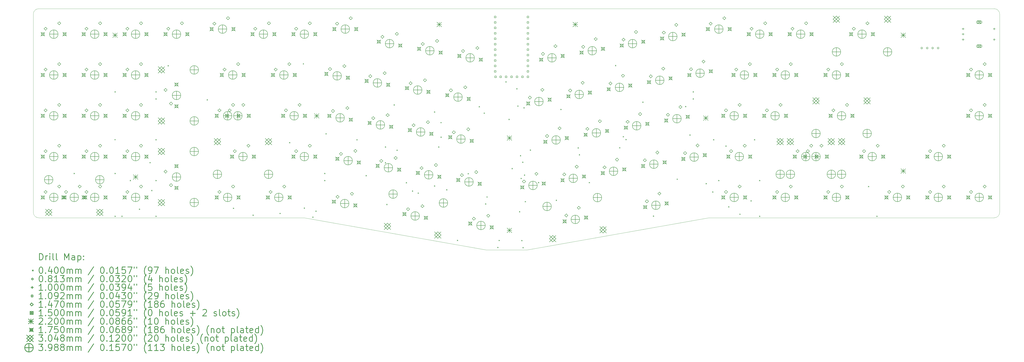
<source format=gbr>
%FSLAX45Y45*%
G04 Gerber Fmt 4.5, Leading zero omitted, Abs format (unit mm)*
G04 Created by KiCad (PCBNEW (5.1.10)-1) date 2022-01-23 15:25:30*
%MOMM*%
%LPD*%
G01*
G04 APERTURE LIST*
%TA.AperFunction,Profile*%
%ADD10C,0.050000*%
%TD*%
%ADD11C,0.200000*%
%ADD12C,0.300000*%
G04 APERTURE END LIST*
D10*
X20134580Y-10071100D02*
X11666220Y-8572500D01*
X22038310Y-10071100D02*
X20134580Y-10071100D01*
X30492700Y-8572500D02*
X22038310Y-10071100D01*
X32296480Y-8572500D02*
X30492700Y-8572500D01*
X43793410Y-8572500D02*
X32296480Y-8572500D01*
X44046140Y-8319770D02*
X44046140Y937260D01*
X12619077Y1189686D02*
X33296480Y1189990D01*
X33296480Y1189990D02*
X43793410Y1189990D01*
X9795890Y1189990D02*
X-699770Y1189990D01*
X-952500Y937260D02*
X-952500Y-8319770D01*
X9795890Y1189990D02*
X12619077Y1189686D01*
X-699770Y-8572500D02*
X10799018Y-8573770D01*
X10799018Y-8573770D02*
X11666220Y-8572500D01*
X-952500Y937260D02*
G75*
G02*
X-699770Y1189990I252730J0D01*
G01*
X-699770Y-8572500D02*
G75*
G02*
X-952500Y-8319770I0J252730D01*
G01*
X44046140Y-8319770D02*
G75*
G02*
X43793410Y-8572500I-252730J0D01*
G01*
X43793410Y1189990D02*
G75*
G02*
X44046140Y937260I0J-252730D01*
G01*
D11*
X932500Y-6482500D02*
X972500Y-6522500D01*
X972500Y-6482500D02*
X932500Y-6522500D01*
X2834960Y-4903790D02*
X2874960Y-4943790D01*
X2874960Y-4903790D02*
X2834960Y-4943790D01*
X2837500Y-2672500D02*
X2877500Y-2712500D01*
X2877500Y-2672500D02*
X2837500Y-2712500D01*
X2837500Y-6482500D02*
X2877500Y-6522500D01*
X2877500Y-6482500D02*
X2837500Y-6522500D01*
X2837500Y-8479375D02*
X2877500Y-8519375D01*
X2877500Y-8479375D02*
X2837500Y-8519375D01*
X3156270Y-8478840D02*
X3196270Y-8518840D01*
X3196270Y-8478840D02*
X3156270Y-8518840D01*
X3546060Y-6812500D02*
X3586060Y-6852500D01*
X3586060Y-6812500D02*
X3546060Y-6852500D01*
X3972880Y-8152450D02*
X4012880Y-8192450D01*
X4012880Y-8152450D02*
X3972880Y-8192450D01*
X4464370Y-5979480D02*
X4504370Y-6019480D01*
X4504370Y-5979480D02*
X4464370Y-6019480D01*
X4544380Y-7276150D02*
X4584380Y-7316150D01*
X4584380Y-7276150D02*
X4544380Y-7316150D01*
X4742500Y-2672500D02*
X4782500Y-2712500D01*
X4782500Y-2672500D02*
X4742500Y-2712500D01*
X4742500Y-3002500D02*
X4782500Y-3042500D01*
X4782500Y-3002500D02*
X4742500Y-3042500D01*
X4742500Y-4907500D02*
X4782500Y-4947500D01*
X4782500Y-4907500D02*
X4742500Y-4947500D01*
X4742500Y-6812500D02*
X4782500Y-6852500D01*
X4782500Y-6812500D02*
X4742500Y-6852500D01*
X4742500Y-8479375D02*
X4782500Y-8519375D01*
X4782500Y-8479375D02*
X4742500Y-8519375D01*
X5311460Y-1450660D02*
X5351460Y-1490660D01*
X5351460Y-1450660D02*
X5311460Y-1490660D01*
X7127560Y-3044510D02*
X7167560Y-3084510D01*
X7167560Y-3044510D02*
X7127560Y-3084510D01*
X8353110Y-8105460D02*
X8393110Y-8145460D01*
X8393110Y-8105460D02*
X8353110Y-8145460D01*
X9266875Y-8431750D02*
X9306875Y-8471750D01*
X9306875Y-8431750D02*
X9266875Y-8471750D01*
X10521100Y-8349200D02*
X10561100Y-8389200D01*
X10561100Y-8349200D02*
X10521100Y-8389200D01*
X10966770Y-5046030D02*
X11006770Y-5086030D01*
X11006770Y-5046030D02*
X10966770Y-5086030D01*
X11606850Y-1365570D02*
X11646850Y-1405570D01*
X11646850Y-1365570D02*
X11606850Y-1405570D01*
X11648125Y-8101750D02*
X11688125Y-8141750D01*
X11688125Y-8101750D02*
X11648125Y-8141750D01*
X12047540Y-8522020D02*
X12087540Y-8562020D01*
X12087540Y-8522020D02*
X12047540Y-8562020D01*
X12189780Y-8241350D02*
X12229780Y-8281350D01*
X12229780Y-8241350D02*
X12189780Y-8281350D01*
X12600625Y-6482500D02*
X12640625Y-6522500D01*
X12640625Y-6482500D02*
X12600625Y-6522500D01*
X12600625Y-6812500D02*
X12640625Y-6852500D01*
X12640625Y-6812500D02*
X12600625Y-6852500D01*
X12662220Y-4633280D02*
X12702220Y-4673280D01*
X12702220Y-4633280D02*
X12662220Y-4673280D01*
X14097878Y-4912613D02*
X14137878Y-4952613D01*
X14137878Y-4912613D02*
X14097878Y-4952613D01*
X14528562Y-6585337D02*
X14568562Y-6625337D01*
X14568562Y-6585337D02*
X14528562Y-6625337D01*
X15427010Y-5245420D02*
X15467010Y-5285420D01*
X15467010Y-5245420D02*
X15427010Y-5285420D01*
X15427010Y-5984560D02*
X15467010Y-6024560D01*
X15467010Y-5984560D02*
X15427010Y-6024560D01*
X15491780Y-7928930D02*
X15531780Y-7968930D01*
X15531780Y-7928930D02*
X15491780Y-7968930D01*
X15836508Y-3281933D02*
X15876508Y-3321933D01*
X15876508Y-3281933D02*
X15836508Y-3321933D01*
X15965818Y-5399418D02*
X16005818Y-5439418D01*
X16005818Y-5399418D02*
X15965818Y-5439418D01*
X16405622Y-6916807D02*
X16445622Y-6956807D01*
X16445622Y-6916807D02*
X16405622Y-6956807D01*
X16686850Y-7301550D02*
X16726850Y-7341550D01*
X16726850Y-7301550D02*
X16686850Y-7341550D01*
X16951010Y-7400610D02*
X16991010Y-7440610D01*
X16991010Y-7400610D02*
X16951010Y-7440610D01*
X17713010Y-7067870D02*
X17753010Y-7107870D01*
X17753010Y-7067870D02*
X17713010Y-7107870D01*
X17713568Y-3614673D02*
X17753568Y-3654673D01*
X17753568Y-3614673D02*
X17713568Y-3654673D01*
X17908032Y-5248027D02*
X17948032Y-5288027D01*
X17948032Y-5248027D02*
X17908032Y-5288027D01*
X18015270Y-4107500D02*
X18055270Y-4147500D01*
X18055270Y-4107500D02*
X18015270Y-4147500D01*
X18015270Y-4789490D02*
X18055270Y-4829490D01*
X18055270Y-4789490D02*
X18015270Y-4829490D01*
X18281412Y-7245737D02*
X18321412Y-7285737D01*
X18321412Y-7245737D02*
X18281412Y-7285737D01*
X18782908Y-9606533D02*
X18822908Y-9646533D01*
X18822908Y-9606533D02*
X18782908Y-9646533D01*
X19282656Y-6496296D02*
X19322656Y-6536296D01*
X19322656Y-6496296D02*
X19282656Y-6536296D01*
X19795810Y-3369630D02*
X19835810Y-3409630D01*
X19835810Y-3369630D02*
X19795810Y-3409630D01*
X20025680Y-3666810D02*
X20065680Y-3706810D01*
X20065680Y-3666810D02*
X20025680Y-3706810D01*
X20096800Y-7903530D02*
X20136800Y-7943530D01*
X20136800Y-7903530D02*
X20096800Y-7943530D01*
X20157202Y-7579747D02*
X20197202Y-7619747D01*
X20197202Y-7579747D02*
X20157202Y-7619747D01*
X20661238Y-9936733D02*
X20701238Y-9976733D01*
X20701238Y-9936733D02*
X20661238Y-9976733D01*
X20718542Y-9611747D02*
X20758542Y-9651747D01*
X20758542Y-9611747D02*
X20718542Y-9651747D01*
X21039140Y-2206451D02*
X21079140Y-2246451D01*
X21079140Y-2206451D02*
X21039140Y-2246451D01*
X21181380Y-3957640D02*
X21221380Y-3997640D01*
X21221380Y-3957640D02*
X21181380Y-3997640D01*
X21326160Y-6252530D02*
X21366160Y-6292530D01*
X21366160Y-6252530D02*
X21326160Y-6292530D01*
X21547140Y-2526350D02*
X21587140Y-2566350D01*
X21587140Y-2526350D02*
X21547140Y-2566350D01*
X21592860Y-3336610D02*
X21632860Y-3376610D01*
X21632860Y-3336610D02*
X21592860Y-3376610D01*
X21674286Y-8271684D02*
X21714286Y-8311684D01*
X21714286Y-8271684D02*
X21674286Y-8311684D01*
X21714780Y-5650550D02*
X21754780Y-5690550D01*
X21754780Y-5650550D02*
X21714780Y-5690550D01*
X21746786Y-6716080D02*
X21786786Y-6756080D01*
X21786786Y-6716080D02*
X21746786Y-6756080D01*
X21781378Y-9618097D02*
X21821378Y-9658097D01*
X21821378Y-9618097D02*
X21781378Y-9658097D01*
X21819286Y-5960430D02*
X21859286Y-6000430D01*
X21859286Y-5960430D02*
X21819286Y-6000430D01*
X21834160Y-9943150D02*
X21874160Y-9983150D01*
X21874160Y-9943150D02*
X21834160Y-9983150D01*
X21878216Y-3420430D02*
X21918216Y-3460430D01*
X21918216Y-3420430D02*
X21878216Y-3460430D01*
X21901470Y-6556060D02*
X21941470Y-6596060D01*
X21941470Y-6556060D02*
X21901470Y-6596060D01*
X21942110Y-7799390D02*
X21982110Y-7839390D01*
X21982110Y-7799390D02*
X21942110Y-7839390D01*
X22178330Y-5390200D02*
X22218330Y-5430200D01*
X22218330Y-5390200D02*
X22178330Y-5430200D01*
X22560600Y-6906580D02*
X22600600Y-6946580D01*
X22600600Y-6906580D02*
X22560600Y-6946580D01*
X23384272Y-7738363D02*
X23424272Y-7778363D01*
X23424272Y-7738363D02*
X23384272Y-7778363D01*
X23602558Y-3492887D02*
X23642558Y-3532887D01*
X23642558Y-3492887D02*
X23602558Y-3532887D01*
X24402658Y-5288667D02*
X24442658Y-5328667D01*
X24442658Y-5288667D02*
X24402658Y-5328667D01*
X24459962Y-5613653D02*
X24499962Y-5653653D01*
X24499962Y-5613653D02*
X24459962Y-5653653D01*
X24917720Y-6910390D02*
X24957720Y-6950390D01*
X24957720Y-6910390D02*
X24917720Y-6950390D01*
X26144540Y-1446850D02*
X26184540Y-1486850D01*
X26184540Y-1446850D02*
X26144540Y-1486850D01*
X26337022Y-5284723D02*
X26377022Y-5324723D01*
X26377022Y-5284723D02*
X26337022Y-5324723D01*
X26501410Y-4769170D02*
X26541410Y-4809170D01*
X26541410Y-4769170D02*
X26501410Y-4809170D01*
X26632220Y-4898710D02*
X26672220Y-4938710D01*
X26672220Y-4898710D02*
X26632220Y-4938710D01*
X27412712Y-3157473D02*
X27452712Y-3197473D01*
X27452712Y-3157473D02*
X27412712Y-3197473D01*
X27911110Y-8475030D02*
X27951110Y-8515030D01*
X27951110Y-8475030D02*
X27911110Y-8515030D01*
X29012912Y-6749033D02*
X29052912Y-6789033D01*
X29052912Y-6749033D02*
X29012912Y-6789033D01*
X29408440Y-3360740D02*
X29448440Y-3400740D01*
X29448440Y-3360740D02*
X29408440Y-3400740D01*
X29606560Y-4689160D02*
X29646560Y-4729160D01*
X29646560Y-4689160D02*
X29606560Y-4729160D01*
X29758904Y-2672500D02*
X29798904Y-2712500D01*
X29798904Y-2672500D02*
X29758904Y-2712500D01*
X29758904Y-3002500D02*
X29798904Y-3042500D01*
X29798904Y-3002500D02*
X29758904Y-3042500D01*
X30367290Y-6954840D02*
X30407290Y-6994840D01*
X30407290Y-6954840D02*
X30367290Y-6994840D01*
X30668280Y-7344730D02*
X30708280Y-7384730D01*
X30708280Y-7344730D02*
X30668280Y-7384730D01*
X30711404Y-4907500D02*
X30751404Y-4947500D01*
X30751404Y-4907500D02*
X30711404Y-4947500D01*
X30949529Y-6812500D02*
X30989529Y-6852500D01*
X30989529Y-6812500D02*
X30949529Y-6852500D01*
X31282904Y-5202875D02*
X31322904Y-5242875D01*
X31322904Y-5202875D02*
X31282904Y-5242875D01*
X31416382Y-8038078D02*
X31456382Y-8078078D01*
X31456382Y-8038078D02*
X31416382Y-8078078D01*
X31934935Y-8382785D02*
X31974935Y-8422785D01*
X31974935Y-8382785D02*
X31934935Y-8422785D01*
X32451360Y-7763830D02*
X32491360Y-7803830D01*
X32491360Y-7763830D02*
X32451360Y-7803830D01*
X32616404Y-4907500D02*
X32656404Y-4947500D01*
X32656404Y-4907500D02*
X32616404Y-4947500D01*
X32853950Y-6812600D02*
X32893950Y-6852600D01*
X32893950Y-6812600D02*
X32853950Y-6852600D01*
X32854529Y-8479375D02*
X32894529Y-8519375D01*
X32894529Y-8479375D02*
X32854529Y-8519375D01*
X37922520Y-7089460D02*
X37962520Y-7129460D01*
X37962520Y-7089460D02*
X37922520Y-7129460D01*
X38312404Y-8479375D02*
X38352404Y-8519375D01*
X38352404Y-8479375D02*
X38312404Y-8519375D01*
X40459660Y-647700D02*
G75*
G03*
X40459660Y-647700I-40640J0D01*
G01*
X40713660Y-647700D02*
G75*
G03*
X40713660Y-647700I-40640J0D01*
G01*
X40967660Y-647700D02*
G75*
G03*
X40967660Y-647700I-40640J0D01*
G01*
X41221660Y-647700D02*
G75*
G03*
X41221660Y-647700I-40640J0D01*
G01*
X42344904Y300000D02*
X42344904Y200000D01*
X42294904Y250000D02*
X42394904Y250000D01*
X42344904Y50000D02*
X42344904Y-50000D01*
X42294904Y0D02*
X42394904Y0D01*
X42344904Y-200000D02*
X42344904Y-300000D01*
X42294904Y-250000D02*
X42394904Y-250000D01*
X43794904Y300000D02*
X43794904Y200000D01*
X43744904Y250000D02*
X43844904Y250000D01*
X43794904Y-200000D02*
X43794904Y-300000D01*
X43744904Y-250000D02*
X43844904Y-250000D01*
X20589756Y766564D02*
X20589756Y843795D01*
X20512525Y843795D01*
X20512525Y766564D01*
X20589756Y766564D01*
X20589756Y512564D02*
X20589756Y589796D01*
X20512525Y589796D01*
X20512525Y512564D01*
X20589756Y512564D01*
X20589756Y258564D02*
X20589756Y335796D01*
X20512525Y335796D01*
X20512525Y258564D01*
X20589756Y258564D01*
X20589756Y4565D02*
X20589756Y81796D01*
X20512525Y81796D01*
X20512525Y4565D01*
X20589756Y4565D01*
X20589756Y-249435D02*
X20589756Y-172205D01*
X20512525Y-172205D01*
X20512525Y-249435D01*
X20589756Y-249435D01*
X20589756Y-503435D02*
X20589756Y-426204D01*
X20512525Y-426204D01*
X20512525Y-503435D01*
X20589756Y-503435D01*
X20589756Y-757435D02*
X20589756Y-680205D01*
X20512525Y-680205D01*
X20512525Y-757435D01*
X20589756Y-757435D01*
X20589756Y-1011435D02*
X20589756Y-934204D01*
X20512525Y-934204D01*
X20512525Y-1011435D01*
X20589756Y-1011435D01*
X20589756Y-1265436D02*
X20589756Y-1188205D01*
X20512525Y-1188205D01*
X20512525Y-1265436D01*
X20589756Y-1265436D01*
X20589756Y-1519435D02*
X20589756Y-1442204D01*
X20512525Y-1442204D01*
X20512525Y-1519435D01*
X20589756Y-1519435D01*
X20589756Y-1773435D02*
X20589756Y-1696204D01*
X20512525Y-1696204D01*
X20512525Y-1773435D01*
X20589756Y-1773435D01*
X20612616Y-2027435D02*
X20612616Y-1950204D01*
X20535385Y-1950204D01*
X20535385Y-2027435D01*
X20612616Y-2027435D01*
X20843756Y-2027435D02*
X20843756Y-1950204D01*
X20766525Y-1950204D01*
X20766525Y-2027435D01*
X20843756Y-2027435D01*
X21097756Y-2027435D02*
X21097756Y-1950204D01*
X21020525Y-1950204D01*
X21020525Y-2027435D01*
X21097756Y-2027435D01*
X21351756Y-2027435D02*
X21351756Y-1950204D01*
X21274525Y-1950204D01*
X21274525Y-2027435D01*
X21351756Y-2027435D01*
X21605756Y-2027435D02*
X21605756Y-1950204D01*
X21528525Y-1950204D01*
X21528525Y-2027435D01*
X21605756Y-2027435D01*
X21859756Y-2027435D02*
X21859756Y-1950204D01*
X21782525Y-1950204D01*
X21782525Y-2027435D01*
X21859756Y-2027435D01*
X22113756Y766564D02*
X22113756Y843795D01*
X22036525Y843795D01*
X22036525Y766564D01*
X22113756Y766564D01*
X22113756Y512564D02*
X22113756Y589796D01*
X22036525Y589796D01*
X22036525Y512564D01*
X22113756Y512564D01*
X22113756Y258564D02*
X22113756Y335796D01*
X22036525Y335796D01*
X22036525Y258564D01*
X22113756Y258564D01*
X22113756Y4565D02*
X22113756Y81796D01*
X22036525Y81796D01*
X22036525Y4565D01*
X22113756Y4565D01*
X22113756Y-249435D02*
X22113756Y-172205D01*
X22036525Y-172205D01*
X22036525Y-249435D01*
X22113756Y-249435D01*
X22113756Y-503435D02*
X22113756Y-426204D01*
X22036525Y-426204D01*
X22036525Y-503435D01*
X22113756Y-503435D01*
X22113756Y-757435D02*
X22113756Y-680205D01*
X22036525Y-680205D01*
X22036525Y-757435D01*
X22113756Y-757435D01*
X22113756Y-1011435D02*
X22113756Y-934204D01*
X22036525Y-934204D01*
X22036525Y-1011435D01*
X22113756Y-1011435D01*
X22113756Y-1265436D02*
X22113756Y-1188205D01*
X22036525Y-1188205D01*
X22036525Y-1265436D01*
X22113756Y-1265436D01*
X22113756Y-1519435D02*
X22113756Y-1442204D01*
X22036525Y-1442204D01*
X22036525Y-1519435D01*
X22113756Y-1519435D01*
X22113756Y-1773435D02*
X22113756Y-1696204D01*
X22036525Y-1696204D01*
X22036525Y-1773435D01*
X22113756Y-1773435D01*
X22113756Y-2027435D02*
X22113756Y-1950204D01*
X22036525Y-1950204D01*
X22036525Y-2027435D01*
X22113756Y-2027435D01*
X-381000Y180500D02*
X-307500Y254000D01*
X-381000Y327500D01*
X-454500Y254000D01*
X-381000Y180500D01*
X-381000Y-1724500D02*
X-307500Y-1651000D01*
X-381000Y-1577500D01*
X-454500Y-1651000D01*
X-381000Y-1724500D01*
X-381000Y-3629500D02*
X-307500Y-3556000D01*
X-381000Y-3482500D01*
X-454500Y-3556000D01*
X-381000Y-3629500D01*
X-381000Y-5534500D02*
X-307500Y-5461000D01*
X-381000Y-5387500D01*
X-454500Y-5461000D01*
X-381000Y-5534500D01*
X-381000Y-7439500D02*
X-307500Y-7366000D01*
X-381000Y-7292500D01*
X-454500Y-7366000D01*
X-381000Y-7439500D01*
X254000Y434500D02*
X327500Y508000D01*
X254000Y581500D01*
X180500Y508000D01*
X254000Y434500D01*
X254000Y-1470500D02*
X327500Y-1397000D01*
X254000Y-1323500D01*
X180500Y-1397000D01*
X254000Y-1470500D01*
X254000Y-3375500D02*
X327500Y-3302000D01*
X254000Y-3228500D01*
X180500Y-3302000D01*
X254000Y-3375500D01*
X254000Y-5280500D02*
X327500Y-5207000D01*
X254000Y-5133500D01*
X180500Y-5207000D01*
X254000Y-5280500D01*
X254000Y-7185500D02*
X327500Y-7112000D01*
X254000Y-7038500D01*
X180500Y-7112000D01*
X254000Y-7185500D01*
X571500Y-7439500D02*
X645000Y-7366000D01*
X571500Y-7292500D01*
X498000Y-7366000D01*
X571500Y-7439500D01*
X1206500Y-7185500D02*
X1280000Y-7112000D01*
X1206500Y-7038500D01*
X1133000Y-7112000D01*
X1206500Y-7185500D01*
X1524000Y180500D02*
X1597500Y254000D01*
X1524000Y327500D01*
X1450500Y254000D01*
X1524000Y180500D01*
X1524000Y-1724500D02*
X1597500Y-1651000D01*
X1524000Y-1577500D01*
X1450500Y-1651000D01*
X1524000Y-1724500D01*
X1524000Y-3629500D02*
X1597500Y-3556000D01*
X1524000Y-3482500D01*
X1450500Y-3556000D01*
X1524000Y-3629500D01*
X1524000Y-5534500D02*
X1597500Y-5461000D01*
X1524000Y-5387500D01*
X1450500Y-5461000D01*
X1524000Y-5534500D01*
X1524000Y-7439500D02*
X1597500Y-7366000D01*
X1524000Y-7292500D01*
X1450500Y-7366000D01*
X1524000Y-7439500D01*
X2159000Y434500D02*
X2232500Y508000D01*
X2159000Y581500D01*
X2085500Y508000D01*
X2159000Y434500D01*
X2159000Y-1470500D02*
X2232500Y-1397000D01*
X2159000Y-1323500D01*
X2085500Y-1397000D01*
X2159000Y-1470500D01*
X2159000Y-3375500D02*
X2232500Y-3302000D01*
X2159000Y-3228500D01*
X2085500Y-3302000D01*
X2159000Y-3375500D01*
X2159000Y-5280500D02*
X2232500Y-5207000D01*
X2159000Y-5133500D01*
X2085500Y-5207000D01*
X2159000Y-5280500D01*
X2159000Y-7185500D02*
X2232500Y-7112000D01*
X2159000Y-7038500D01*
X2085500Y-7112000D01*
X2159000Y-7185500D01*
X3429000Y180500D02*
X3502500Y254000D01*
X3429000Y327500D01*
X3355500Y254000D01*
X3429000Y180500D01*
X3429000Y-1724500D02*
X3502500Y-1651000D01*
X3429000Y-1577500D01*
X3355500Y-1651000D01*
X3429000Y-1724500D01*
X3429000Y-3629500D02*
X3502500Y-3556000D01*
X3429000Y-3482500D01*
X3355500Y-3556000D01*
X3429000Y-3629500D01*
X3429000Y-5534500D02*
X3502500Y-5461000D01*
X3429000Y-5387500D01*
X3355500Y-5461000D01*
X3429000Y-5534500D01*
X3429000Y-7439500D02*
X3502500Y-7366000D01*
X3429000Y-7292500D01*
X3355500Y-7366000D01*
X3429000Y-7439500D01*
X4064000Y434500D02*
X4137500Y508000D01*
X4064000Y581500D01*
X3990500Y508000D01*
X4064000Y434500D01*
X4064000Y-1470500D02*
X4137500Y-1397000D01*
X4064000Y-1323500D01*
X3990500Y-1397000D01*
X4064000Y-1470500D01*
X4064000Y-3375500D02*
X4137500Y-3302000D01*
X4064000Y-3228500D01*
X3990500Y-3302000D01*
X4064000Y-3375500D01*
X4064000Y-5280500D02*
X4137500Y-5207000D01*
X4064000Y-5133500D01*
X3990500Y-5207000D01*
X4064000Y-5280500D01*
X4064000Y-7185500D02*
X4137500Y-7112000D01*
X4064000Y-7038500D01*
X3990500Y-7112000D01*
X4064000Y-7185500D01*
X5207000Y-2677000D02*
X5280500Y-2603500D01*
X5207000Y-2530000D01*
X5133500Y-2603500D01*
X5207000Y-2677000D01*
X5207000Y-6487000D02*
X5280500Y-6413500D01*
X5207000Y-6340000D01*
X5133500Y-6413500D01*
X5207000Y-6487000D01*
X5334000Y180500D02*
X5407500Y254000D01*
X5334000Y327500D01*
X5260500Y254000D01*
X5334000Y180500D01*
X5461000Y-3312000D02*
X5534500Y-3238500D01*
X5461000Y-3165000D01*
X5387500Y-3238500D01*
X5461000Y-3312000D01*
X5461000Y-7122000D02*
X5534500Y-7048500D01*
X5461000Y-6975000D01*
X5387500Y-7048500D01*
X5461000Y-7122000D01*
X5969000Y434500D02*
X6042500Y508000D01*
X5969000Y581500D01*
X5895500Y508000D01*
X5969000Y434500D01*
X7477125Y418625D02*
X7550625Y492125D01*
X7477125Y565625D01*
X7403625Y492125D01*
X7477125Y418625D01*
X7715250Y-3629500D02*
X7788750Y-3556000D01*
X7715250Y-3482500D01*
X7641750Y-3556000D01*
X7715250Y-3629500D01*
X7715250Y-7439500D02*
X7788750Y-7366000D01*
X7715250Y-7292500D01*
X7641750Y-7366000D01*
X7715250Y-7439500D01*
X7953375Y-1724500D02*
X8026875Y-1651000D01*
X7953375Y-1577500D01*
X7879875Y-1651000D01*
X7953375Y-1724500D01*
X8112125Y672625D02*
X8185625Y746125D01*
X8112125Y819625D01*
X8038625Y746125D01*
X8112125Y672625D01*
X8191500Y-3629500D02*
X8265000Y-3556000D01*
X8191500Y-3482500D01*
X8118000Y-3556000D01*
X8191500Y-3629500D01*
X8350250Y-3375500D02*
X8423750Y-3302000D01*
X8350250Y-3228500D01*
X8276750Y-3302000D01*
X8350250Y-3375500D01*
X8350250Y-7185500D02*
X8423750Y-7112000D01*
X8350250Y-7038500D01*
X8276750Y-7112000D01*
X8350250Y-7185500D01*
X8429625Y-5534500D02*
X8503125Y-5461000D01*
X8429625Y-5387500D01*
X8356125Y-5461000D01*
X8429625Y-5534500D01*
X8588375Y-1470500D02*
X8661875Y-1397000D01*
X8588375Y-1323500D01*
X8514875Y-1397000D01*
X8588375Y-1470500D01*
X8826500Y-3375500D02*
X8900000Y-3302000D01*
X8826500Y-3228500D01*
X8753000Y-3302000D01*
X8826500Y-3375500D01*
X9064625Y-5280500D02*
X9138125Y-5207000D01*
X9064625Y-5133500D01*
X8991125Y-5207000D01*
X9064625Y-5280500D01*
X9382125Y180500D02*
X9455625Y254000D01*
X9382125Y327500D01*
X9308625Y254000D01*
X9382125Y180500D01*
X10017125Y434500D02*
X10090625Y508000D01*
X10017125Y581500D01*
X9943625Y508000D01*
X10017125Y434500D01*
X10096500Y-7439500D02*
X10170000Y-7366000D01*
X10096500Y-7292500D01*
X10023000Y-7366000D01*
X10096500Y-7439500D01*
X10334625Y-1724500D02*
X10408125Y-1651000D01*
X10334625Y-1577500D01*
X10261125Y-1651000D01*
X10334625Y-1724500D01*
X10731500Y-7185500D02*
X10805000Y-7112000D01*
X10731500Y-7038500D01*
X10658000Y-7112000D01*
X10731500Y-7185500D01*
X10810875Y-3629500D02*
X10884375Y-3556000D01*
X10810875Y-3482500D01*
X10737375Y-3556000D01*
X10810875Y-3629500D01*
X10969625Y-1470500D02*
X11043125Y-1397000D01*
X10969625Y-1323500D01*
X10896125Y-1397000D01*
X10969625Y-1470500D01*
X11287125Y180500D02*
X11360625Y254000D01*
X11287125Y327500D01*
X11213625Y254000D01*
X11287125Y180500D01*
X11287125Y-5534500D02*
X11360625Y-5461000D01*
X11287125Y-5387500D01*
X11213625Y-5461000D01*
X11287125Y-5534500D01*
X11445875Y-3375500D02*
X11519375Y-3302000D01*
X11445875Y-3228500D01*
X11372375Y-3302000D01*
X11445875Y-3375500D01*
X11922125Y434500D02*
X11995625Y508000D01*
X11922125Y581500D01*
X11848625Y508000D01*
X11922125Y434500D01*
X11922125Y-5280500D02*
X11995625Y-5207000D01*
X11922125Y-5133500D01*
X11848625Y-5207000D01*
X11922125Y-5280500D01*
X12863640Y-1701922D02*
X12937140Y-1628422D01*
X12863640Y-1554922D01*
X12790140Y-1628422D01*
X12863640Y-1701922D01*
X13001855Y-3660681D02*
X13075355Y-3587181D01*
X13001855Y-3513681D01*
X12928355Y-3587181D01*
X13001855Y-3660681D01*
X13192125Y418625D02*
X13265625Y492125D01*
X13192125Y565625D01*
X13118625Y492125D01*
X13192125Y418625D01*
X13214843Y-7663731D02*
X13288343Y-7590231D01*
X13214843Y-7516731D01*
X13141343Y-7590231D01*
X13214843Y-7663731D01*
X13374577Y-5660789D02*
X13448077Y-5587289D01*
X13374577Y-5513789D01*
X13301077Y-5587289D01*
X13374577Y-5660789D01*
X13533099Y-1562047D02*
X13606599Y-1488547D01*
X13533099Y-1415047D01*
X13459599Y-1488547D01*
X13533099Y-1562047D01*
X13671315Y-3520806D02*
X13744815Y-3447306D01*
X13671315Y-3373806D01*
X13597815Y-3447306D01*
X13671315Y-3520806D01*
X13827125Y672625D02*
X13900625Y746125D01*
X13827125Y819625D01*
X13753625Y746125D01*
X13827125Y672625D01*
X13884303Y-7523856D02*
X13957803Y-7450356D01*
X13884303Y-7376856D01*
X13810803Y-7450356D01*
X13884303Y-7523856D01*
X14044037Y-5520915D02*
X14117537Y-5447415D01*
X14044037Y-5373915D01*
X13970537Y-5447415D01*
X14044037Y-5520915D01*
X14739699Y-2032722D02*
X14813199Y-1959222D01*
X14739699Y-1885722D01*
X14666199Y-1959222D01*
X14739699Y-2032722D01*
X14877914Y-3991480D02*
X14951414Y-3917980D01*
X14877914Y-3844480D01*
X14804414Y-3917980D01*
X14877914Y-3991480D01*
X15250636Y-5991589D02*
X15324136Y-5918089D01*
X15250636Y-5844589D01*
X15177136Y-5918089D01*
X15250636Y-5991589D01*
X15305006Y-198013D02*
X15378506Y-124513D01*
X15305006Y-51013D01*
X15231506Y-124513D01*
X15305006Y-198013D01*
X15409158Y-1892847D02*
X15482658Y-1819347D01*
X15409158Y-1745847D01*
X15335658Y-1819347D01*
X15409158Y-1892847D01*
X15547373Y-3851606D02*
X15620873Y-3778106D01*
X15547373Y-3704606D01*
X15473873Y-3778106D01*
X15547373Y-3851606D01*
X15920095Y-5851714D02*
X15993595Y-5778214D01*
X15920095Y-5704714D01*
X15846595Y-5778214D01*
X15920095Y-5851714D01*
X15974465Y-58138D02*
X16047965Y15362D01*
X15974465Y88862D01*
X15900965Y15362D01*
X15974465Y-58138D01*
X16497946Y-8242630D02*
X16571446Y-8169130D01*
X16497946Y-8095630D01*
X16424446Y-8169130D01*
X16497946Y-8242630D01*
X16615757Y-2363521D02*
X16689257Y-2290021D01*
X16615757Y-2216521D01*
X16542257Y-2290021D01*
X16615757Y-2363521D01*
X16753972Y-4322280D02*
X16827473Y-4248780D01*
X16753972Y-4175280D01*
X16680472Y-4248780D01*
X16753972Y-4322280D01*
X17126695Y-6322388D02*
X17200195Y-6248888D01*
X17126695Y-6175388D01*
X17053195Y-6248888D01*
X17126695Y-6322388D01*
X17167406Y-8102756D02*
X17240906Y-8029256D01*
X17167406Y-7955756D01*
X17093906Y-8029256D01*
X17167406Y-8102756D01*
X17181064Y-528813D02*
X17254564Y-455312D01*
X17181064Y-381812D01*
X17107564Y-455312D01*
X17181064Y-528813D01*
X17285217Y-2223647D02*
X17358717Y-2150147D01*
X17285217Y-2076647D01*
X17211717Y-2150147D01*
X17285217Y-2223647D01*
X17423432Y-4182405D02*
X17496932Y-4108905D01*
X17423432Y-4035405D01*
X17349932Y-4108905D01*
X17423432Y-4182405D01*
X17796154Y-6182514D02*
X17869654Y-6109014D01*
X17796154Y-6035514D01*
X17722654Y-6109014D01*
X17796154Y-6182514D01*
X17850524Y-388938D02*
X17924024Y-315438D01*
X17850524Y-241938D01*
X17777024Y-315438D01*
X17850524Y-388938D01*
X18491816Y-2694321D02*
X18565316Y-2620821D01*
X18491816Y-2547321D01*
X18418316Y-2620821D01*
X18491816Y-2694321D01*
X18630031Y-4653080D02*
X18703531Y-4579580D01*
X18630031Y-4506080D01*
X18556531Y-4579580D01*
X18630031Y-4653080D01*
X19002753Y-6653188D02*
X19076253Y-6579688D01*
X19002753Y-6506188D01*
X18929253Y-6579688D01*
X19002753Y-6653188D01*
X19057123Y-859612D02*
X19130623Y-786112D01*
X19057123Y-712612D01*
X18983623Y-786112D01*
X19057123Y-859612D01*
X19161276Y-2554446D02*
X19234776Y-2480946D01*
X19161276Y-2407446D01*
X19087776Y-2480946D01*
X19161276Y-2554446D01*
X19299491Y-4513205D02*
X19372991Y-4439705D01*
X19299491Y-4366205D01*
X19225991Y-4439705D01*
X19299491Y-4513205D01*
X19563082Y-8686377D02*
X19636582Y-8612877D01*
X19563082Y-8539377D01*
X19489582Y-8612877D01*
X19563082Y-8686377D01*
X19672213Y-6513314D02*
X19745713Y-6439814D01*
X19672213Y-6366314D01*
X19598713Y-6439814D01*
X19672213Y-6513314D01*
X19726583Y-719738D02*
X19800083Y-646238D01*
X19726583Y-572738D01*
X19653083Y-646238D01*
X19726583Y-719738D01*
X20232541Y-8546502D02*
X20306041Y-8473002D01*
X20232541Y-8399502D01*
X20159041Y-8473002D01*
X20232541Y-8546502D01*
X21895250Y-6950908D02*
X21968750Y-6877408D01*
X21895250Y-6803908D01*
X21821750Y-6877408D01*
X21895250Y-6950908D01*
X22171680Y-3033391D02*
X22245180Y-2959891D01*
X22171680Y-2886391D01*
X22098180Y-2959891D01*
X22171680Y-3033391D01*
X22476496Y-6590500D02*
X22549996Y-6517000D01*
X22476496Y-6443500D01*
X22402996Y-6517000D01*
X22476496Y-6590500D01*
X22752926Y-2672983D02*
X22826426Y-2599483D01*
X22752926Y-2525983D01*
X22679426Y-2599483D01*
X22752926Y-2672983D01*
X22778910Y-991932D02*
X22852410Y-918432D01*
X22778910Y-844932D01*
X22705410Y-918432D01*
X22778910Y-991932D01*
X22971494Y-4826750D02*
X23044994Y-4753250D01*
X22971494Y-4679750D01*
X22897994Y-4753250D01*
X22971494Y-4826750D01*
X23360156Y-631524D02*
X23433656Y-558024D01*
X23360156Y-484524D01*
X23286656Y-558024D01*
X23360156Y-631524D01*
X23552741Y-4466342D02*
X23626241Y-4392842D01*
X23552741Y-4319342D01*
X23479241Y-4392842D01*
X23552741Y-4466342D01*
X23771309Y-6620108D02*
X23844809Y-6546608D01*
X23771309Y-6473108D01*
X23697809Y-6546608D01*
X23771309Y-6620108D01*
X23867601Y-8537517D02*
X23941101Y-8464017D01*
X23867601Y-8390517D01*
X23794101Y-8464017D01*
X23867601Y-8537517D01*
X24047739Y-2702591D02*
X24121239Y-2629091D01*
X24047739Y-2555591D01*
X23974239Y-2629091D01*
X24047739Y-2702591D01*
X24352555Y-6259700D02*
X24426055Y-6186200D01*
X24352555Y-6112700D01*
X24279055Y-6186200D01*
X24352555Y-6259700D01*
X24448847Y-8177109D02*
X24522347Y-8103609D01*
X24448847Y-8030109D01*
X24375347Y-8103609D01*
X24448847Y-8177109D01*
X24628985Y-2342183D02*
X24702485Y-2268683D01*
X24628985Y-2195183D01*
X24555485Y-2268683D01*
X24628985Y-2342183D01*
X24654968Y-661132D02*
X24728468Y-587632D01*
X24654968Y-514132D01*
X24581468Y-587632D01*
X24654968Y-661132D01*
X24847553Y-4495950D02*
X24921053Y-4422450D01*
X24847553Y-4348950D01*
X24774053Y-4422450D01*
X24847553Y-4495950D01*
X25236215Y-300725D02*
X25309715Y-227225D01*
X25236215Y-153725D01*
X25162715Y-227225D01*
X25236215Y-300725D01*
X25428799Y-4135542D02*
X25502299Y-4062042D01*
X25428799Y-3988542D01*
X25355299Y-4062042D01*
X25428799Y-4135542D01*
X25647368Y-6289308D02*
X25720868Y-6215808D01*
X25647368Y-6142308D01*
X25573868Y-6215808D01*
X25647368Y-6289308D01*
X25923797Y-2371791D02*
X25997297Y-2298291D01*
X25923797Y-2224791D01*
X25850297Y-2298291D01*
X25923797Y-2371791D01*
X26228614Y-5928901D02*
X26302114Y-5855401D01*
X26228614Y-5781901D01*
X26155114Y-5855401D01*
X26228614Y-5928901D01*
X26505044Y-2011383D02*
X26578544Y-1937883D01*
X26505044Y-1864383D01*
X26431544Y-1937883D01*
X26505044Y-2011383D01*
X26531027Y-330333D02*
X26604527Y-256833D01*
X26531027Y-183333D01*
X26457527Y-256833D01*
X26531027Y-330333D01*
X26723612Y-4165150D02*
X26797112Y-4091650D01*
X26723612Y-4018150D01*
X26650112Y-4091650D01*
X26723612Y-4165150D01*
X27112273Y30075D02*
X27185773Y103575D01*
X27112273Y177075D01*
X27038773Y103575D01*
X27112273Y30075D01*
X27304858Y-3804742D02*
X27378358Y-3731242D01*
X27304858Y-3657742D01*
X27231358Y-3731242D01*
X27304858Y-3804742D01*
X27523426Y-5958509D02*
X27596926Y-5885009D01*
X27523426Y-5811509D01*
X27449926Y-5885009D01*
X27523426Y-5958509D01*
X27619719Y-7875917D02*
X27693219Y-7802417D01*
X27619719Y-7728917D01*
X27546219Y-7802417D01*
X27619719Y-7875917D01*
X27799856Y-2040992D02*
X27873356Y-1967492D01*
X27799856Y-1893992D01*
X27726356Y-1967492D01*
X27799856Y-2040992D01*
X28104673Y-5598101D02*
X28178173Y-5524601D01*
X28104673Y-5451101D01*
X28031173Y-5524601D01*
X28104673Y-5598101D01*
X28200965Y-7515510D02*
X28274465Y-7442010D01*
X28200965Y-7368510D01*
X28127465Y-7442010D01*
X28200965Y-7515510D01*
X28381102Y-1680584D02*
X28454602Y-1607084D01*
X28381102Y-1533584D01*
X28307602Y-1607084D01*
X28381102Y-1680584D01*
X28407086Y467D02*
X28480586Y73967D01*
X28407086Y147467D01*
X28333586Y73967D01*
X28407086Y467D01*
X28599671Y-3834350D02*
X28673171Y-3760850D01*
X28599671Y-3687350D01*
X28526171Y-3760850D01*
X28599671Y-3834350D01*
X28988332Y360875D02*
X29061832Y434375D01*
X28988332Y507875D01*
X28914832Y434375D01*
X28988332Y360875D01*
X29180917Y-3473943D02*
X29254417Y-3400443D01*
X29180917Y-3326943D01*
X29107417Y-3400443D01*
X29180917Y-3473943D01*
X29399485Y-5627709D02*
X29472985Y-5554209D01*
X29399485Y-5480709D01*
X29325985Y-5554209D01*
X29399485Y-5627709D01*
X29675915Y-1710192D02*
X29749415Y-1636692D01*
X29675915Y-1563192D01*
X29602415Y-1636692D01*
X29675915Y-1710192D01*
X29980731Y-5267301D02*
X30054231Y-5193801D01*
X29980731Y-5120301D01*
X29907231Y-5193801D01*
X29980731Y-5267301D01*
X30257161Y-1349784D02*
X30330661Y-1276284D01*
X30257161Y-1202784D01*
X30183661Y-1276284D01*
X30257161Y-1349784D01*
X30588529Y418625D02*
X30662029Y492125D01*
X30588529Y565625D01*
X30515029Y492125D01*
X30588529Y418625D01*
X31223529Y672625D02*
X31297029Y746125D01*
X31223529Y819625D01*
X31150029Y746125D01*
X31223529Y672625D01*
X31302904Y-3629500D02*
X31376404Y-3556000D01*
X31302904Y-3482500D01*
X31229404Y-3556000D01*
X31302904Y-3629500D01*
X31302904Y-7439500D02*
X31376404Y-7366000D01*
X31302904Y-7292500D01*
X31229404Y-7366000D01*
X31302904Y-7439500D01*
X31541029Y-5534500D02*
X31614529Y-5461000D01*
X31541029Y-5387500D01*
X31467529Y-5461000D01*
X31541029Y-5534500D01*
X31779154Y-1724500D02*
X31852654Y-1651000D01*
X31779154Y-1577500D01*
X31705654Y-1651000D01*
X31779154Y-1724500D01*
X31937904Y-3375500D02*
X32011404Y-3302000D01*
X31937904Y-3228500D01*
X31864404Y-3302000D01*
X31937904Y-3375500D01*
X31937904Y-7185500D02*
X32011404Y-7112000D01*
X31937904Y-7038500D01*
X31864404Y-7112000D01*
X31937904Y-7185500D01*
X32176029Y-5280500D02*
X32249529Y-5207000D01*
X32176029Y-5133500D01*
X32102529Y-5207000D01*
X32176029Y-5280500D01*
X32414154Y-1470500D02*
X32487654Y-1397000D01*
X32414154Y-1323500D01*
X32340654Y-1397000D01*
X32414154Y-1470500D01*
X32493529Y180500D02*
X32567029Y254000D01*
X32493529Y327500D01*
X32420029Y254000D01*
X32493529Y180500D01*
X33128529Y434500D02*
X33202029Y508000D01*
X33128529Y581500D01*
X33055029Y508000D01*
X33128529Y434500D01*
X33207904Y-3629500D02*
X33281404Y-3556000D01*
X33207904Y-3482500D01*
X33134404Y-3556000D01*
X33207904Y-3629500D01*
X33684154Y-1724500D02*
X33757654Y-1651000D01*
X33684154Y-1577500D01*
X33610654Y-1651000D01*
X33684154Y-1724500D01*
X33684154Y-7439500D02*
X33757654Y-7366000D01*
X33684154Y-7292500D01*
X33610654Y-7366000D01*
X33684154Y-7439500D01*
X33842904Y-3375500D02*
X33916404Y-3302000D01*
X33842904Y-3228500D01*
X33769404Y-3302000D01*
X33842904Y-3375500D01*
X34319154Y-1470500D02*
X34392654Y-1397000D01*
X34319154Y-1323500D01*
X34245654Y-1397000D01*
X34319154Y-1470500D01*
X34319154Y-7185500D02*
X34392654Y-7112000D01*
X34319154Y-7038500D01*
X34245654Y-7112000D01*
X34319154Y-7185500D01*
X34398529Y180500D02*
X34472029Y254000D01*
X34398529Y327500D01*
X34325029Y254000D01*
X34398529Y180500D01*
X34636654Y-5534500D02*
X34710154Y-5461000D01*
X34636654Y-5387500D01*
X34563154Y-5461000D01*
X34636654Y-5534500D01*
X35033529Y434500D02*
X35107029Y508000D01*
X35033529Y581500D01*
X34960029Y508000D01*
X35033529Y434500D01*
X35112904Y-5534500D02*
X35186404Y-5461000D01*
X35112904Y-5387500D01*
X35039404Y-5461000D01*
X35112904Y-5534500D01*
X35271654Y-5280500D02*
X35345154Y-5207000D01*
X35271654Y-5133500D01*
X35198154Y-5207000D01*
X35271654Y-5280500D01*
X35747904Y-5280500D02*
X35821404Y-5207000D01*
X35747904Y-5133500D01*
X35674404Y-5207000D01*
X35747904Y-5280500D01*
X36065404Y-1724500D02*
X36138904Y-1651000D01*
X36065404Y-1577500D01*
X35991904Y-1651000D01*
X36065404Y-1724500D01*
X36065404Y-7439500D02*
X36138904Y-7366000D01*
X36065404Y-7292500D01*
X35991904Y-7366000D01*
X36065404Y-7439500D01*
X36303529Y-3629500D02*
X36377029Y-3556000D01*
X36303529Y-3482500D01*
X36230029Y-3556000D01*
X36303529Y-3629500D01*
X36700404Y-1470500D02*
X36773904Y-1397000D01*
X36700404Y-1323500D01*
X36626904Y-1397000D01*
X36700404Y-1470500D01*
X36700404Y-7185500D02*
X36773904Y-7112000D01*
X36700404Y-7038500D01*
X36626904Y-7112000D01*
X36700404Y-7185500D01*
X36938529Y-3375500D02*
X37012029Y-3302000D01*
X36938529Y-3228500D01*
X36865029Y-3302000D01*
X36938529Y-3375500D01*
X37256029Y180500D02*
X37329529Y254000D01*
X37256029Y327500D01*
X37182529Y254000D01*
X37256029Y180500D01*
X37732279Y-5534500D02*
X37805779Y-5461000D01*
X37732279Y-5387500D01*
X37658779Y-5461000D01*
X37732279Y-5534500D01*
X37891029Y434500D02*
X37964529Y508000D01*
X37891029Y581500D01*
X37817529Y508000D01*
X37891029Y434500D01*
X38367279Y-5280500D02*
X38440779Y-5207000D01*
X38367279Y-5133500D01*
X38293779Y-5207000D01*
X38367279Y-5280500D01*
X38903904Y-7439500D02*
X38977404Y-7366000D01*
X38903904Y-7292500D01*
X38830404Y-7366000D01*
X38903904Y-7439500D01*
X39538904Y-7185500D02*
X39612404Y-7112000D01*
X39538904Y-7038500D01*
X39465404Y-7112000D01*
X39538904Y-7185500D01*
X40808904Y-5534500D02*
X40882404Y-5461000D01*
X40808904Y-5387500D01*
X40735404Y-5461000D01*
X40808904Y-5534500D01*
X40808904Y-7439500D02*
X40882404Y-7366000D01*
X40808904Y-7292500D01*
X40735404Y-7366000D01*
X40808904Y-7439500D01*
X41443904Y-5280500D02*
X41517404Y-5207000D01*
X41443904Y-5133500D01*
X41370404Y-5207000D01*
X41443904Y-5280500D01*
X41443904Y-7185500D02*
X41517404Y-7112000D01*
X41443904Y-7038500D01*
X41370404Y-7112000D01*
X41443904Y-7185500D01*
X42713904Y-1724500D02*
X42787404Y-1651000D01*
X42713904Y-1577500D01*
X42640404Y-1651000D01*
X42713904Y-1724500D01*
X42713904Y-3629500D02*
X42787404Y-3556000D01*
X42713904Y-3482500D01*
X42640404Y-3556000D01*
X42713904Y-3629500D01*
X42713904Y-7439500D02*
X42787404Y-7366000D01*
X42713904Y-7292500D01*
X42640404Y-7366000D01*
X42713904Y-7439500D01*
X43348904Y-1470500D02*
X43422404Y-1397000D01*
X43348904Y-1323500D01*
X43275404Y-1397000D01*
X43348904Y-1470500D01*
X43348904Y-3375500D02*
X43422404Y-3302000D01*
X43348904Y-3228500D01*
X43275404Y-3302000D01*
X43348904Y-3375500D01*
X43348904Y-7185500D02*
X43422404Y-7112000D01*
X43348904Y-7038500D01*
X43275404Y-7112000D01*
X43348904Y-7185500D01*
X43019904Y635000D02*
X43169904Y485000D01*
X43169904Y635000D02*
X43019904Y485000D01*
X43169904Y560000D02*
G75*
G03*
X43169904Y560000I-75000J0D01*
G01*
X43029904Y495000D02*
X43159904Y495000D01*
X43029904Y625000D02*
X43159904Y625000D01*
X43159904Y495000D02*
G75*
G03*
X43159904Y625000I0J65000D01*
G01*
X43029904Y625000D02*
G75*
G03*
X43029904Y495000I0J-65000D01*
G01*
X43019904Y-485000D02*
X43169904Y-635000D01*
X43169904Y-485000D02*
X43019904Y-635000D01*
X43169904Y-560000D02*
G75*
G03*
X43169904Y-560000I-75000J0D01*
G01*
X43029904Y-625000D02*
X43159904Y-625000D01*
X43029904Y-495000D02*
X43159904Y-495000D01*
X43159904Y-625000D02*
G75*
G03*
X43159904Y-495000I0J65000D01*
G01*
X43029904Y-495000D02*
G75*
G03*
X43029904Y-625000I0J-65000D01*
G01*
X2747500Y66820D02*
X2967500Y-153180D01*
X2967500Y66820D02*
X2747500Y-153180D01*
X2857500Y66820D02*
X2857500Y-153180D01*
X2747500Y-43180D02*
X2967500Y-43180D01*
X3700000Y-6557500D02*
X3920000Y-6777500D01*
X3920000Y-6557500D02*
X3700000Y-6777500D01*
X3810000Y-6557500D02*
X3810000Y-6777500D01*
X3700000Y-6667500D02*
X3920000Y-6667500D01*
X12134070Y-3706350D02*
X12354070Y-3926350D01*
X12354070Y-3706350D02*
X12134070Y-3926350D01*
X12244070Y-3706350D02*
X12244070Y-3926350D01*
X12134070Y-3816350D02*
X12354070Y-3816350D01*
X17845260Y560850D02*
X18065260Y340850D01*
X18065260Y560850D02*
X17845260Y340850D01*
X17955260Y560850D02*
X17955260Y340850D01*
X17845260Y450850D02*
X18065260Y450850D01*
X21112970Y-4735050D02*
X21332970Y-4955050D01*
X21332970Y-4735050D02*
X21112970Y-4955050D01*
X21222970Y-4735050D02*
X21222970Y-4955050D01*
X21112970Y-4845050D02*
X21332970Y-4845050D01*
X21112970Y-9044160D02*
X21332970Y-9264160D01*
X21332970Y-9044160D02*
X21112970Y-9264160D01*
X21222970Y-9044160D02*
X21222970Y-9264160D01*
X21112970Y-9154160D02*
X21332970Y-9154160D01*
X24172400Y560850D02*
X24392400Y340850D01*
X24392400Y560850D02*
X24172400Y340850D01*
X24282400Y560850D02*
X24282400Y340850D01*
X24172400Y450850D02*
X24392400Y450850D01*
X30253160Y-3806680D02*
X30473160Y-4026680D01*
X30473160Y-3806680D02*
X30253160Y-4026680D01*
X30363160Y-3806680D02*
X30363160Y-4026680D01*
X30253160Y-3916680D02*
X30473160Y-3916680D01*
X39449230Y66820D02*
X39669230Y-153180D01*
X39669230Y66820D02*
X39449230Y-153180D01*
X39559230Y66820D02*
X39559230Y-153180D01*
X39449230Y-43180D02*
X39669230Y-43180D01*
X39449230Y-6275560D02*
X39669230Y-6495560D01*
X39669230Y-6275560D02*
X39449230Y-6495560D01*
X39559230Y-6275560D02*
X39559230Y-6495560D01*
X39449230Y-6385560D02*
X39669230Y-6385560D01*
X-595500Y87500D02*
X-420500Y-87500D01*
X-420500Y87500D02*
X-595500Y-87500D01*
X-446128Y-61872D02*
X-446128Y61872D01*
X-569872Y61872D01*
X-569872Y-61872D01*
X-446128Y-61872D01*
X-595500Y-1817500D02*
X-420500Y-1992500D01*
X-420500Y-1817500D02*
X-595500Y-1992500D01*
X-446128Y-1966872D02*
X-446128Y-1843128D01*
X-569872Y-1843128D01*
X-569872Y-1966872D01*
X-446128Y-1966872D01*
X-595500Y-3722500D02*
X-420500Y-3897500D01*
X-420500Y-3722500D02*
X-595500Y-3897500D01*
X-446128Y-3871872D02*
X-446128Y-3748128D01*
X-569872Y-3748128D01*
X-569872Y-3871872D01*
X-446128Y-3871872D01*
X-595500Y-5627500D02*
X-420500Y-5802500D01*
X-420500Y-5627500D02*
X-595500Y-5802500D01*
X-446128Y-5776872D02*
X-446128Y-5653128D01*
X-569872Y-5653128D01*
X-569872Y-5776872D01*
X-446128Y-5776872D01*
X-595500Y-7532500D02*
X-420500Y-7707500D01*
X-420500Y-7532500D02*
X-595500Y-7707500D01*
X-446128Y-7681872D02*
X-446128Y-7558128D01*
X-569872Y-7558128D01*
X-569872Y-7681872D01*
X-446128Y-7681872D01*
X357000Y-7532500D02*
X532000Y-7707500D01*
X532000Y-7532500D02*
X357000Y-7707500D01*
X506372Y-7681872D02*
X506372Y-7558128D01*
X382628Y-7558128D01*
X382628Y-7681872D01*
X506372Y-7681872D01*
X420500Y87500D02*
X595500Y-87500D01*
X595500Y87500D02*
X420500Y-87500D01*
X569872Y-61872D02*
X569872Y61872D01*
X446128Y61872D01*
X446128Y-61872D01*
X569872Y-61872D01*
X420500Y-1817500D02*
X595500Y-1992500D01*
X595500Y-1817500D02*
X420500Y-1992500D01*
X569872Y-1966872D02*
X569872Y-1843128D01*
X446128Y-1843128D01*
X446128Y-1966872D01*
X569872Y-1966872D01*
X420500Y-3722500D02*
X595500Y-3897500D01*
X595500Y-3722500D02*
X420500Y-3897500D01*
X569872Y-3871872D02*
X569872Y-3748128D01*
X446128Y-3748128D01*
X446128Y-3871872D01*
X569872Y-3871872D01*
X420500Y-5627500D02*
X595500Y-5802500D01*
X595500Y-5627500D02*
X420500Y-5802500D01*
X569872Y-5776872D02*
X569872Y-5653128D01*
X446128Y-5653128D01*
X446128Y-5776872D01*
X569872Y-5776872D01*
X420500Y-7532500D02*
X595500Y-7707500D01*
X595500Y-7532500D02*
X420500Y-7707500D01*
X569872Y-7681872D02*
X569872Y-7558128D01*
X446128Y-7558128D01*
X446128Y-7681872D01*
X569872Y-7681872D01*
X1309500Y87500D02*
X1484500Y-87500D01*
X1484500Y87500D02*
X1309500Y-87500D01*
X1458872Y-61872D02*
X1458872Y61872D01*
X1335128Y61872D01*
X1335128Y-61872D01*
X1458872Y-61872D01*
X1309500Y-1817500D02*
X1484500Y-1992500D01*
X1484500Y-1817500D02*
X1309500Y-1992500D01*
X1458872Y-1966872D02*
X1458872Y-1843128D01*
X1335128Y-1843128D01*
X1335128Y-1966872D01*
X1458872Y-1966872D01*
X1309500Y-3722500D02*
X1484500Y-3897500D01*
X1484500Y-3722500D02*
X1309500Y-3897500D01*
X1458872Y-3871872D02*
X1458872Y-3748128D01*
X1335128Y-3748128D01*
X1335128Y-3871872D01*
X1458872Y-3871872D01*
X1309500Y-5627500D02*
X1484500Y-5802500D01*
X1484500Y-5627500D02*
X1309500Y-5802500D01*
X1458872Y-5776872D02*
X1458872Y-5653128D01*
X1335128Y-5653128D01*
X1335128Y-5776872D01*
X1458872Y-5776872D01*
X1309500Y-7532500D02*
X1484500Y-7707500D01*
X1484500Y-7532500D02*
X1309500Y-7707500D01*
X1458872Y-7681872D02*
X1458872Y-7558128D01*
X1335128Y-7558128D01*
X1335128Y-7681872D01*
X1458872Y-7681872D01*
X1373000Y-7532500D02*
X1548000Y-7707500D01*
X1548000Y-7532500D02*
X1373000Y-7707500D01*
X1522372Y-7681872D02*
X1522372Y-7558128D01*
X1398628Y-7558128D01*
X1398628Y-7681872D01*
X1522372Y-7681872D01*
X2325500Y87500D02*
X2500500Y-87500D01*
X2500500Y87500D02*
X2325500Y-87500D01*
X2474872Y-61872D02*
X2474872Y61872D01*
X2351128Y61872D01*
X2351128Y-61872D01*
X2474872Y-61872D01*
X2325500Y-1817500D02*
X2500500Y-1992500D01*
X2500500Y-1817500D02*
X2325500Y-1992500D01*
X2474872Y-1966872D02*
X2474872Y-1843128D01*
X2351128Y-1843128D01*
X2351128Y-1966872D01*
X2474872Y-1966872D01*
X2325500Y-3722500D02*
X2500500Y-3897500D01*
X2500500Y-3722500D02*
X2325500Y-3897500D01*
X2474872Y-3871872D02*
X2474872Y-3748128D01*
X2351128Y-3748128D01*
X2351128Y-3871872D01*
X2474872Y-3871872D01*
X2325500Y-5627500D02*
X2500500Y-5802500D01*
X2500500Y-5627500D02*
X2325500Y-5802500D01*
X2474872Y-5776872D02*
X2474872Y-5653128D01*
X2351128Y-5653128D01*
X2351128Y-5776872D01*
X2474872Y-5776872D01*
X2325500Y-7532500D02*
X2500500Y-7707500D01*
X2500500Y-7532500D02*
X2325500Y-7707500D01*
X2474872Y-7681872D02*
X2474872Y-7558128D01*
X2351128Y-7558128D01*
X2351128Y-7681872D01*
X2474872Y-7681872D01*
X3214500Y87500D02*
X3389500Y-87500D01*
X3389500Y87500D02*
X3214500Y-87500D01*
X3363872Y-61872D02*
X3363872Y61872D01*
X3240128Y61872D01*
X3240128Y-61872D01*
X3363872Y-61872D01*
X3214500Y-1817500D02*
X3389500Y-1992500D01*
X3389500Y-1817500D02*
X3214500Y-1992500D01*
X3363872Y-1966872D02*
X3363872Y-1843128D01*
X3240128Y-1843128D01*
X3240128Y-1966872D01*
X3363872Y-1966872D01*
X3214500Y-3722500D02*
X3389500Y-3897500D01*
X3389500Y-3722500D02*
X3214500Y-3897500D01*
X3363872Y-3871872D02*
X3363872Y-3748128D01*
X3240128Y-3748128D01*
X3240128Y-3871872D01*
X3363872Y-3871872D01*
X3214500Y-5627500D02*
X3389500Y-5802500D01*
X3389500Y-5627500D02*
X3214500Y-5802500D01*
X3363872Y-5776872D02*
X3363872Y-5653128D01*
X3240128Y-5653128D01*
X3240128Y-5776872D01*
X3363872Y-5776872D01*
X3214500Y-7532500D02*
X3389500Y-7707500D01*
X3389500Y-7532500D02*
X3214500Y-7707500D01*
X3363872Y-7681872D02*
X3363872Y-7558128D01*
X3240128Y-7558128D01*
X3240128Y-7681872D01*
X3363872Y-7681872D01*
X4230500Y87500D02*
X4405500Y-87500D01*
X4405500Y87500D02*
X4230500Y-87500D01*
X4379872Y-61872D02*
X4379872Y61872D01*
X4256128Y61872D01*
X4256128Y-61872D01*
X4379872Y-61872D01*
X4230500Y-1817500D02*
X4405500Y-1992500D01*
X4405500Y-1817500D02*
X4230500Y-1992500D01*
X4379872Y-1966872D02*
X4379872Y-1843128D01*
X4256128Y-1843128D01*
X4256128Y-1966872D01*
X4379872Y-1966872D01*
X4230500Y-3722500D02*
X4405500Y-3897500D01*
X4405500Y-3722500D02*
X4230500Y-3897500D01*
X4379872Y-3871872D02*
X4379872Y-3748128D01*
X4256128Y-3748128D01*
X4256128Y-3871872D01*
X4379872Y-3871872D01*
X4230500Y-5627500D02*
X4405500Y-5802500D01*
X4405500Y-5627500D02*
X4230500Y-5802500D01*
X4379872Y-5776872D02*
X4379872Y-5653128D01*
X4256128Y-5653128D01*
X4256128Y-5776872D01*
X4379872Y-5776872D01*
X4230500Y-7532500D02*
X4405500Y-7707500D01*
X4405500Y-7532500D02*
X4230500Y-7707500D01*
X4379872Y-7681872D02*
X4379872Y-7558128D01*
X4256128Y-7558128D01*
X4256128Y-7681872D01*
X4379872Y-7681872D01*
X5119500Y87500D02*
X5294500Y-87500D01*
X5294500Y87500D02*
X5119500Y-87500D01*
X5268872Y-61872D02*
X5268872Y61872D01*
X5145128Y61872D01*
X5145128Y-61872D01*
X5268872Y-61872D01*
X5627500Y-2262000D02*
X5802500Y-2437000D01*
X5802500Y-2262000D02*
X5627500Y-2437000D01*
X5776872Y-2411372D02*
X5776872Y-2287628D01*
X5653128Y-2287628D01*
X5653128Y-2411372D01*
X5776872Y-2411372D01*
X5627500Y-3278000D02*
X5802500Y-3453000D01*
X5802500Y-3278000D02*
X5627500Y-3453000D01*
X5776872Y-3427372D02*
X5776872Y-3303628D01*
X5653128Y-3303628D01*
X5653128Y-3427372D01*
X5776872Y-3427372D01*
X5627500Y-6072000D02*
X5802500Y-6247000D01*
X5802500Y-6072000D02*
X5627500Y-6247000D01*
X5776872Y-6221372D02*
X5776872Y-6097628D01*
X5653128Y-6097628D01*
X5653128Y-6221372D01*
X5776872Y-6221372D01*
X5627500Y-7088000D02*
X5802500Y-7263000D01*
X5802500Y-7088000D02*
X5627500Y-7263000D01*
X5776872Y-7237372D02*
X5776872Y-7113628D01*
X5653128Y-7113628D01*
X5653128Y-7237372D01*
X5776872Y-7237372D01*
X6135500Y87500D02*
X6310500Y-87500D01*
X6310500Y87500D02*
X6135500Y-87500D01*
X6284872Y-61872D02*
X6284872Y61872D01*
X6161128Y61872D01*
X6161128Y-61872D01*
X6284872Y-61872D01*
X7262625Y325625D02*
X7437625Y150625D01*
X7437625Y325625D02*
X7262625Y150625D01*
X7411997Y176253D02*
X7411997Y299997D01*
X7288253Y299997D01*
X7288253Y176253D01*
X7411997Y176253D01*
X7500750Y-3722500D02*
X7675750Y-3897500D01*
X7675750Y-3722500D02*
X7500750Y-3897500D01*
X7650122Y-3871872D02*
X7650122Y-3748128D01*
X7526378Y-3748128D01*
X7526378Y-3871872D01*
X7650122Y-3871872D01*
X7500750Y-7532500D02*
X7675750Y-7707500D01*
X7675750Y-7532500D02*
X7500750Y-7707500D01*
X7650122Y-7681872D02*
X7650122Y-7558128D01*
X7526378Y-7558128D01*
X7526378Y-7681872D01*
X7650122Y-7681872D01*
X7738875Y-1817500D02*
X7913875Y-1992500D01*
X7913875Y-1817500D02*
X7738875Y-1992500D01*
X7888247Y-1966872D02*
X7888247Y-1843128D01*
X7764503Y-1843128D01*
X7764503Y-1966872D01*
X7888247Y-1966872D01*
X7977000Y-3722500D02*
X8152000Y-3897500D01*
X8152000Y-3722500D02*
X7977000Y-3897500D01*
X8126372Y-3871872D02*
X8126372Y-3748128D01*
X8002628Y-3748128D01*
X8002628Y-3871872D01*
X8126372Y-3871872D01*
X8215125Y-5627500D02*
X8390125Y-5802500D01*
X8390125Y-5627500D02*
X8215125Y-5802500D01*
X8364497Y-5776872D02*
X8364497Y-5653128D01*
X8240753Y-5653128D01*
X8240753Y-5776872D01*
X8364497Y-5776872D01*
X8278625Y325625D02*
X8453625Y150625D01*
X8453625Y325625D02*
X8278625Y150625D01*
X8427997Y176253D02*
X8427997Y299997D01*
X8304253Y299997D01*
X8304253Y176253D01*
X8427997Y176253D01*
X8516750Y-3722500D02*
X8691750Y-3897500D01*
X8691750Y-3722500D02*
X8516750Y-3897500D01*
X8666122Y-3871872D02*
X8666122Y-3748128D01*
X8542378Y-3748128D01*
X8542378Y-3871872D01*
X8666122Y-3871872D01*
X8516750Y-7532500D02*
X8691750Y-7707500D01*
X8691750Y-7532500D02*
X8516750Y-7707500D01*
X8666122Y-7681872D02*
X8666122Y-7558128D01*
X8542378Y-7558128D01*
X8542378Y-7681872D01*
X8666122Y-7681872D01*
X8754875Y-1817500D02*
X8929875Y-1992500D01*
X8929875Y-1817500D02*
X8754875Y-1992500D01*
X8904247Y-1966872D02*
X8904247Y-1843128D01*
X8780503Y-1843128D01*
X8780503Y-1966872D01*
X8904247Y-1966872D01*
X8993000Y-3722500D02*
X9168000Y-3897500D01*
X9168000Y-3722500D02*
X8993000Y-3897500D01*
X9142372Y-3871872D02*
X9142372Y-3748128D01*
X9018628Y-3748128D01*
X9018628Y-3871872D01*
X9142372Y-3871872D01*
X9167625Y87500D02*
X9342625Y-87500D01*
X9342625Y87500D02*
X9167625Y-87500D01*
X9316997Y-61872D02*
X9316997Y61872D01*
X9193253Y61872D01*
X9193253Y-61872D01*
X9316997Y-61872D01*
X9231125Y-5627500D02*
X9406125Y-5802500D01*
X9406125Y-5627500D02*
X9231125Y-5802500D01*
X9380497Y-5776872D02*
X9380497Y-5653128D01*
X9256753Y-5653128D01*
X9256753Y-5776872D01*
X9380497Y-5776872D01*
X9882000Y-7532500D02*
X10057000Y-7707500D01*
X10057000Y-7532500D02*
X9882000Y-7707500D01*
X10031372Y-7681872D02*
X10031372Y-7558128D01*
X9907628Y-7558128D01*
X9907628Y-7681872D01*
X10031372Y-7681872D01*
X10120125Y-1817500D02*
X10295125Y-1992500D01*
X10295125Y-1817500D02*
X10120125Y-1992500D01*
X10269497Y-1966872D02*
X10269497Y-1843128D01*
X10145753Y-1843128D01*
X10145753Y-1966872D01*
X10269497Y-1966872D01*
X10183625Y87500D02*
X10358625Y-87500D01*
X10358625Y87500D02*
X10183625Y-87500D01*
X10332997Y-61872D02*
X10332997Y61872D01*
X10209253Y61872D01*
X10209253Y-61872D01*
X10332997Y-61872D01*
X10596375Y-3722500D02*
X10771375Y-3897500D01*
X10771375Y-3722500D02*
X10596375Y-3897500D01*
X10745747Y-3871872D02*
X10745747Y-3748128D01*
X10622003Y-3748128D01*
X10622003Y-3871872D01*
X10745747Y-3871872D01*
X10898000Y-7532500D02*
X11073000Y-7707500D01*
X11073000Y-7532500D02*
X10898000Y-7707500D01*
X11047372Y-7681872D02*
X11047372Y-7558128D01*
X10923628Y-7558128D01*
X10923628Y-7681872D01*
X11047372Y-7681872D01*
X11072625Y87500D02*
X11247625Y-87500D01*
X11247625Y87500D02*
X11072625Y-87500D01*
X11221997Y-61872D02*
X11221997Y61872D01*
X11098253Y61872D01*
X11098253Y-61872D01*
X11221997Y-61872D01*
X11072625Y-5627500D02*
X11247625Y-5802500D01*
X11247625Y-5627500D02*
X11072625Y-5802500D01*
X11221997Y-5776872D02*
X11221997Y-5653128D01*
X11098253Y-5653128D01*
X11098253Y-5776872D01*
X11221997Y-5776872D01*
X11136125Y-1817500D02*
X11311125Y-1992500D01*
X11311125Y-1817500D02*
X11136125Y-1992500D01*
X11285497Y-1966872D02*
X11285497Y-1843128D01*
X11161753Y-1843128D01*
X11161753Y-1966872D01*
X11285497Y-1966872D01*
X11612375Y-3722500D02*
X11787375Y-3897500D01*
X11787375Y-3722500D02*
X11612375Y-3897500D01*
X11761747Y-3871872D02*
X11761747Y-3748128D01*
X11638003Y-3748128D01*
X11638003Y-3871872D01*
X11761747Y-3871872D01*
X12088625Y87500D02*
X12263625Y-87500D01*
X12263625Y87500D02*
X12088625Y-87500D01*
X12237997Y-61872D02*
X12237997Y61872D01*
X12114253Y61872D01*
X12114253Y-61872D01*
X12237997Y-61872D01*
X12088625Y-5627500D02*
X12263625Y-5802500D01*
X12263625Y-5627500D02*
X12088625Y-5802500D01*
X12237997Y-5776872D02*
X12237997Y-5653128D01*
X12114253Y-5653128D01*
X12114253Y-5776872D01*
X12237997Y-5776872D01*
X12606963Y-1769010D02*
X12781963Y-1944010D01*
X12781963Y-1769010D02*
X12606963Y-1944010D01*
X12756335Y-1918382D02*
X12756335Y-1794637D01*
X12632590Y-1794637D01*
X12632590Y-1918382D01*
X12756335Y-1918382D01*
X12745178Y-3727768D02*
X12920178Y-3902768D01*
X12920178Y-3727768D02*
X12745178Y-3902768D01*
X12894550Y-3877141D02*
X12894550Y-3753396D01*
X12770805Y-3753396D01*
X12770805Y-3877141D01*
X12894550Y-3877141D01*
X12958166Y-7730818D02*
X13133166Y-7905818D01*
X13133166Y-7730818D02*
X12958166Y-7905818D01*
X13107539Y-7880191D02*
X13107539Y-7756446D01*
X12983794Y-7756446D01*
X12983794Y-7880191D01*
X13107539Y-7880191D01*
X12977625Y325625D02*
X13152625Y150625D01*
X13152625Y325625D02*
X12977625Y150625D01*
X13126997Y176253D02*
X13126997Y299997D01*
X13003253Y299997D01*
X13003253Y176253D01*
X13126997Y176253D01*
X13117900Y-5727877D02*
X13292900Y-5902877D01*
X13292900Y-5727877D02*
X13117900Y-5902877D01*
X13267272Y-5877249D02*
X13267272Y-5753504D01*
X13143528Y-5753504D01*
X13143528Y-5877249D01*
X13267272Y-5877249D01*
X13607527Y-1945436D02*
X13782527Y-2120436D01*
X13782527Y-1945436D02*
X13607527Y-2120436D01*
X13756900Y-2094809D02*
X13756900Y-1971064D01*
X13633155Y-1971064D01*
X13633155Y-2094809D01*
X13756900Y-2094809D01*
X13745742Y-3904195D02*
X13920742Y-4079195D01*
X13920742Y-3904195D02*
X13745742Y-4079195D01*
X13895115Y-4053567D02*
X13895115Y-3929823D01*
X13771370Y-3929823D01*
X13771370Y-4053567D01*
X13895115Y-4053567D01*
X13958731Y-7907245D02*
X14133731Y-8082245D01*
X14133731Y-7907245D02*
X13958731Y-8082245D01*
X14108103Y-8056617D02*
X14108103Y-7932873D01*
X13984358Y-7932873D01*
X13984358Y-8056617D01*
X14108103Y-8056617D01*
X13993625Y325625D02*
X14168625Y150625D01*
X14168625Y325625D02*
X13993625Y150625D01*
X14142997Y176253D02*
X14142997Y299997D01*
X14019253Y299997D01*
X14019253Y176253D01*
X14142997Y176253D01*
X14118465Y-5904303D02*
X14293465Y-6079303D01*
X14293465Y-5904303D02*
X14118465Y-6079303D01*
X14267837Y-6053676D02*
X14267837Y-5929931D01*
X14144092Y-5929931D01*
X14144092Y-6053676D01*
X14267837Y-6053676D01*
X14483021Y-2099809D02*
X14658021Y-2274809D01*
X14658021Y-2099809D02*
X14483021Y-2274809D01*
X14632394Y-2249182D02*
X14632394Y-2125437D01*
X14508649Y-2125437D01*
X14508649Y-2249182D01*
X14632394Y-2249182D01*
X14621237Y-4058568D02*
X14796237Y-4233568D01*
X14796237Y-4058568D02*
X14621237Y-4233568D01*
X14770609Y-4207941D02*
X14770609Y-4084196D01*
X14646864Y-4084196D01*
X14646864Y-4207941D01*
X14770609Y-4207941D01*
X14993959Y-6058677D02*
X15168959Y-6233677D01*
X15168959Y-6058677D02*
X14993959Y-6233677D01*
X15143331Y-6208049D02*
X15143331Y-6084304D01*
X15019586Y-6084304D01*
X15019586Y-6208049D01*
X15143331Y-6208049D01*
X15048328Y-265101D02*
X15223328Y-440101D01*
X15223328Y-265101D02*
X15048328Y-440101D01*
X15197701Y-414473D02*
X15197701Y-290728D01*
X15073956Y-290728D01*
X15073956Y-414473D01*
X15197701Y-414473D01*
X15483586Y-2276236D02*
X15658586Y-2451236D01*
X15658586Y-2276236D02*
X15483586Y-2451236D01*
X15632958Y-2425608D02*
X15632958Y-2301864D01*
X15509214Y-2301864D01*
X15509214Y-2425608D01*
X15632958Y-2425608D01*
X15621801Y-4234995D02*
X15796801Y-4409995D01*
X15796801Y-4234995D02*
X15621801Y-4409995D01*
X15771174Y-4384367D02*
X15771174Y-4260622D01*
X15647429Y-4260622D01*
X15647429Y-4384367D01*
X15771174Y-4384367D01*
X15994523Y-6235103D02*
X16169523Y-6410103D01*
X16169523Y-6235103D02*
X15994523Y-6410103D01*
X16143896Y-6384476D02*
X16143896Y-6260731D01*
X16020151Y-6260731D01*
X16020151Y-6384476D01*
X16143896Y-6384476D01*
X16048893Y-441527D02*
X16223893Y-616527D01*
X16223893Y-441527D02*
X16048893Y-616527D01*
X16198265Y-590900D02*
X16198265Y-467155D01*
X16074521Y-467155D01*
X16074521Y-590900D01*
X16198265Y-590900D01*
X16241269Y-8309718D02*
X16416269Y-8484718D01*
X16416269Y-8309718D02*
X16241269Y-8484718D01*
X16390641Y-8459090D02*
X16390641Y-8335346D01*
X16266897Y-8335346D01*
X16266897Y-8459090D01*
X16390641Y-8459090D01*
X16359080Y-2430609D02*
X16534080Y-2605609D01*
X16534080Y-2430609D02*
X16359080Y-2605609D01*
X16508453Y-2579982D02*
X16508453Y-2456237D01*
X16384708Y-2456237D01*
X16384708Y-2579982D01*
X16508453Y-2579982D01*
X16497295Y-4389368D02*
X16672295Y-4564368D01*
X16672295Y-4389368D02*
X16497295Y-4564368D01*
X16646668Y-4538740D02*
X16646668Y-4414995D01*
X16522923Y-4414995D01*
X16522923Y-4538740D01*
X16646668Y-4538740D01*
X16870018Y-6389476D02*
X17045018Y-6564476D01*
X17045018Y-6389476D02*
X16870018Y-6564476D01*
X17019390Y-6538849D02*
X17019390Y-6415104D01*
X16895645Y-6415104D01*
X16895645Y-6538849D01*
X17019390Y-6538849D01*
X16924387Y-595900D02*
X17099387Y-770900D01*
X17099387Y-595900D02*
X16924387Y-770900D01*
X17073760Y-745273D02*
X17073760Y-621528D01*
X16950015Y-621528D01*
X16950015Y-745273D01*
X17073760Y-745273D01*
X17241834Y-8486145D02*
X17416834Y-8661145D01*
X17416834Y-8486145D02*
X17241834Y-8661145D01*
X17391206Y-8635517D02*
X17391206Y-8511772D01*
X17267461Y-8511772D01*
X17267461Y-8635517D01*
X17391206Y-8635517D01*
X17359645Y-2607036D02*
X17534645Y-2782036D01*
X17534645Y-2607036D02*
X17359645Y-2782036D01*
X17509017Y-2756408D02*
X17509017Y-2632663D01*
X17385272Y-2632663D01*
X17385272Y-2756408D01*
X17509017Y-2756408D01*
X17497860Y-4565794D02*
X17672860Y-4740794D01*
X17672860Y-4565794D02*
X17497860Y-4740794D01*
X17647232Y-4715167D02*
X17647232Y-4591422D01*
X17523488Y-4591422D01*
X17523488Y-4715167D01*
X17647232Y-4715167D01*
X17870582Y-6565903D02*
X18045582Y-6740903D01*
X18045582Y-6565903D02*
X17870582Y-6740903D01*
X18019955Y-6715275D02*
X18019955Y-6591530D01*
X17896210Y-6591530D01*
X17896210Y-6715275D01*
X18019955Y-6715275D01*
X17924952Y-772327D02*
X18099952Y-947327D01*
X18099952Y-772327D02*
X17924952Y-947327D01*
X18074324Y-921699D02*
X18074324Y-797954D01*
X17950579Y-797954D01*
X17950579Y-921699D01*
X18074324Y-921699D01*
X18235139Y-2761409D02*
X18410139Y-2936409D01*
X18410139Y-2761409D02*
X18235139Y-2936409D01*
X18384511Y-2910781D02*
X18384511Y-2787036D01*
X18260767Y-2787036D01*
X18260767Y-2910781D01*
X18384511Y-2910781D01*
X18373354Y-4720168D02*
X18548354Y-4895168D01*
X18548354Y-4720168D02*
X18373354Y-4895168D01*
X18522726Y-4869540D02*
X18522726Y-4745795D01*
X18398982Y-4745795D01*
X18398982Y-4869540D01*
X18522726Y-4869540D01*
X18746076Y-6720276D02*
X18921076Y-6895276D01*
X18921076Y-6720276D02*
X18746076Y-6895276D01*
X18895449Y-6869648D02*
X18895449Y-6745904D01*
X18771704Y-6745904D01*
X18771704Y-6869648D01*
X18895449Y-6869648D01*
X18800446Y-926700D02*
X18975446Y-1101700D01*
X18975446Y-926700D02*
X18800446Y-1101700D01*
X18949818Y-1076072D02*
X18949818Y-952328D01*
X18826074Y-952328D01*
X18826074Y-1076072D01*
X18949818Y-1076072D01*
X19235704Y-2937835D02*
X19410704Y-3112835D01*
X19410704Y-2937835D02*
X19235704Y-3112835D01*
X19385076Y-3087208D02*
X19385076Y-2963463D01*
X19261331Y-2963463D01*
X19261331Y-3087208D01*
X19385076Y-3087208D01*
X19306405Y-8753465D02*
X19481405Y-8928465D01*
X19481405Y-8753465D02*
X19306405Y-8928465D01*
X19455777Y-8902837D02*
X19455777Y-8779092D01*
X19332032Y-8779092D01*
X19332032Y-8902837D01*
X19455777Y-8902837D01*
X19373919Y-4896594D02*
X19548919Y-5071594D01*
X19548919Y-4896594D02*
X19373919Y-5071594D01*
X19523291Y-5045967D02*
X19523291Y-4922222D01*
X19399546Y-4922222D01*
X19399546Y-5045967D01*
X19523291Y-5045967D01*
X19746641Y-6896703D02*
X19921641Y-7071703D01*
X19921641Y-6896703D02*
X19746641Y-7071703D01*
X19896013Y-7046075D02*
X19896013Y-6922330D01*
X19772268Y-6922330D01*
X19772268Y-7046075D01*
X19896013Y-7046075D01*
X19801011Y-1103127D02*
X19976011Y-1278127D01*
X19976011Y-1103127D02*
X19801011Y-1278127D01*
X19950383Y-1252499D02*
X19950383Y-1128754D01*
X19826638Y-1128754D01*
X19826638Y-1252499D01*
X19950383Y-1252499D01*
X20306969Y-8929891D02*
X20481969Y-9104891D01*
X20481969Y-8929891D02*
X20306969Y-9104891D01*
X20456342Y-9079264D02*
X20456342Y-8955519D01*
X20332597Y-8955519D01*
X20332597Y-9079264D01*
X20456342Y-9079264D01*
X21726786Y-7062102D02*
X21901786Y-7237102D01*
X21901786Y-7062102D02*
X21726786Y-7237102D01*
X21876159Y-7211475D02*
X21876159Y-7087730D01*
X21752414Y-7087730D01*
X21752414Y-7211475D01*
X21876159Y-7211475D01*
X22003216Y-3144585D02*
X22178216Y-3319585D01*
X22178216Y-3144585D02*
X22003216Y-3319585D01*
X22152589Y-3293958D02*
X22152589Y-3170213D01*
X22028844Y-3170213D01*
X22028844Y-3293958D01*
X22152589Y-3293958D01*
X22610446Y-1103127D02*
X22785446Y-1278127D01*
X22785446Y-1103127D02*
X22610446Y-1278127D01*
X22759818Y-1252499D02*
X22759818Y-1128754D01*
X22636073Y-1128754D01*
X22636073Y-1252499D01*
X22759818Y-1252499D01*
X22727351Y-6885676D02*
X22902351Y-7060676D01*
X22902351Y-6885676D02*
X22727351Y-7060676D01*
X22876723Y-7035048D02*
X22876723Y-6911303D01*
X22752978Y-6911303D01*
X22752978Y-7035048D01*
X22876723Y-7035048D01*
X22803031Y-4937944D02*
X22978031Y-5112944D01*
X22978031Y-4937944D02*
X22803031Y-5112944D01*
X22952403Y-5087316D02*
X22952403Y-4963572D01*
X22828658Y-4963572D01*
X22828658Y-5087316D01*
X22952403Y-5087316D01*
X23003781Y-2968159D02*
X23178781Y-3143159D01*
X23178781Y-2968159D02*
X23003781Y-3143159D01*
X23153153Y-3117531D02*
X23153153Y-2993786D01*
X23029408Y-2993786D01*
X23029408Y-3117531D01*
X23153153Y-3117531D01*
X23602845Y-6731303D02*
X23777845Y-6906303D01*
X23777845Y-6731303D02*
X23602845Y-6906303D01*
X23752217Y-6880675D02*
X23752217Y-6756930D01*
X23628473Y-6756930D01*
X23628473Y-6880675D01*
X23752217Y-6880675D01*
X23611010Y-926700D02*
X23786010Y-1101700D01*
X23786010Y-926700D02*
X23611010Y-1101700D01*
X23760383Y-1076072D02*
X23760383Y-952328D01*
X23636638Y-952328D01*
X23636638Y-1076072D01*
X23760383Y-1076072D01*
X23699137Y-8648711D02*
X23874137Y-8823711D01*
X23874137Y-8648711D02*
X23699137Y-8823711D01*
X23848510Y-8798084D02*
X23848510Y-8674339D01*
X23724765Y-8674339D01*
X23724765Y-8798084D01*
X23848510Y-8798084D01*
X23803595Y-4761517D02*
X23978595Y-4936517D01*
X23978595Y-4761517D02*
X23803595Y-4936517D01*
X23952968Y-4910890D02*
X23952968Y-4787145D01*
X23829223Y-4787145D01*
X23829223Y-4910890D01*
X23952968Y-4910890D01*
X23879275Y-2813785D02*
X24054275Y-2988785D01*
X24054275Y-2813785D02*
X23879275Y-2988785D01*
X24028647Y-2963158D02*
X24028647Y-2839413D01*
X23904902Y-2839413D01*
X23904902Y-2963158D01*
X24028647Y-2963158D01*
X24486505Y-772327D02*
X24661505Y-947327D01*
X24661505Y-772327D02*
X24486505Y-947327D01*
X24635877Y-921699D02*
X24635877Y-797954D01*
X24512132Y-797954D01*
X24512132Y-921699D01*
X24635877Y-921699D01*
X24603410Y-6554876D02*
X24778410Y-6729876D01*
X24778410Y-6554876D02*
X24603410Y-6729876D01*
X24752782Y-6704248D02*
X24752782Y-6580504D01*
X24629037Y-6580504D01*
X24629037Y-6704248D01*
X24752782Y-6704248D01*
X24679089Y-4607144D02*
X24854089Y-4782144D01*
X24854089Y-4607144D02*
X24679089Y-4782144D01*
X24828462Y-4756517D02*
X24828462Y-4632772D01*
X24704717Y-4632772D01*
X24704717Y-4756517D01*
X24828462Y-4756517D01*
X24699702Y-8472285D02*
X24874702Y-8647285D01*
X24874702Y-8472285D02*
X24699702Y-8647285D01*
X24849074Y-8621657D02*
X24849074Y-8497912D01*
X24725329Y-8497912D01*
X24725329Y-8621657D01*
X24849074Y-8621657D01*
X24879839Y-2637359D02*
X25054839Y-2812359D01*
X25054839Y-2637359D02*
X24879839Y-2812359D01*
X25029212Y-2786731D02*
X25029212Y-2662987D01*
X24905467Y-2662987D01*
X24905467Y-2786731D01*
X25029212Y-2786731D01*
X25478904Y-6400503D02*
X25653904Y-6575503D01*
X25653904Y-6400503D02*
X25478904Y-6575503D01*
X25628276Y-6549875D02*
X25628276Y-6426131D01*
X25504531Y-6426131D01*
X25504531Y-6549875D01*
X25628276Y-6549875D01*
X25487069Y-595900D02*
X25662069Y-770900D01*
X25662069Y-595900D02*
X25487069Y-770900D01*
X25636442Y-745273D02*
X25636442Y-621528D01*
X25512697Y-621528D01*
X25512697Y-745273D01*
X25636442Y-745273D01*
X25679654Y-4430718D02*
X25854654Y-4605718D01*
X25854654Y-4430718D02*
X25679654Y-4605718D01*
X25829026Y-4580090D02*
X25829026Y-4456345D01*
X25705281Y-4456345D01*
X25705281Y-4580090D01*
X25829026Y-4580090D01*
X25755334Y-2482986D02*
X25930334Y-2657986D01*
X25930334Y-2482986D02*
X25755334Y-2657986D01*
X25904706Y-2632358D02*
X25904706Y-2508613D01*
X25780961Y-2508613D01*
X25780961Y-2632358D01*
X25904706Y-2632358D01*
X26362563Y-441527D02*
X26537563Y-616527D01*
X26537563Y-441527D02*
X26362563Y-616527D01*
X26511936Y-590900D02*
X26511936Y-467155D01*
X26388191Y-467155D01*
X26388191Y-590900D01*
X26511936Y-590900D01*
X26479468Y-6224076D02*
X26654468Y-6399076D01*
X26654468Y-6224076D02*
X26479468Y-6399076D01*
X26628841Y-6373449D02*
X26628841Y-6249704D01*
X26505096Y-6249704D01*
X26505096Y-6373449D01*
X26628841Y-6373449D01*
X26555148Y-4276345D02*
X26730148Y-4451345D01*
X26730148Y-4276345D02*
X26555148Y-4451345D01*
X26704520Y-4425717D02*
X26704520Y-4301972D01*
X26580776Y-4301972D01*
X26580776Y-4425717D01*
X26704520Y-4425717D01*
X26755898Y-2306559D02*
X26930898Y-2481559D01*
X26930898Y-2306559D02*
X26755898Y-2481559D01*
X26905271Y-2455932D02*
X26905271Y-2332187D01*
X26781526Y-2332187D01*
X26781526Y-2455932D01*
X26905271Y-2455932D01*
X27354962Y-6069703D02*
X27529962Y-6244703D01*
X27529962Y-6069703D02*
X27354962Y-6244703D01*
X27504335Y-6219076D02*
X27504335Y-6095331D01*
X27380590Y-6095331D01*
X27380590Y-6219076D01*
X27504335Y-6219076D01*
X27363128Y-265101D02*
X27538128Y-440101D01*
X27538128Y-265101D02*
X27363128Y-440101D01*
X27512500Y-414473D02*
X27512500Y-290728D01*
X27388755Y-290728D01*
X27388755Y-414473D01*
X27512500Y-414473D01*
X27451255Y-7987112D02*
X27626255Y-8162112D01*
X27626255Y-7987112D02*
X27451255Y-8162112D01*
X27600627Y-8136484D02*
X27600627Y-8012739D01*
X27476882Y-8012739D01*
X27476882Y-8136484D01*
X27600627Y-8136484D01*
X27555713Y-4099918D02*
X27730713Y-4274918D01*
X27730713Y-4099918D02*
X27555713Y-4274918D01*
X27705085Y-4249290D02*
X27705085Y-4125546D01*
X27581340Y-4125546D01*
X27581340Y-4249290D01*
X27705085Y-4249290D01*
X27631392Y-2152186D02*
X27806392Y-2327186D01*
X27806392Y-2152186D02*
X27631392Y-2327186D01*
X27780765Y-2301559D02*
X27780765Y-2177814D01*
X27657020Y-2177814D01*
X27657020Y-2301559D01*
X27780765Y-2301559D01*
X28238622Y-110727D02*
X28413622Y-285728D01*
X28413622Y-110727D02*
X28238622Y-285728D01*
X28387994Y-260100D02*
X28387994Y-136355D01*
X28264250Y-136355D01*
X28264250Y-260100D01*
X28387994Y-260100D01*
X28355527Y-5893277D02*
X28530527Y-6068277D01*
X28530527Y-5893277D02*
X28355527Y-6068277D01*
X28504899Y-6042649D02*
X28504899Y-5918904D01*
X28381155Y-5918904D01*
X28381155Y-6042649D01*
X28504899Y-6042649D01*
X28431207Y-3945545D02*
X28606207Y-4120545D01*
X28606207Y-3945545D02*
X28431207Y-4120545D01*
X28580579Y-4094917D02*
X28580579Y-3971172D01*
X28456834Y-3971172D01*
X28456834Y-4094917D01*
X28580579Y-4094917D01*
X28451819Y-7810685D02*
X28626819Y-7985685D01*
X28626819Y-7810685D02*
X28451819Y-7985685D01*
X28601192Y-7960058D02*
X28601192Y-7836313D01*
X28477447Y-7836313D01*
X28477447Y-7960058D01*
X28601192Y-7960058D01*
X28631957Y-1975759D02*
X28806957Y-2150760D01*
X28806957Y-1975759D02*
X28631957Y-2150760D01*
X28781329Y-2125132D02*
X28781329Y-2001387D01*
X28657584Y-2001387D01*
X28657584Y-2125132D01*
X28781329Y-2125132D01*
X29231021Y-5738904D02*
X29406021Y-5913904D01*
X29406021Y-5738904D02*
X29231021Y-5913904D01*
X29380393Y-5888276D02*
X29380393Y-5764531D01*
X29256649Y-5764531D01*
X29256649Y-5888276D01*
X29380393Y-5888276D01*
X29239187Y65699D02*
X29414187Y-109301D01*
X29414187Y65699D02*
X29239187Y-109301D01*
X29388559Y-83673D02*
X29388559Y40072D01*
X29264814Y40072D01*
X29264814Y-83673D01*
X29388559Y-83673D01*
X29431771Y-3769118D02*
X29606771Y-3944118D01*
X29606771Y-3769118D02*
X29431771Y-3944118D01*
X29581144Y-3918491D02*
X29581144Y-3794746D01*
X29457399Y-3794746D01*
X29457399Y-3918491D01*
X29581144Y-3918491D01*
X29507451Y-1821386D02*
X29682451Y-1996386D01*
X29682451Y-1821386D02*
X29507451Y-1996386D01*
X29656823Y-1970759D02*
X29656823Y-1847014D01*
X29533079Y-1847014D01*
X29533079Y-1970759D01*
X29656823Y-1970759D01*
X30231586Y-5562477D02*
X30406586Y-5737477D01*
X30406586Y-5562477D02*
X30231586Y-5737477D01*
X30380958Y-5711849D02*
X30380958Y-5588105D01*
X30257213Y-5588105D01*
X30257213Y-5711849D01*
X30380958Y-5711849D01*
X30374029Y325625D02*
X30549029Y150625D01*
X30549029Y325625D02*
X30374029Y150625D01*
X30523402Y176253D02*
X30523402Y299997D01*
X30399657Y299997D01*
X30399657Y176253D01*
X30523402Y176253D01*
X30508016Y-1644960D02*
X30683016Y-1819960D01*
X30683016Y-1644960D02*
X30508016Y-1819960D01*
X30657388Y-1794332D02*
X30657388Y-1670587D01*
X30533643Y-1670587D01*
X30533643Y-1794332D01*
X30657388Y-1794332D01*
X31088404Y-3722500D02*
X31263404Y-3897500D01*
X31263404Y-3722500D02*
X31088404Y-3897500D01*
X31237777Y-3871872D02*
X31237777Y-3748128D01*
X31114032Y-3748128D01*
X31114032Y-3871872D01*
X31237777Y-3871872D01*
X31088404Y-7532500D02*
X31263404Y-7707500D01*
X31263404Y-7532500D02*
X31088404Y-7707500D01*
X31237777Y-7681872D02*
X31237777Y-7558128D01*
X31114032Y-7558128D01*
X31114032Y-7681872D01*
X31237777Y-7681872D01*
X31326529Y-5627500D02*
X31501529Y-5802500D01*
X31501529Y-5627500D02*
X31326529Y-5802500D01*
X31475902Y-5776872D02*
X31475902Y-5653128D01*
X31352157Y-5653128D01*
X31352157Y-5776872D01*
X31475902Y-5776872D01*
X31390029Y325625D02*
X31565029Y150625D01*
X31565029Y325625D02*
X31390029Y150625D01*
X31539402Y176253D02*
X31539402Y299997D01*
X31415657Y299997D01*
X31415657Y176253D01*
X31539402Y176253D01*
X31564654Y-1817500D02*
X31739654Y-1992500D01*
X31739654Y-1817500D02*
X31564654Y-1992500D01*
X31714027Y-1966872D02*
X31714027Y-1843128D01*
X31590282Y-1843128D01*
X31590282Y-1966872D01*
X31714027Y-1966872D01*
X32104404Y-3722500D02*
X32279404Y-3897500D01*
X32279404Y-3722500D02*
X32104404Y-3897500D01*
X32253777Y-3871872D02*
X32253777Y-3748128D01*
X32130032Y-3748128D01*
X32130032Y-3871872D01*
X32253777Y-3871872D01*
X32104404Y-7532500D02*
X32279404Y-7707500D01*
X32279404Y-7532500D02*
X32104404Y-7707500D01*
X32253777Y-7681872D02*
X32253777Y-7558128D01*
X32130032Y-7558128D01*
X32130032Y-7681872D01*
X32253777Y-7681872D01*
X32279029Y87500D02*
X32454029Y-87500D01*
X32454029Y87500D02*
X32279029Y-87500D01*
X32428402Y-61872D02*
X32428402Y61872D01*
X32304657Y61872D01*
X32304657Y-61872D01*
X32428402Y-61872D01*
X32342529Y-5627500D02*
X32517529Y-5802500D01*
X32517529Y-5627500D02*
X32342529Y-5802500D01*
X32491902Y-5776872D02*
X32491902Y-5653128D01*
X32368157Y-5653128D01*
X32368157Y-5776872D01*
X32491902Y-5776872D01*
X32580654Y-1817500D02*
X32755654Y-1992500D01*
X32755654Y-1817500D02*
X32580654Y-1992500D01*
X32730027Y-1966872D02*
X32730027Y-1843128D01*
X32606282Y-1843128D01*
X32606282Y-1966872D01*
X32730027Y-1966872D01*
X32993404Y-3722500D02*
X33168404Y-3897500D01*
X33168404Y-3722500D02*
X32993404Y-3897500D01*
X33142777Y-3871872D02*
X33142777Y-3748128D01*
X33019032Y-3748128D01*
X33019032Y-3871872D01*
X33142777Y-3871872D01*
X33295029Y87500D02*
X33470029Y-87500D01*
X33470029Y87500D02*
X33295029Y-87500D01*
X33444402Y-61872D02*
X33444402Y61872D01*
X33320657Y61872D01*
X33320657Y-61872D01*
X33444402Y-61872D01*
X33469654Y-1817500D02*
X33644654Y-1992500D01*
X33644654Y-1817500D02*
X33469654Y-1992500D01*
X33619027Y-1966872D02*
X33619027Y-1843128D01*
X33495282Y-1843128D01*
X33495282Y-1966872D01*
X33619027Y-1966872D01*
X33469654Y-7532500D02*
X33644654Y-7707500D01*
X33644654Y-7532500D02*
X33469654Y-7707500D01*
X33619027Y-7681872D02*
X33619027Y-7558128D01*
X33495282Y-7558128D01*
X33495282Y-7681872D01*
X33619027Y-7681872D01*
X34009404Y-3722500D02*
X34184404Y-3897500D01*
X34184404Y-3722500D02*
X34009404Y-3897500D01*
X34158777Y-3871872D02*
X34158777Y-3748128D01*
X34035032Y-3748128D01*
X34035032Y-3871872D01*
X34158777Y-3871872D01*
X34184029Y87500D02*
X34359029Y-87500D01*
X34359029Y87500D02*
X34184029Y-87500D01*
X34333402Y-61872D02*
X34333402Y61872D01*
X34209657Y61872D01*
X34209657Y-61872D01*
X34333402Y-61872D01*
X34422154Y-5627500D02*
X34597154Y-5802500D01*
X34597154Y-5627500D02*
X34422154Y-5802500D01*
X34571527Y-5776872D02*
X34571527Y-5653128D01*
X34447782Y-5653128D01*
X34447782Y-5776872D01*
X34571527Y-5776872D01*
X34485654Y-1817500D02*
X34660654Y-1992500D01*
X34660654Y-1817500D02*
X34485654Y-1992500D01*
X34635027Y-1966872D02*
X34635027Y-1843128D01*
X34511282Y-1843128D01*
X34511282Y-1966872D01*
X34635027Y-1966872D01*
X34485654Y-7532500D02*
X34660654Y-7707500D01*
X34660654Y-7532500D02*
X34485654Y-7707500D01*
X34635027Y-7681872D02*
X34635027Y-7558128D01*
X34511282Y-7558128D01*
X34511282Y-7681872D01*
X34635027Y-7681872D01*
X34898404Y-5627500D02*
X35073404Y-5802500D01*
X35073404Y-5627500D02*
X34898404Y-5802500D01*
X35047777Y-5776872D02*
X35047777Y-5653128D01*
X34924032Y-5653128D01*
X34924032Y-5776872D01*
X35047777Y-5776872D01*
X35200029Y87500D02*
X35375029Y-87500D01*
X35375029Y87500D02*
X35200029Y-87500D01*
X35349402Y-61872D02*
X35349402Y61872D01*
X35225657Y61872D01*
X35225657Y-61872D01*
X35349402Y-61872D01*
X35438154Y-5627500D02*
X35613154Y-5802500D01*
X35613154Y-5627500D02*
X35438154Y-5802500D01*
X35587527Y-5776872D02*
X35587527Y-5653128D01*
X35463782Y-5653128D01*
X35463782Y-5776872D01*
X35587527Y-5776872D01*
X35850904Y-1817500D02*
X36025904Y-1992500D01*
X36025904Y-1817500D02*
X35850904Y-1992500D01*
X36000277Y-1966872D02*
X36000277Y-1843128D01*
X35876532Y-1843128D01*
X35876532Y-1966872D01*
X36000277Y-1966872D01*
X35850904Y-7532500D02*
X36025904Y-7707500D01*
X36025904Y-7532500D02*
X35850904Y-7707500D01*
X36000277Y-7681872D02*
X36000277Y-7558128D01*
X35876532Y-7558128D01*
X35876532Y-7681872D01*
X36000277Y-7681872D01*
X35914404Y-5627500D02*
X36089404Y-5802500D01*
X36089404Y-5627500D02*
X35914404Y-5802500D01*
X36063777Y-5776872D02*
X36063777Y-5653128D01*
X35940032Y-5653128D01*
X35940032Y-5776872D01*
X36063777Y-5776872D01*
X36089029Y-3722500D02*
X36264029Y-3897500D01*
X36264029Y-3722500D02*
X36089029Y-3897500D01*
X36238402Y-3871872D02*
X36238402Y-3748128D01*
X36114657Y-3748128D01*
X36114657Y-3871872D01*
X36238402Y-3871872D01*
X36866904Y-1817500D02*
X37041904Y-1992500D01*
X37041904Y-1817500D02*
X36866904Y-1992500D01*
X37016277Y-1966872D02*
X37016277Y-1843128D01*
X36892532Y-1843128D01*
X36892532Y-1966872D01*
X37016277Y-1966872D01*
X36866904Y-7532500D02*
X37041904Y-7707500D01*
X37041904Y-7532500D02*
X36866904Y-7707500D01*
X37016277Y-7681872D02*
X37016277Y-7558128D01*
X36892532Y-7558128D01*
X36892532Y-7681872D01*
X37016277Y-7681872D01*
X37041529Y87500D02*
X37216529Y-87500D01*
X37216529Y87500D02*
X37041529Y-87500D01*
X37190902Y-61872D02*
X37190902Y61872D01*
X37067157Y61872D01*
X37067157Y-61872D01*
X37190902Y-61872D01*
X37105029Y-3722500D02*
X37280029Y-3897500D01*
X37280029Y-3722500D02*
X37105029Y-3897500D01*
X37254402Y-3871872D02*
X37254402Y-3748128D01*
X37130657Y-3748128D01*
X37130657Y-3871872D01*
X37254402Y-3871872D01*
X37517779Y-5627500D02*
X37692779Y-5802500D01*
X37692779Y-5627500D02*
X37517779Y-5802500D01*
X37667152Y-5776872D02*
X37667152Y-5653128D01*
X37543407Y-5653128D01*
X37543407Y-5776872D01*
X37667152Y-5776872D01*
X38057529Y87500D02*
X38232529Y-87500D01*
X38232529Y87500D02*
X38057529Y-87500D01*
X38206902Y-61872D02*
X38206902Y61872D01*
X38083157Y61872D01*
X38083157Y-61872D01*
X38206902Y-61872D01*
X38533779Y-5627500D02*
X38708779Y-5802500D01*
X38708779Y-5627500D02*
X38533779Y-5802500D01*
X38683152Y-5776872D02*
X38683152Y-5653128D01*
X38559407Y-5653128D01*
X38559407Y-5776872D01*
X38683152Y-5776872D01*
X38689404Y-7532500D02*
X38864404Y-7707500D01*
X38864404Y-7532500D02*
X38689404Y-7707500D01*
X38838777Y-7681872D02*
X38838777Y-7558128D01*
X38715032Y-7558128D01*
X38715032Y-7681872D01*
X38838777Y-7681872D01*
X39705404Y-7532500D02*
X39880404Y-7707500D01*
X39880404Y-7532500D02*
X39705404Y-7707500D01*
X39854777Y-7681872D02*
X39854777Y-7558128D01*
X39731032Y-7558128D01*
X39731032Y-7681872D01*
X39854777Y-7681872D01*
X40594404Y-5627500D02*
X40769404Y-5802500D01*
X40769404Y-5627500D02*
X40594404Y-5802500D01*
X40743777Y-5776872D02*
X40743777Y-5653128D01*
X40620032Y-5653128D01*
X40620032Y-5776872D01*
X40743777Y-5776872D01*
X40594404Y-7532500D02*
X40769404Y-7707500D01*
X40769404Y-7532500D02*
X40594404Y-7707500D01*
X40743777Y-7681872D02*
X40743777Y-7558128D01*
X40620032Y-7558128D01*
X40620032Y-7681872D01*
X40743777Y-7681872D01*
X41610404Y-5627500D02*
X41785404Y-5802500D01*
X41785404Y-5627500D02*
X41610404Y-5802500D01*
X41759777Y-5776872D02*
X41759777Y-5653128D01*
X41636032Y-5653128D01*
X41636032Y-5776872D01*
X41759777Y-5776872D01*
X41610404Y-7532500D02*
X41785404Y-7707500D01*
X41785404Y-7532500D02*
X41610404Y-7707500D01*
X41759777Y-7681872D02*
X41759777Y-7558128D01*
X41636032Y-7558128D01*
X41636032Y-7681872D01*
X41759777Y-7681872D01*
X42499404Y-1817500D02*
X42674404Y-1992500D01*
X42674404Y-1817500D02*
X42499404Y-1992500D01*
X42648777Y-1966872D02*
X42648777Y-1843128D01*
X42525032Y-1843128D01*
X42525032Y-1966872D01*
X42648777Y-1966872D01*
X42499404Y-3722500D02*
X42674404Y-3897500D01*
X42674404Y-3722500D02*
X42499404Y-3897500D01*
X42648777Y-3871872D02*
X42648777Y-3748128D01*
X42525032Y-3748128D01*
X42525032Y-3871872D01*
X42648777Y-3871872D01*
X42499404Y-7532500D02*
X42674404Y-7707500D01*
X42674404Y-7532500D02*
X42499404Y-7707500D01*
X42648777Y-7681872D02*
X42648777Y-7558128D01*
X42525032Y-7558128D01*
X42525032Y-7681872D01*
X42648777Y-7681872D01*
X43515404Y-1817500D02*
X43690404Y-1992500D01*
X43690404Y-1817500D02*
X43515404Y-1992500D01*
X43664777Y-1966872D02*
X43664777Y-1843128D01*
X43541032Y-1843128D01*
X43541032Y-1966872D01*
X43664777Y-1966872D01*
X43515404Y-3722500D02*
X43690404Y-3897500D01*
X43690404Y-3722500D02*
X43515404Y-3897500D01*
X43664777Y-3871872D02*
X43664777Y-3748128D01*
X43541032Y-3748128D01*
X43541032Y-3871872D01*
X43664777Y-3871872D01*
X43515404Y-7532500D02*
X43690404Y-7707500D01*
X43690404Y-7532500D02*
X43515404Y-7707500D01*
X43664777Y-7681872D02*
X43664777Y-7558128D01*
X43541032Y-7558128D01*
X43541032Y-7681872D01*
X43664777Y-7681872D01*
X-390525Y-8166100D02*
X-85725Y-8470900D01*
X-85725Y-8166100D02*
X-390525Y-8470900D01*
X-238125Y-8470900D02*
X-85725Y-8318500D01*
X-238125Y-8166100D01*
X-390525Y-8318500D01*
X-238125Y-8470900D01*
X1990725Y-8166100D02*
X2295525Y-8470900D01*
X2295525Y-8166100D02*
X1990725Y-8470900D01*
X2143125Y-8470900D02*
X2295525Y-8318500D01*
X2143125Y-8166100D01*
X1990725Y-8318500D01*
X2143125Y-8470900D01*
X4864100Y-1514475D02*
X5168900Y-1819275D01*
X5168900Y-1514475D02*
X4864100Y-1819275D01*
X5016500Y-1819275D02*
X5168900Y-1666875D01*
X5016500Y-1514475D01*
X4864100Y-1666875D01*
X5016500Y-1819275D01*
X4864100Y-3895725D02*
X5168900Y-4200525D01*
X5168900Y-3895725D02*
X4864100Y-4200525D01*
X5016500Y-4200525D02*
X5168900Y-4048125D01*
X5016500Y-3895725D01*
X4864100Y-4048125D01*
X5016500Y-4200525D01*
X4864100Y-5324475D02*
X5168900Y-5629275D01*
X5168900Y-5324475D02*
X4864100Y-5629275D01*
X5016500Y-5629275D02*
X5168900Y-5476875D01*
X5016500Y-5324475D01*
X4864100Y-5476875D01*
X5016500Y-5629275D01*
X4864100Y-7705725D02*
X5168900Y-8010525D01*
X5168900Y-7705725D02*
X4864100Y-8010525D01*
X5016500Y-8010525D02*
X5168900Y-7858125D01*
X5016500Y-7705725D01*
X4864100Y-7858125D01*
X5016500Y-8010525D01*
X7467600Y-4864100D02*
X7772400Y-5168900D01*
X7772400Y-4864100D02*
X7467600Y-5168900D01*
X7620000Y-5168900D02*
X7772400Y-5016500D01*
X7620000Y-4864100D01*
X7467600Y-5016500D01*
X7620000Y-5168900D01*
X9848850Y-4864100D02*
X10153650Y-5168900D01*
X10153650Y-4864100D02*
X9848850Y-5168900D01*
X10001250Y-5168900D02*
X10153650Y-5016500D01*
X10001250Y-4864100D01*
X9848850Y-5016500D01*
X10001250Y-5168900D01*
X15382821Y-8814170D02*
X15687621Y-9118970D01*
X15687621Y-8814170D02*
X15382821Y-9118970D01*
X15535221Y-9118970D02*
X15687621Y-8966570D01*
X15535221Y-8814170D01*
X15382821Y-8966570D01*
X15535221Y-9118970D01*
X17727895Y-9227669D02*
X18032695Y-9532469D01*
X18032695Y-9227669D02*
X17727895Y-9532469D01*
X17880295Y-9532469D02*
X18032695Y-9380069D01*
X17880295Y-9227669D01*
X17727895Y-9380069D01*
X17880295Y-9532469D01*
X23083276Y-9390236D02*
X23388076Y-9695036D01*
X23388076Y-9390236D02*
X23083276Y-9695036D01*
X23235676Y-9695036D02*
X23388076Y-9542636D01*
X23235676Y-9390236D01*
X23083276Y-9542636D01*
X23235676Y-9695036D01*
X25428350Y-8976737D02*
X25733150Y-9281537D01*
X25733150Y-8976737D02*
X25428350Y-9281537D01*
X25580750Y-9281537D02*
X25733150Y-9129137D01*
X25580750Y-8976737D01*
X25428350Y-9129137D01*
X25580750Y-9281537D01*
X33674629Y-4864100D02*
X33979429Y-5168900D01*
X33979429Y-4864100D02*
X33674629Y-5168900D01*
X33827029Y-5168900D02*
X33979429Y-5016500D01*
X33827029Y-4864100D01*
X33674629Y-5016500D01*
X33827029Y-5168900D01*
X34150879Y-4864100D02*
X34455679Y-5168900D01*
X34455679Y-4864100D02*
X34150879Y-5168900D01*
X34303279Y-5168900D02*
X34455679Y-5016500D01*
X34303279Y-4864100D01*
X34150879Y-5016500D01*
X34303279Y-5168900D01*
X35341504Y-2959100D02*
X35646304Y-3263900D01*
X35646304Y-2959100D02*
X35341504Y-3263900D01*
X35493904Y-3263900D02*
X35646304Y-3111500D01*
X35493904Y-2959100D01*
X35341504Y-3111500D01*
X35493904Y-3263900D01*
X36055879Y-4864100D02*
X36360679Y-5168900D01*
X36360679Y-4864100D02*
X36055879Y-5168900D01*
X36208279Y-5168900D02*
X36360679Y-5016500D01*
X36208279Y-4864100D01*
X36055879Y-5016500D01*
X36208279Y-5168900D01*
X36294004Y850900D02*
X36598804Y546100D01*
X36598804Y850900D02*
X36294004Y546100D01*
X36446404Y546100D02*
X36598804Y698500D01*
X36446404Y850900D01*
X36294004Y698500D01*
X36446404Y546100D01*
X36532129Y-4864100D02*
X36836929Y-5168900D01*
X36836929Y-4864100D02*
X36532129Y-5168900D01*
X36684529Y-5168900D02*
X36836929Y-5016500D01*
X36684529Y-4864100D01*
X36532129Y-5016500D01*
X36684529Y-5168900D01*
X37722754Y-2959100D02*
X38027554Y-3263900D01*
X38027554Y-2959100D02*
X37722754Y-3263900D01*
X37875154Y-3263900D02*
X38027554Y-3111500D01*
X37875154Y-2959100D01*
X37722754Y-3111500D01*
X37875154Y-3263900D01*
X38675254Y850900D02*
X38980054Y546100D01*
X38980054Y850900D02*
X38675254Y546100D01*
X38827654Y546100D02*
X38980054Y698500D01*
X38827654Y850900D01*
X38675254Y698500D01*
X38827654Y546100D01*
X-238125Y-6595110D02*
X-238125Y-6993890D01*
X-437515Y-6794500D02*
X-38735Y-6794500D01*
X-38735Y-6794500D02*
G75*
G03*
X-38735Y-6794500I-199390J0D01*
G01*
X0Y199390D02*
X0Y-199390D01*
X-199390Y0D02*
X199390Y0D01*
X199390Y0D02*
G75*
G03*
X199390Y0I-199390J0D01*
G01*
X0Y-1705610D02*
X0Y-2104390D01*
X-199390Y-1905000D02*
X199390Y-1905000D01*
X199390Y-1905000D02*
G75*
G03*
X199390Y-1905000I-199390J0D01*
G01*
X0Y-3610610D02*
X0Y-4009390D01*
X-199390Y-3810000D02*
X199390Y-3810000D01*
X199390Y-3810000D02*
G75*
G03*
X199390Y-3810000I-199390J0D01*
G01*
X0Y-5515610D02*
X0Y-5914390D01*
X-199390Y-5715000D02*
X199390Y-5715000D01*
X199390Y-5715000D02*
G75*
G03*
X199390Y-5715000I-199390J0D01*
G01*
X0Y-7420610D02*
X0Y-7819390D01*
X-199390Y-7620000D02*
X199390Y-7620000D01*
X199390Y-7620000D02*
G75*
G03*
X199390Y-7620000I-199390J0D01*
G01*
X952500Y-7420610D02*
X952500Y-7819390D01*
X753110Y-7620000D02*
X1151890Y-7620000D01*
X1151890Y-7620000D02*
G75*
G03*
X1151890Y-7620000I-199390J0D01*
G01*
X1905000Y199390D02*
X1905000Y-199390D01*
X1705610Y0D02*
X2104390Y0D01*
X2104390Y0D02*
G75*
G03*
X2104390Y0I-199390J0D01*
G01*
X1905000Y-1705610D02*
X1905000Y-2104390D01*
X1705610Y-1905000D02*
X2104390Y-1905000D01*
X2104390Y-1905000D02*
G75*
G03*
X2104390Y-1905000I-199390J0D01*
G01*
X1905000Y-3610610D02*
X1905000Y-4009390D01*
X1705610Y-3810000D02*
X2104390Y-3810000D01*
X2104390Y-3810000D02*
G75*
G03*
X2104390Y-3810000I-199390J0D01*
G01*
X1905000Y-5515610D02*
X1905000Y-5914390D01*
X1705610Y-5715000D02*
X2104390Y-5715000D01*
X2104390Y-5715000D02*
G75*
G03*
X2104390Y-5715000I-199390J0D01*
G01*
X1905000Y-7420610D02*
X1905000Y-7819390D01*
X1705610Y-7620000D02*
X2104390Y-7620000D01*
X2104390Y-7620000D02*
G75*
G03*
X2104390Y-7620000I-199390J0D01*
G01*
X2143125Y-6595110D02*
X2143125Y-6993890D01*
X1943735Y-6794500D02*
X2342515Y-6794500D01*
X2342515Y-6794500D02*
G75*
G03*
X2342515Y-6794500I-199390J0D01*
G01*
X3810000Y199390D02*
X3810000Y-199390D01*
X3610610Y0D02*
X4009390Y0D01*
X4009390Y0D02*
G75*
G03*
X4009390Y0I-199390J0D01*
G01*
X3810000Y-1705610D02*
X3810000Y-2104390D01*
X3610610Y-1905000D02*
X4009390Y-1905000D01*
X4009390Y-1905000D02*
G75*
G03*
X4009390Y-1905000I-199390J0D01*
G01*
X3810000Y-3610610D02*
X3810000Y-4009390D01*
X3610610Y-3810000D02*
X4009390Y-3810000D01*
X4009390Y-3810000D02*
G75*
G03*
X4009390Y-3810000I-199390J0D01*
G01*
X3810000Y-5515610D02*
X3810000Y-5914390D01*
X3610610Y-5715000D02*
X4009390Y-5715000D01*
X4009390Y-5715000D02*
G75*
G03*
X4009390Y-5715000I-199390J0D01*
G01*
X3810000Y-7420610D02*
X3810000Y-7819390D01*
X3610610Y-7620000D02*
X4009390Y-7620000D01*
X4009390Y-7620000D02*
G75*
G03*
X4009390Y-7620000I-199390J0D01*
G01*
X5715000Y199390D02*
X5715000Y-199390D01*
X5515610Y0D02*
X5914390Y0D01*
X5914390Y0D02*
G75*
G03*
X5914390Y0I-199390J0D01*
G01*
X5715000Y-2658110D02*
X5715000Y-3056890D01*
X5515610Y-2857500D02*
X5914390Y-2857500D01*
X5914390Y-2857500D02*
G75*
G03*
X5914390Y-2857500I-199390J0D01*
G01*
X5715000Y-6468110D02*
X5715000Y-6866890D01*
X5515610Y-6667500D02*
X5914390Y-6667500D01*
X5914390Y-6667500D02*
G75*
G03*
X5914390Y-6667500I-199390J0D01*
G01*
X6540500Y-1467485D02*
X6540500Y-1866265D01*
X6341110Y-1666875D02*
X6739890Y-1666875D01*
X6739890Y-1666875D02*
G75*
G03*
X6739890Y-1666875I-199390J0D01*
G01*
X6540500Y-3848735D02*
X6540500Y-4247515D01*
X6341110Y-4048125D02*
X6739890Y-4048125D01*
X6739890Y-4048125D02*
G75*
G03*
X6739890Y-4048125I-199390J0D01*
G01*
X6540500Y-5277485D02*
X6540500Y-5676265D01*
X6341110Y-5476875D02*
X6739890Y-5476875D01*
X6739890Y-5476875D02*
G75*
G03*
X6739890Y-5476875I-199390J0D01*
G01*
X6540500Y-7658735D02*
X6540500Y-8057515D01*
X6341110Y-7858125D02*
X6739890Y-7858125D01*
X6739890Y-7858125D02*
G75*
G03*
X6739890Y-7858125I-199390J0D01*
G01*
X7620000Y-6341110D02*
X7620000Y-6739890D01*
X7420610Y-6540500D02*
X7819390Y-6540500D01*
X7819390Y-6540500D02*
G75*
G03*
X7819390Y-6540500I-199390J0D01*
G01*
X7858125Y437515D02*
X7858125Y38735D01*
X7658735Y238125D02*
X8057515Y238125D01*
X8057515Y238125D02*
G75*
G03*
X8057515Y238125I-199390J0D01*
G01*
X8096250Y-3610610D02*
X8096250Y-4009390D01*
X7896860Y-3810000D02*
X8295640Y-3810000D01*
X8295640Y-3810000D02*
G75*
G03*
X8295640Y-3810000I-199390J0D01*
G01*
X8096250Y-7420610D02*
X8096250Y-7819390D01*
X7896860Y-7620000D02*
X8295640Y-7620000D01*
X8295640Y-7620000D02*
G75*
G03*
X8295640Y-7620000I-199390J0D01*
G01*
X8334375Y-1705610D02*
X8334375Y-2104390D01*
X8134985Y-1905000D02*
X8533765Y-1905000D01*
X8533765Y-1905000D02*
G75*
G03*
X8533765Y-1905000I-199390J0D01*
G01*
X8572500Y-3610610D02*
X8572500Y-4009390D01*
X8373110Y-3810000D02*
X8771890Y-3810000D01*
X8771890Y-3810000D02*
G75*
G03*
X8771890Y-3810000I-199390J0D01*
G01*
X8810625Y-5515610D02*
X8810625Y-5914390D01*
X8611235Y-5715000D02*
X9010015Y-5715000D01*
X9010015Y-5715000D02*
G75*
G03*
X9010015Y-5715000I-199390J0D01*
G01*
X9763125Y199390D02*
X9763125Y-199390D01*
X9563735Y0D02*
X9962515Y0D01*
X9962515Y0D02*
G75*
G03*
X9962515Y0I-199390J0D01*
G01*
X10001250Y-6341110D02*
X10001250Y-6739890D01*
X9801860Y-6540500D02*
X10200640Y-6540500D01*
X10200640Y-6540500D02*
G75*
G03*
X10200640Y-6540500I-199390J0D01*
G01*
X10477500Y-7420610D02*
X10477500Y-7819390D01*
X10278110Y-7620000D02*
X10676890Y-7620000D01*
X10676890Y-7620000D02*
G75*
G03*
X10676890Y-7620000I-199390J0D01*
G01*
X10715625Y-1705610D02*
X10715625Y-2104390D01*
X10516235Y-1905000D02*
X10915015Y-1905000D01*
X10915015Y-1905000D02*
G75*
G03*
X10915015Y-1905000I-199390J0D01*
G01*
X11191875Y-3610610D02*
X11191875Y-4009390D01*
X10992485Y-3810000D02*
X11391265Y-3810000D01*
X11391265Y-3810000D02*
G75*
G03*
X11391265Y-3810000I-199390J0D01*
G01*
X11668125Y199390D02*
X11668125Y-199390D01*
X11468735Y0D02*
X11867515Y0D01*
X11867515Y0D02*
G75*
G03*
X11867515Y0I-199390J0D01*
G01*
X11668125Y-5515610D02*
X11668125Y-5914390D01*
X11468735Y-5715000D02*
X11867515Y-5715000D01*
X11867515Y-5715000D02*
G75*
G03*
X11867515Y-5715000I-199390J0D01*
G01*
X13194745Y-1745333D02*
X13194745Y-2144113D01*
X12995355Y-1944723D02*
X13394135Y-1944723D01*
X13394135Y-1944723D02*
G75*
G03*
X13394135Y-1944723I-199390J0D01*
G01*
X13332960Y-3704092D02*
X13332960Y-4102872D01*
X13133570Y-3903482D02*
X13532350Y-3903482D01*
X13532350Y-3903482D02*
G75*
G03*
X13532350Y-3903482I-199390J0D01*
G01*
X13545948Y-7707142D02*
X13545948Y-8105922D01*
X13346558Y-7906532D02*
X13745338Y-7906532D01*
X13745338Y-7906532D02*
G75*
G03*
X13745338Y-7906532I-199390J0D01*
G01*
X13573125Y437515D02*
X13573125Y38735D01*
X13373735Y238125D02*
X13772515Y238125D01*
X13772515Y238125D02*
G75*
G03*
X13772515Y238125I-199390J0D01*
G01*
X13705682Y-5704200D02*
X13705682Y-6102980D01*
X13506292Y-5903590D02*
X13905072Y-5903590D01*
X13905072Y-5903590D02*
G75*
G03*
X13905072Y-5903590I-199390J0D01*
G01*
X15070804Y-2076133D02*
X15070804Y-2474913D01*
X14871414Y-2275523D02*
X15270194Y-2275523D01*
X15270194Y-2275523D02*
G75*
G03*
X15270194Y-2275523I-199390J0D01*
G01*
X15209019Y-4034891D02*
X15209019Y-4433671D01*
X15009629Y-4234281D02*
X15408409Y-4234281D01*
X15408409Y-4234281D02*
G75*
G03*
X15408409Y-4234281I-199390J0D01*
G01*
X15581741Y-6035000D02*
X15581741Y-6433780D01*
X15382351Y-6234390D02*
X15781131Y-6234390D01*
X15781131Y-6234390D02*
G75*
G03*
X15781131Y-6234390I-199390J0D01*
G01*
X15636111Y-241424D02*
X15636111Y-640204D01*
X15436721Y-440814D02*
X15835501Y-440814D01*
X15835501Y-440814D02*
G75*
G03*
X15835501Y-440814I-199390J0D01*
G01*
X15799861Y-7266333D02*
X15799861Y-7665113D01*
X15600471Y-7465723D02*
X15999251Y-7465723D01*
X15999251Y-7465723D02*
G75*
G03*
X15999251Y-7465723I-199390J0D01*
G01*
X16829051Y-8286041D02*
X16829051Y-8684821D01*
X16629661Y-8485431D02*
X17028441Y-8485431D01*
X17028441Y-8485431D02*
G75*
G03*
X17028441Y-8485431I-199390J0D01*
G01*
X16946863Y-2406932D02*
X16946863Y-2805712D01*
X16747472Y-2606322D02*
X17146253Y-2606322D01*
X17146253Y-2606322D02*
G75*
G03*
X17146253Y-2606322I-199390J0D01*
G01*
X17085078Y-4365691D02*
X17085078Y-4764471D01*
X16885688Y-4565081D02*
X17284468Y-4565081D01*
X17284468Y-4565081D02*
G75*
G03*
X17284468Y-4565081I-199390J0D01*
G01*
X17457800Y-6365800D02*
X17457800Y-6764580D01*
X17258410Y-6565190D02*
X17657190Y-6565190D01*
X17657190Y-6565190D02*
G75*
G03*
X17657190Y-6565190I-199390J0D01*
G01*
X17512170Y-572224D02*
X17512170Y-971004D01*
X17312780Y-771614D02*
X17711560Y-771614D01*
X17711560Y-771614D02*
G75*
G03*
X17711560Y-771614I-199390J0D01*
G01*
X18144935Y-7679832D02*
X18144935Y-8078612D01*
X17945545Y-7879222D02*
X18344325Y-7879222D01*
X18344325Y-7879222D02*
G75*
G03*
X18344325Y-7879222I-199390J0D01*
G01*
X18822921Y-2737732D02*
X18822921Y-3136512D01*
X18623531Y-2937122D02*
X19022311Y-2937122D01*
X19022311Y-2937122D02*
G75*
G03*
X19022311Y-2937122I-199390J0D01*
G01*
X18961136Y-4696491D02*
X18961136Y-5095271D01*
X18761746Y-4895881D02*
X19160526Y-4895881D01*
X19160526Y-4895881D02*
G75*
G03*
X19160526Y-4895881I-199390J0D01*
G01*
X19333859Y-6696599D02*
X19333859Y-7095379D01*
X19134469Y-6895989D02*
X19533249Y-6895989D01*
X19533249Y-6895989D02*
G75*
G03*
X19533249Y-6895989I-199390J0D01*
G01*
X19388228Y-903023D02*
X19388228Y-1301803D01*
X19188838Y-1102413D02*
X19587618Y-1102413D01*
X19587618Y-1102413D02*
G75*
G03*
X19587618Y-1102413I-199390J0D01*
G01*
X19894187Y-8729788D02*
X19894187Y-9128568D01*
X19694797Y-8929178D02*
X20093577Y-8929178D01*
X20093577Y-8929178D02*
G75*
G03*
X20093577Y-8929178I-199390J0D01*
G01*
X22314569Y-6861999D02*
X22314569Y-7260779D01*
X22115179Y-7061389D02*
X22513959Y-7061389D01*
X22513959Y-7061389D02*
G75*
G03*
X22513959Y-7061389I-199390J0D01*
G01*
X22590998Y-2944482D02*
X22590998Y-3343262D01*
X22391608Y-3143872D02*
X22790388Y-3143872D01*
X22790388Y-3143872D02*
G75*
G03*
X22790388Y-3143872I-199390J0D01*
G01*
X22971036Y-7842399D02*
X22971036Y-8241179D01*
X22771646Y-8041789D02*
X23170426Y-8041789D01*
X23170426Y-8041789D02*
G75*
G03*
X23170426Y-8041789I-199390J0D01*
G01*
X23198228Y-903023D02*
X23198228Y-1301803D01*
X22998838Y-1102413D02*
X23397618Y-1102413D01*
X23397618Y-1102413D02*
G75*
G03*
X23397618Y-1102413I-199390J0D01*
G01*
X23390813Y-4737841D02*
X23390813Y-5136621D01*
X23191423Y-4937231D02*
X23590203Y-4937231D01*
X23590203Y-4937231D02*
G75*
G03*
X23590203Y-4937231I-199390J0D01*
G01*
X24190627Y-6531199D02*
X24190627Y-6929979D01*
X23991237Y-6730589D02*
X24390017Y-6730589D01*
X24390017Y-6730589D02*
G75*
G03*
X24390017Y-6730589I-199390J0D01*
G01*
X24286920Y-8448608D02*
X24286920Y-8847388D01*
X24087530Y-8647998D02*
X24486310Y-8647998D01*
X24486310Y-8647998D02*
G75*
G03*
X24486310Y-8647998I-199390J0D01*
G01*
X24467057Y-2613682D02*
X24467057Y-3012462D01*
X24267667Y-2813072D02*
X24666447Y-2813072D01*
X24666447Y-2813072D02*
G75*
G03*
X24666447Y-2813072I-199390J0D01*
G01*
X25074287Y-572224D02*
X25074287Y-971004D01*
X24874897Y-771614D02*
X25273677Y-771614D01*
X25273677Y-771614D02*
G75*
G03*
X25273677Y-771614I-199390J0D01*
G01*
X25266872Y-4407041D02*
X25266872Y-4805821D01*
X25067482Y-4606431D02*
X25466262Y-4606431D01*
X25466262Y-4606431D02*
G75*
G03*
X25466262Y-4606431I-199390J0D01*
G01*
X25316110Y-7428899D02*
X25316110Y-7827679D01*
X25116720Y-7628289D02*
X25515500Y-7628289D01*
X25515500Y-7628289D02*
G75*
G03*
X25515500Y-7628289I-199390J0D01*
G01*
X26066686Y-6200400D02*
X26066686Y-6599180D01*
X25867296Y-6399790D02*
X26266076Y-6399790D01*
X26266076Y-6399790D02*
G75*
G03*
X26266076Y-6399790I-199390J0D01*
G01*
X26343116Y-2282883D02*
X26343116Y-2681663D01*
X26143726Y-2482273D02*
X26542506Y-2482273D01*
X26542506Y-2482273D02*
G75*
G03*
X26542506Y-2482273I-199390J0D01*
G01*
X26950346Y-241424D02*
X26950346Y-640204D01*
X26750956Y-440814D02*
X27149736Y-440814D01*
X27149736Y-440814D02*
G75*
G03*
X27149736Y-440814I-199390J0D01*
G01*
X27142930Y-4076241D02*
X27142930Y-4475021D01*
X26943540Y-4275631D02*
X27342320Y-4275631D01*
X27342320Y-4275631D02*
G75*
G03*
X27342320Y-4275631I-199390J0D01*
G01*
X27942745Y-5869600D02*
X27942745Y-6268380D01*
X27743355Y-6068990D02*
X28142135Y-6068990D01*
X28142135Y-6068990D02*
G75*
G03*
X28142135Y-6068990I-199390J0D01*
G01*
X28039037Y-7787009D02*
X28039037Y-8185789D01*
X27839647Y-7986399D02*
X28238427Y-7986399D01*
X28238427Y-7986399D02*
G75*
G03*
X28238427Y-7986399I-199390J0D01*
G01*
X28219175Y-1952083D02*
X28219175Y-2350863D01*
X28019785Y-2151473D02*
X28418565Y-2151473D01*
X28418565Y-2151473D02*
G75*
G03*
X28418565Y-2151473I-199390J0D01*
G01*
X28826404Y89376D02*
X28826404Y-309404D01*
X28627014Y-110014D02*
X29025794Y-110014D01*
X29025794Y-110014D02*
G75*
G03*
X29025794Y-110014I-199390J0D01*
G01*
X29018989Y-3745442D02*
X29018989Y-4144222D01*
X28819599Y-3944832D02*
X29218379Y-3944832D01*
X29218379Y-3944832D02*
G75*
G03*
X29218379Y-3944832I-199390J0D01*
G01*
X29818803Y-5538800D02*
X29818803Y-5937580D01*
X29619413Y-5738190D02*
X30018193Y-5738190D01*
X30018193Y-5738190D02*
G75*
G03*
X30018193Y-5738190I-199390J0D01*
G01*
X30095233Y-1621283D02*
X30095233Y-2020063D01*
X29895843Y-1820673D02*
X30294623Y-1820673D01*
X30294623Y-1820673D02*
G75*
G03*
X30294623Y-1820673I-199390J0D01*
G01*
X30969529Y437515D02*
X30969529Y38735D01*
X30770139Y238125D02*
X31168919Y238125D01*
X31168919Y238125D02*
G75*
G03*
X31168919Y238125I-199390J0D01*
G01*
X31683904Y-3610610D02*
X31683904Y-4009390D01*
X31484514Y-3810000D02*
X31883294Y-3810000D01*
X31883294Y-3810000D02*
G75*
G03*
X31883294Y-3810000I-199390J0D01*
G01*
X31683904Y-7420610D02*
X31683904Y-7819390D01*
X31484514Y-7620000D02*
X31883294Y-7620000D01*
X31883294Y-7620000D02*
G75*
G03*
X31883294Y-7620000I-199390J0D01*
G01*
X31922029Y-5515610D02*
X31922029Y-5914390D01*
X31722639Y-5715000D02*
X32121419Y-5715000D01*
X32121419Y-5715000D02*
G75*
G03*
X32121419Y-5715000I-199390J0D01*
G01*
X32160154Y-1705610D02*
X32160154Y-2104390D01*
X31960764Y-1905000D02*
X32359544Y-1905000D01*
X32359544Y-1905000D02*
G75*
G03*
X32359544Y-1905000I-199390J0D01*
G01*
X32874529Y199390D02*
X32874529Y-199390D01*
X32675139Y0D02*
X33073919Y0D01*
X33073919Y0D02*
G75*
G03*
X33073919Y0I-199390J0D01*
G01*
X33588904Y-3610610D02*
X33588904Y-4009390D01*
X33389514Y-3810000D02*
X33788294Y-3810000D01*
X33788294Y-3810000D02*
G75*
G03*
X33788294Y-3810000I-199390J0D01*
G01*
X33827029Y-6341110D02*
X33827029Y-6739890D01*
X33627639Y-6540500D02*
X34026419Y-6540500D01*
X34026419Y-6540500D02*
G75*
G03*
X34026419Y-6540500I-199390J0D01*
G01*
X34065154Y-1705610D02*
X34065154Y-2104390D01*
X33865764Y-1905000D02*
X34264544Y-1905000D01*
X34264544Y-1905000D02*
G75*
G03*
X34264544Y-1905000I-199390J0D01*
G01*
X34065154Y-7420610D02*
X34065154Y-7819390D01*
X33865764Y-7620000D02*
X34264544Y-7620000D01*
X34264544Y-7620000D02*
G75*
G03*
X34264544Y-7620000I-199390J0D01*
G01*
X34303279Y-6341110D02*
X34303279Y-6739890D01*
X34103889Y-6540500D02*
X34502669Y-6540500D01*
X34502669Y-6540500D02*
G75*
G03*
X34502669Y-6540500I-199390J0D01*
G01*
X34779529Y199390D02*
X34779529Y-199390D01*
X34580139Y0D02*
X34978919Y0D01*
X34978919Y0D02*
G75*
G03*
X34978919Y0I-199390J0D01*
G01*
X35017654Y-5515610D02*
X35017654Y-5914390D01*
X34818264Y-5715000D02*
X35217044Y-5715000D01*
X35217044Y-5715000D02*
G75*
G03*
X35217044Y-5715000I-199390J0D01*
G01*
X35493904Y-4436110D02*
X35493904Y-4834890D01*
X35294514Y-4635500D02*
X35693294Y-4635500D01*
X35693294Y-4635500D02*
G75*
G03*
X35693294Y-4635500I-199390J0D01*
G01*
X35493904Y-5515610D02*
X35493904Y-5914390D01*
X35294514Y-5715000D02*
X35693294Y-5715000D01*
X35693294Y-5715000D02*
G75*
G03*
X35693294Y-5715000I-199390J0D01*
G01*
X36208279Y-6341110D02*
X36208279Y-6739890D01*
X36008889Y-6540500D02*
X36407669Y-6540500D01*
X36407669Y-6540500D02*
G75*
G03*
X36407669Y-6540500I-199390J0D01*
G01*
X36446404Y-626110D02*
X36446404Y-1024890D01*
X36247014Y-825500D02*
X36645794Y-825500D01*
X36645794Y-825500D02*
G75*
G03*
X36645794Y-825500I-199390J0D01*
G01*
X36446404Y-1705610D02*
X36446404Y-2104390D01*
X36247014Y-1905000D02*
X36645794Y-1905000D01*
X36645794Y-1905000D02*
G75*
G03*
X36645794Y-1905000I-199390J0D01*
G01*
X36446404Y-7420610D02*
X36446404Y-7819390D01*
X36247014Y-7620000D02*
X36645794Y-7620000D01*
X36645794Y-7620000D02*
G75*
G03*
X36645794Y-7620000I-199390J0D01*
G01*
X36684529Y-3610610D02*
X36684529Y-4009390D01*
X36485139Y-3810000D02*
X36883919Y-3810000D01*
X36883919Y-3810000D02*
G75*
G03*
X36883919Y-3810000I-199390J0D01*
G01*
X36684529Y-6341110D02*
X36684529Y-6739890D01*
X36485139Y-6540500D02*
X36883919Y-6540500D01*
X36883919Y-6540500D02*
G75*
G03*
X36883919Y-6540500I-199390J0D01*
G01*
X37637029Y199390D02*
X37637029Y-199390D01*
X37437639Y0D02*
X37836419Y0D01*
X37836419Y0D02*
G75*
G03*
X37836419Y0I-199390J0D01*
G01*
X37875154Y-4436110D02*
X37875154Y-4834890D01*
X37675764Y-4635500D02*
X38074544Y-4635500D01*
X38074544Y-4635500D02*
G75*
G03*
X38074544Y-4635500I-199390J0D01*
G01*
X38113279Y-5515610D02*
X38113279Y-5914390D01*
X37913889Y-5715000D02*
X38312669Y-5715000D01*
X38312669Y-5715000D02*
G75*
G03*
X38312669Y-5715000I-199390J0D01*
G01*
X38827654Y-626110D02*
X38827654Y-1024890D01*
X38628264Y-825500D02*
X39027044Y-825500D01*
X39027044Y-825500D02*
G75*
G03*
X39027044Y-825500I-199390J0D01*
G01*
X39284904Y-7420610D02*
X39284904Y-7819390D01*
X39085514Y-7620000D02*
X39484294Y-7620000D01*
X39484294Y-7620000D02*
G75*
G03*
X39484294Y-7620000I-199390J0D01*
G01*
X41189904Y-5515610D02*
X41189904Y-5914390D01*
X40990514Y-5715000D02*
X41389294Y-5715000D01*
X41389294Y-5715000D02*
G75*
G03*
X41389294Y-5715000I-199390J0D01*
G01*
X41189904Y-7420610D02*
X41189904Y-7819390D01*
X40990514Y-7620000D02*
X41389294Y-7620000D01*
X41389294Y-7620000D02*
G75*
G03*
X41389294Y-7620000I-199390J0D01*
G01*
X43094904Y-1705610D02*
X43094904Y-2104390D01*
X42895514Y-1905000D02*
X43294294Y-1905000D01*
X43294294Y-1905000D02*
G75*
G03*
X43294294Y-1905000I-199390J0D01*
G01*
X43094904Y-3610610D02*
X43094904Y-4009390D01*
X42895514Y-3810000D02*
X43294294Y-3810000D01*
X43294294Y-3810000D02*
G75*
G03*
X43294294Y-3810000I-199390J0D01*
G01*
X43094904Y-7420610D02*
X43094904Y-7819390D01*
X42895514Y-7620000D02*
X43294294Y-7620000D01*
X43294294Y-7620000D02*
G75*
G03*
X43294294Y-7620000I-199390J0D01*
G01*
D12*
X-668572Y-10539314D02*
X-668572Y-10239314D01*
X-597143Y-10239314D01*
X-554286Y-10253600D01*
X-525714Y-10282172D01*
X-511429Y-10310743D01*
X-497143Y-10367886D01*
X-497143Y-10410743D01*
X-511429Y-10467886D01*
X-525714Y-10496457D01*
X-554286Y-10525029D01*
X-597143Y-10539314D01*
X-668572Y-10539314D01*
X-368571Y-10539314D02*
X-368571Y-10339314D01*
X-368571Y-10396457D02*
X-354286Y-10367886D01*
X-340000Y-10353600D01*
X-311429Y-10339314D01*
X-282857Y-10339314D01*
X-182857Y-10539314D02*
X-182857Y-10339314D01*
X-182857Y-10239314D02*
X-197143Y-10253600D01*
X-182857Y-10267886D01*
X-168572Y-10253600D01*
X-182857Y-10239314D01*
X-182857Y-10267886D01*
X2857Y-10539314D02*
X-25714Y-10525029D01*
X-40000Y-10496457D01*
X-40000Y-10239314D01*
X160000Y-10539314D02*
X131428Y-10525029D01*
X117143Y-10496457D01*
X117143Y-10239314D01*
X502857Y-10539314D02*
X502857Y-10239314D01*
X602857Y-10453600D01*
X702857Y-10239314D01*
X702857Y-10539314D01*
X974286Y-10539314D02*
X974286Y-10382172D01*
X960000Y-10353600D01*
X931428Y-10339314D01*
X874286Y-10339314D01*
X845714Y-10353600D01*
X974286Y-10525029D02*
X945714Y-10539314D01*
X874286Y-10539314D01*
X845714Y-10525029D01*
X831428Y-10496457D01*
X831428Y-10467886D01*
X845714Y-10439314D01*
X874286Y-10425029D01*
X945714Y-10425029D01*
X974286Y-10410743D01*
X1117143Y-10339314D02*
X1117143Y-10639314D01*
X1117143Y-10353600D02*
X1145714Y-10339314D01*
X1202857Y-10339314D01*
X1231428Y-10353600D01*
X1245714Y-10367886D01*
X1260000Y-10396457D01*
X1260000Y-10482172D01*
X1245714Y-10510743D01*
X1231428Y-10525029D01*
X1202857Y-10539314D01*
X1145714Y-10539314D01*
X1117143Y-10525029D01*
X1388571Y-10510743D02*
X1402857Y-10525029D01*
X1388571Y-10539314D01*
X1374286Y-10525029D01*
X1388571Y-10510743D01*
X1388571Y-10539314D01*
X1388571Y-10353600D02*
X1402857Y-10367886D01*
X1388571Y-10382172D01*
X1374286Y-10367886D01*
X1388571Y-10353600D01*
X1388571Y-10382172D01*
X-995000Y-11013600D02*
X-955000Y-11053600D01*
X-955000Y-11013600D02*
X-995000Y-11053600D01*
X-611429Y-10869314D02*
X-582857Y-10869314D01*
X-554286Y-10883600D01*
X-540000Y-10897886D01*
X-525714Y-10926457D01*
X-511429Y-10983600D01*
X-511429Y-11055029D01*
X-525714Y-11112172D01*
X-540000Y-11140743D01*
X-554286Y-11155029D01*
X-582857Y-11169314D01*
X-611429Y-11169314D01*
X-640000Y-11155029D01*
X-654286Y-11140743D01*
X-668572Y-11112172D01*
X-682857Y-11055029D01*
X-682857Y-10983600D01*
X-668572Y-10926457D01*
X-654286Y-10897886D01*
X-640000Y-10883600D01*
X-611429Y-10869314D01*
X-382857Y-11140743D02*
X-368571Y-11155029D01*
X-382857Y-11169314D01*
X-397143Y-11155029D01*
X-382857Y-11140743D01*
X-382857Y-11169314D01*
X-111429Y-10969314D02*
X-111429Y-11169314D01*
X-182857Y-10855029D02*
X-254286Y-11069314D01*
X-68572Y-11069314D01*
X102857Y-10869314D02*
X131428Y-10869314D01*
X160000Y-10883600D01*
X174286Y-10897886D01*
X188571Y-10926457D01*
X202857Y-10983600D01*
X202857Y-11055029D01*
X188571Y-11112172D01*
X174286Y-11140743D01*
X160000Y-11155029D01*
X131428Y-11169314D01*
X102857Y-11169314D01*
X74286Y-11155029D01*
X60000Y-11140743D01*
X45714Y-11112172D01*
X31428Y-11055029D01*
X31428Y-10983600D01*
X45714Y-10926457D01*
X60000Y-10897886D01*
X74286Y-10883600D01*
X102857Y-10869314D01*
X388571Y-10869314D02*
X417143Y-10869314D01*
X445714Y-10883600D01*
X460000Y-10897886D01*
X474286Y-10926457D01*
X488571Y-10983600D01*
X488571Y-11055029D01*
X474286Y-11112172D01*
X460000Y-11140743D01*
X445714Y-11155029D01*
X417143Y-11169314D01*
X388571Y-11169314D01*
X360000Y-11155029D01*
X345714Y-11140743D01*
X331428Y-11112172D01*
X317143Y-11055029D01*
X317143Y-10983600D01*
X331428Y-10926457D01*
X345714Y-10897886D01*
X360000Y-10883600D01*
X388571Y-10869314D01*
X617143Y-11169314D02*
X617143Y-10969314D01*
X617143Y-10997886D02*
X631428Y-10983600D01*
X660000Y-10969314D01*
X702857Y-10969314D01*
X731428Y-10983600D01*
X745714Y-11012172D01*
X745714Y-11169314D01*
X745714Y-11012172D02*
X760000Y-10983600D01*
X788571Y-10969314D01*
X831428Y-10969314D01*
X860000Y-10983600D01*
X874286Y-11012172D01*
X874286Y-11169314D01*
X1017143Y-11169314D02*
X1017143Y-10969314D01*
X1017143Y-10997886D02*
X1031428Y-10983600D01*
X1060000Y-10969314D01*
X1102857Y-10969314D01*
X1131428Y-10983600D01*
X1145714Y-11012172D01*
X1145714Y-11169314D01*
X1145714Y-11012172D02*
X1160000Y-10983600D01*
X1188571Y-10969314D01*
X1231428Y-10969314D01*
X1260000Y-10983600D01*
X1274286Y-11012172D01*
X1274286Y-11169314D01*
X1860000Y-10855029D02*
X1602857Y-11240743D01*
X2245714Y-10869314D02*
X2274286Y-10869314D01*
X2302857Y-10883600D01*
X2317143Y-10897886D01*
X2331428Y-10926457D01*
X2345714Y-10983600D01*
X2345714Y-11055029D01*
X2331428Y-11112172D01*
X2317143Y-11140743D01*
X2302857Y-11155029D01*
X2274286Y-11169314D01*
X2245714Y-11169314D01*
X2217143Y-11155029D01*
X2202857Y-11140743D01*
X2188571Y-11112172D01*
X2174286Y-11055029D01*
X2174286Y-10983600D01*
X2188571Y-10926457D01*
X2202857Y-10897886D01*
X2217143Y-10883600D01*
X2245714Y-10869314D01*
X2474286Y-11140743D02*
X2488571Y-11155029D01*
X2474286Y-11169314D01*
X2460000Y-11155029D01*
X2474286Y-11140743D01*
X2474286Y-11169314D01*
X2674286Y-10869314D02*
X2702857Y-10869314D01*
X2731428Y-10883600D01*
X2745714Y-10897886D01*
X2760000Y-10926457D01*
X2774286Y-10983600D01*
X2774286Y-11055029D01*
X2760000Y-11112172D01*
X2745714Y-11140743D01*
X2731428Y-11155029D01*
X2702857Y-11169314D01*
X2674286Y-11169314D01*
X2645714Y-11155029D01*
X2631428Y-11140743D01*
X2617143Y-11112172D01*
X2602857Y-11055029D01*
X2602857Y-10983600D01*
X2617143Y-10926457D01*
X2631428Y-10897886D01*
X2645714Y-10883600D01*
X2674286Y-10869314D01*
X3060000Y-11169314D02*
X2888571Y-11169314D01*
X2974286Y-11169314D02*
X2974286Y-10869314D01*
X2945714Y-10912172D01*
X2917143Y-10940743D01*
X2888571Y-10955029D01*
X3331428Y-10869314D02*
X3188571Y-10869314D01*
X3174286Y-11012172D01*
X3188571Y-10997886D01*
X3217143Y-10983600D01*
X3288571Y-10983600D01*
X3317143Y-10997886D01*
X3331428Y-11012172D01*
X3345714Y-11040743D01*
X3345714Y-11112172D01*
X3331428Y-11140743D01*
X3317143Y-11155029D01*
X3288571Y-11169314D01*
X3217143Y-11169314D01*
X3188571Y-11155029D01*
X3174286Y-11140743D01*
X3445714Y-10869314D02*
X3645714Y-10869314D01*
X3517143Y-11169314D01*
X3745714Y-10869314D02*
X3745714Y-10926457D01*
X3860000Y-10869314D02*
X3860000Y-10926457D01*
X4302857Y-11283600D02*
X4288571Y-11269314D01*
X4260000Y-11226457D01*
X4245714Y-11197886D01*
X4231428Y-11155029D01*
X4217143Y-11083600D01*
X4217143Y-11026457D01*
X4231428Y-10955029D01*
X4245714Y-10912172D01*
X4260000Y-10883600D01*
X4288571Y-10840743D01*
X4302857Y-10826457D01*
X4431428Y-11169314D02*
X4488571Y-11169314D01*
X4517143Y-11155029D01*
X4531428Y-11140743D01*
X4560000Y-11097886D01*
X4574286Y-11040743D01*
X4574286Y-10926457D01*
X4560000Y-10897886D01*
X4545714Y-10883600D01*
X4517143Y-10869314D01*
X4460000Y-10869314D01*
X4431428Y-10883600D01*
X4417143Y-10897886D01*
X4402857Y-10926457D01*
X4402857Y-10997886D01*
X4417143Y-11026457D01*
X4431428Y-11040743D01*
X4460000Y-11055029D01*
X4517143Y-11055029D01*
X4545714Y-11040743D01*
X4560000Y-11026457D01*
X4574286Y-10997886D01*
X4674286Y-10869314D02*
X4874286Y-10869314D01*
X4745714Y-11169314D01*
X5217143Y-11169314D02*
X5217143Y-10869314D01*
X5345714Y-11169314D02*
X5345714Y-11012172D01*
X5331428Y-10983600D01*
X5302857Y-10969314D01*
X5260000Y-10969314D01*
X5231428Y-10983600D01*
X5217143Y-10997886D01*
X5531428Y-11169314D02*
X5502857Y-11155029D01*
X5488571Y-11140743D01*
X5474286Y-11112172D01*
X5474286Y-11026457D01*
X5488571Y-10997886D01*
X5502857Y-10983600D01*
X5531428Y-10969314D01*
X5574286Y-10969314D01*
X5602857Y-10983600D01*
X5617143Y-10997886D01*
X5631428Y-11026457D01*
X5631428Y-11112172D01*
X5617143Y-11140743D01*
X5602857Y-11155029D01*
X5574286Y-11169314D01*
X5531428Y-11169314D01*
X5802857Y-11169314D02*
X5774286Y-11155029D01*
X5760000Y-11126457D01*
X5760000Y-10869314D01*
X6031428Y-11155029D02*
X6002857Y-11169314D01*
X5945714Y-11169314D01*
X5917143Y-11155029D01*
X5902857Y-11126457D01*
X5902857Y-11012172D01*
X5917143Y-10983600D01*
X5945714Y-10969314D01*
X6002857Y-10969314D01*
X6031428Y-10983600D01*
X6045714Y-11012172D01*
X6045714Y-11040743D01*
X5902857Y-11069314D01*
X6160000Y-11155029D02*
X6188571Y-11169314D01*
X6245714Y-11169314D01*
X6274286Y-11155029D01*
X6288571Y-11126457D01*
X6288571Y-11112172D01*
X6274286Y-11083600D01*
X6245714Y-11069314D01*
X6202857Y-11069314D01*
X6174286Y-11055029D01*
X6160000Y-11026457D01*
X6160000Y-11012172D01*
X6174286Y-10983600D01*
X6202857Y-10969314D01*
X6245714Y-10969314D01*
X6274286Y-10983600D01*
X6388571Y-11283600D02*
X6402857Y-11269314D01*
X6431428Y-11226457D01*
X6445714Y-11197886D01*
X6460000Y-11155029D01*
X6474286Y-11083600D01*
X6474286Y-11026457D01*
X6460000Y-10955029D01*
X6445714Y-10912172D01*
X6431428Y-10883600D01*
X6402857Y-10840743D01*
X6388571Y-10826457D01*
X-955000Y-11429600D02*
G75*
G03*
X-955000Y-11429600I-40640J0D01*
G01*
X-611429Y-11265314D02*
X-582857Y-11265314D01*
X-554286Y-11279600D01*
X-540000Y-11293886D01*
X-525714Y-11322457D01*
X-511429Y-11379600D01*
X-511429Y-11451029D01*
X-525714Y-11508171D01*
X-540000Y-11536743D01*
X-554286Y-11551029D01*
X-582857Y-11565314D01*
X-611429Y-11565314D01*
X-640000Y-11551029D01*
X-654286Y-11536743D01*
X-668572Y-11508171D01*
X-682857Y-11451029D01*
X-682857Y-11379600D01*
X-668572Y-11322457D01*
X-654286Y-11293886D01*
X-640000Y-11279600D01*
X-611429Y-11265314D01*
X-382857Y-11536743D02*
X-368571Y-11551029D01*
X-382857Y-11565314D01*
X-397143Y-11551029D01*
X-382857Y-11536743D01*
X-382857Y-11565314D01*
X-197143Y-11393886D02*
X-225714Y-11379600D01*
X-240000Y-11365314D01*
X-254286Y-11336743D01*
X-254286Y-11322457D01*
X-240000Y-11293886D01*
X-225714Y-11279600D01*
X-197143Y-11265314D01*
X-140000Y-11265314D01*
X-111429Y-11279600D01*
X-97143Y-11293886D01*
X-82857Y-11322457D01*
X-82857Y-11336743D01*
X-97143Y-11365314D01*
X-111429Y-11379600D01*
X-140000Y-11393886D01*
X-197143Y-11393886D01*
X-225714Y-11408171D01*
X-240000Y-11422457D01*
X-254286Y-11451029D01*
X-254286Y-11508171D01*
X-240000Y-11536743D01*
X-225714Y-11551029D01*
X-197143Y-11565314D01*
X-140000Y-11565314D01*
X-111429Y-11551029D01*
X-97143Y-11536743D01*
X-82857Y-11508171D01*
X-82857Y-11451029D01*
X-97143Y-11422457D01*
X-111429Y-11408171D01*
X-140000Y-11393886D01*
X202857Y-11565314D02*
X31428Y-11565314D01*
X117143Y-11565314D02*
X117143Y-11265314D01*
X88571Y-11308171D01*
X60000Y-11336743D01*
X31428Y-11351029D01*
X302857Y-11265314D02*
X488571Y-11265314D01*
X388571Y-11379600D01*
X431428Y-11379600D01*
X460000Y-11393886D01*
X474286Y-11408171D01*
X488571Y-11436743D01*
X488571Y-11508171D01*
X474286Y-11536743D01*
X460000Y-11551029D01*
X431428Y-11565314D01*
X345714Y-11565314D01*
X317143Y-11551029D01*
X302857Y-11536743D01*
X617143Y-11565314D02*
X617143Y-11365314D01*
X617143Y-11393886D02*
X631428Y-11379600D01*
X660000Y-11365314D01*
X702857Y-11365314D01*
X731428Y-11379600D01*
X745714Y-11408171D01*
X745714Y-11565314D01*
X745714Y-11408171D02*
X760000Y-11379600D01*
X788571Y-11365314D01*
X831428Y-11365314D01*
X860000Y-11379600D01*
X874286Y-11408171D01*
X874286Y-11565314D01*
X1017143Y-11565314D02*
X1017143Y-11365314D01*
X1017143Y-11393886D02*
X1031428Y-11379600D01*
X1060000Y-11365314D01*
X1102857Y-11365314D01*
X1131428Y-11379600D01*
X1145714Y-11408171D01*
X1145714Y-11565314D01*
X1145714Y-11408171D02*
X1160000Y-11379600D01*
X1188571Y-11365314D01*
X1231428Y-11365314D01*
X1260000Y-11379600D01*
X1274286Y-11408171D01*
X1274286Y-11565314D01*
X1860000Y-11251029D02*
X1602857Y-11636743D01*
X2245714Y-11265314D02*
X2274286Y-11265314D01*
X2302857Y-11279600D01*
X2317143Y-11293886D01*
X2331428Y-11322457D01*
X2345714Y-11379600D01*
X2345714Y-11451029D01*
X2331428Y-11508171D01*
X2317143Y-11536743D01*
X2302857Y-11551029D01*
X2274286Y-11565314D01*
X2245714Y-11565314D01*
X2217143Y-11551029D01*
X2202857Y-11536743D01*
X2188571Y-11508171D01*
X2174286Y-11451029D01*
X2174286Y-11379600D01*
X2188571Y-11322457D01*
X2202857Y-11293886D01*
X2217143Y-11279600D01*
X2245714Y-11265314D01*
X2474286Y-11536743D02*
X2488571Y-11551029D01*
X2474286Y-11565314D01*
X2460000Y-11551029D01*
X2474286Y-11536743D01*
X2474286Y-11565314D01*
X2674286Y-11265314D02*
X2702857Y-11265314D01*
X2731428Y-11279600D01*
X2745714Y-11293886D01*
X2760000Y-11322457D01*
X2774286Y-11379600D01*
X2774286Y-11451029D01*
X2760000Y-11508171D01*
X2745714Y-11536743D01*
X2731428Y-11551029D01*
X2702857Y-11565314D01*
X2674286Y-11565314D01*
X2645714Y-11551029D01*
X2631428Y-11536743D01*
X2617143Y-11508171D01*
X2602857Y-11451029D01*
X2602857Y-11379600D01*
X2617143Y-11322457D01*
X2631428Y-11293886D01*
X2645714Y-11279600D01*
X2674286Y-11265314D01*
X2874286Y-11265314D02*
X3060000Y-11265314D01*
X2960000Y-11379600D01*
X3002857Y-11379600D01*
X3031428Y-11393886D01*
X3045714Y-11408171D01*
X3060000Y-11436743D01*
X3060000Y-11508171D01*
X3045714Y-11536743D01*
X3031428Y-11551029D01*
X3002857Y-11565314D01*
X2917143Y-11565314D01*
X2888571Y-11551029D01*
X2874286Y-11536743D01*
X3174286Y-11293886D02*
X3188571Y-11279600D01*
X3217143Y-11265314D01*
X3288571Y-11265314D01*
X3317143Y-11279600D01*
X3331428Y-11293886D01*
X3345714Y-11322457D01*
X3345714Y-11351029D01*
X3331428Y-11393886D01*
X3160000Y-11565314D01*
X3345714Y-11565314D01*
X3531428Y-11265314D02*
X3560000Y-11265314D01*
X3588571Y-11279600D01*
X3602857Y-11293886D01*
X3617143Y-11322457D01*
X3631428Y-11379600D01*
X3631428Y-11451029D01*
X3617143Y-11508171D01*
X3602857Y-11536743D01*
X3588571Y-11551029D01*
X3560000Y-11565314D01*
X3531428Y-11565314D01*
X3502857Y-11551029D01*
X3488571Y-11536743D01*
X3474286Y-11508171D01*
X3460000Y-11451029D01*
X3460000Y-11379600D01*
X3474286Y-11322457D01*
X3488571Y-11293886D01*
X3502857Y-11279600D01*
X3531428Y-11265314D01*
X3745714Y-11265314D02*
X3745714Y-11322457D01*
X3860000Y-11265314D02*
X3860000Y-11322457D01*
X4302857Y-11679600D02*
X4288571Y-11665314D01*
X4260000Y-11622457D01*
X4245714Y-11593886D01*
X4231428Y-11551029D01*
X4217143Y-11479600D01*
X4217143Y-11422457D01*
X4231428Y-11351029D01*
X4245714Y-11308171D01*
X4260000Y-11279600D01*
X4288571Y-11236743D01*
X4302857Y-11222457D01*
X4545714Y-11365314D02*
X4545714Y-11565314D01*
X4474286Y-11251029D02*
X4402857Y-11465314D01*
X4588571Y-11465314D01*
X4931428Y-11565314D02*
X4931428Y-11265314D01*
X5060000Y-11565314D02*
X5060000Y-11408171D01*
X5045714Y-11379600D01*
X5017143Y-11365314D01*
X4974286Y-11365314D01*
X4945714Y-11379600D01*
X4931428Y-11393886D01*
X5245714Y-11565314D02*
X5217143Y-11551029D01*
X5202857Y-11536743D01*
X5188571Y-11508171D01*
X5188571Y-11422457D01*
X5202857Y-11393886D01*
X5217143Y-11379600D01*
X5245714Y-11365314D01*
X5288571Y-11365314D01*
X5317143Y-11379600D01*
X5331428Y-11393886D01*
X5345714Y-11422457D01*
X5345714Y-11508171D01*
X5331428Y-11536743D01*
X5317143Y-11551029D01*
X5288571Y-11565314D01*
X5245714Y-11565314D01*
X5517143Y-11565314D02*
X5488571Y-11551029D01*
X5474286Y-11522457D01*
X5474286Y-11265314D01*
X5745714Y-11551029D02*
X5717143Y-11565314D01*
X5660000Y-11565314D01*
X5631428Y-11551029D01*
X5617143Y-11522457D01*
X5617143Y-11408171D01*
X5631428Y-11379600D01*
X5660000Y-11365314D01*
X5717143Y-11365314D01*
X5745714Y-11379600D01*
X5760000Y-11408171D01*
X5760000Y-11436743D01*
X5617143Y-11465314D01*
X5874286Y-11551029D02*
X5902857Y-11565314D01*
X5960000Y-11565314D01*
X5988571Y-11551029D01*
X6002857Y-11522457D01*
X6002857Y-11508171D01*
X5988571Y-11479600D01*
X5960000Y-11465314D01*
X5917143Y-11465314D01*
X5888571Y-11451029D01*
X5874286Y-11422457D01*
X5874286Y-11408171D01*
X5888571Y-11379600D01*
X5917143Y-11365314D01*
X5960000Y-11365314D01*
X5988571Y-11379600D01*
X6102857Y-11679600D02*
X6117143Y-11665314D01*
X6145714Y-11622457D01*
X6160000Y-11593886D01*
X6174286Y-11551029D01*
X6188571Y-11479600D01*
X6188571Y-11422457D01*
X6174286Y-11351029D01*
X6160000Y-11308171D01*
X6145714Y-11279600D01*
X6117143Y-11236743D01*
X6102857Y-11222457D01*
X-1005000Y-11775600D02*
X-1005000Y-11875600D01*
X-1055000Y-11825600D02*
X-955000Y-11825600D01*
X-511429Y-11961314D02*
X-682857Y-11961314D01*
X-597143Y-11961314D02*
X-597143Y-11661314D01*
X-625714Y-11704171D01*
X-654286Y-11732743D01*
X-682857Y-11747029D01*
X-382857Y-11932743D02*
X-368571Y-11947029D01*
X-382857Y-11961314D01*
X-397143Y-11947029D01*
X-382857Y-11932743D01*
X-382857Y-11961314D01*
X-182857Y-11661314D02*
X-154286Y-11661314D01*
X-125714Y-11675600D01*
X-111429Y-11689886D01*
X-97143Y-11718457D01*
X-82857Y-11775600D01*
X-82857Y-11847029D01*
X-97143Y-11904171D01*
X-111429Y-11932743D01*
X-125714Y-11947029D01*
X-154286Y-11961314D01*
X-182857Y-11961314D01*
X-211429Y-11947029D01*
X-225714Y-11932743D01*
X-240000Y-11904171D01*
X-254286Y-11847029D01*
X-254286Y-11775600D01*
X-240000Y-11718457D01*
X-225714Y-11689886D01*
X-211429Y-11675600D01*
X-182857Y-11661314D01*
X102857Y-11661314D02*
X131428Y-11661314D01*
X160000Y-11675600D01*
X174286Y-11689886D01*
X188571Y-11718457D01*
X202857Y-11775600D01*
X202857Y-11847029D01*
X188571Y-11904171D01*
X174286Y-11932743D01*
X160000Y-11947029D01*
X131428Y-11961314D01*
X102857Y-11961314D01*
X74286Y-11947029D01*
X60000Y-11932743D01*
X45714Y-11904171D01*
X31428Y-11847029D01*
X31428Y-11775600D01*
X45714Y-11718457D01*
X60000Y-11689886D01*
X74286Y-11675600D01*
X102857Y-11661314D01*
X388571Y-11661314D02*
X417143Y-11661314D01*
X445714Y-11675600D01*
X460000Y-11689886D01*
X474286Y-11718457D01*
X488571Y-11775600D01*
X488571Y-11847029D01*
X474286Y-11904171D01*
X460000Y-11932743D01*
X445714Y-11947029D01*
X417143Y-11961314D01*
X388571Y-11961314D01*
X360000Y-11947029D01*
X345714Y-11932743D01*
X331428Y-11904171D01*
X317143Y-11847029D01*
X317143Y-11775600D01*
X331428Y-11718457D01*
X345714Y-11689886D01*
X360000Y-11675600D01*
X388571Y-11661314D01*
X617143Y-11961314D02*
X617143Y-11761314D01*
X617143Y-11789886D02*
X631428Y-11775600D01*
X660000Y-11761314D01*
X702857Y-11761314D01*
X731428Y-11775600D01*
X745714Y-11804171D01*
X745714Y-11961314D01*
X745714Y-11804171D02*
X760000Y-11775600D01*
X788571Y-11761314D01*
X831428Y-11761314D01*
X860000Y-11775600D01*
X874286Y-11804171D01*
X874286Y-11961314D01*
X1017143Y-11961314D02*
X1017143Y-11761314D01*
X1017143Y-11789886D02*
X1031428Y-11775600D01*
X1060000Y-11761314D01*
X1102857Y-11761314D01*
X1131428Y-11775600D01*
X1145714Y-11804171D01*
X1145714Y-11961314D01*
X1145714Y-11804171D02*
X1160000Y-11775600D01*
X1188571Y-11761314D01*
X1231428Y-11761314D01*
X1260000Y-11775600D01*
X1274286Y-11804171D01*
X1274286Y-11961314D01*
X1860000Y-11647029D02*
X1602857Y-12032743D01*
X2245714Y-11661314D02*
X2274286Y-11661314D01*
X2302857Y-11675600D01*
X2317143Y-11689886D01*
X2331428Y-11718457D01*
X2345714Y-11775600D01*
X2345714Y-11847029D01*
X2331428Y-11904171D01*
X2317143Y-11932743D01*
X2302857Y-11947029D01*
X2274286Y-11961314D01*
X2245714Y-11961314D01*
X2217143Y-11947029D01*
X2202857Y-11932743D01*
X2188571Y-11904171D01*
X2174286Y-11847029D01*
X2174286Y-11775600D01*
X2188571Y-11718457D01*
X2202857Y-11689886D01*
X2217143Y-11675600D01*
X2245714Y-11661314D01*
X2474286Y-11932743D02*
X2488571Y-11947029D01*
X2474286Y-11961314D01*
X2460000Y-11947029D01*
X2474286Y-11932743D01*
X2474286Y-11961314D01*
X2674286Y-11661314D02*
X2702857Y-11661314D01*
X2731428Y-11675600D01*
X2745714Y-11689886D01*
X2760000Y-11718457D01*
X2774286Y-11775600D01*
X2774286Y-11847029D01*
X2760000Y-11904171D01*
X2745714Y-11932743D01*
X2731428Y-11947029D01*
X2702857Y-11961314D01*
X2674286Y-11961314D01*
X2645714Y-11947029D01*
X2631428Y-11932743D01*
X2617143Y-11904171D01*
X2602857Y-11847029D01*
X2602857Y-11775600D01*
X2617143Y-11718457D01*
X2631428Y-11689886D01*
X2645714Y-11675600D01*
X2674286Y-11661314D01*
X2874286Y-11661314D02*
X3060000Y-11661314D01*
X2960000Y-11775600D01*
X3002857Y-11775600D01*
X3031428Y-11789886D01*
X3045714Y-11804171D01*
X3060000Y-11832743D01*
X3060000Y-11904171D01*
X3045714Y-11932743D01*
X3031428Y-11947029D01*
X3002857Y-11961314D01*
X2917143Y-11961314D01*
X2888571Y-11947029D01*
X2874286Y-11932743D01*
X3202857Y-11961314D02*
X3260000Y-11961314D01*
X3288571Y-11947029D01*
X3302857Y-11932743D01*
X3331428Y-11889886D01*
X3345714Y-11832743D01*
X3345714Y-11718457D01*
X3331428Y-11689886D01*
X3317143Y-11675600D01*
X3288571Y-11661314D01*
X3231428Y-11661314D01*
X3202857Y-11675600D01*
X3188571Y-11689886D01*
X3174286Y-11718457D01*
X3174286Y-11789886D01*
X3188571Y-11818457D01*
X3202857Y-11832743D01*
X3231428Y-11847029D01*
X3288571Y-11847029D01*
X3317143Y-11832743D01*
X3331428Y-11818457D01*
X3345714Y-11789886D01*
X3602857Y-11761314D02*
X3602857Y-11961314D01*
X3531428Y-11647029D02*
X3460000Y-11861314D01*
X3645714Y-11861314D01*
X3745714Y-11661314D02*
X3745714Y-11718457D01*
X3860000Y-11661314D02*
X3860000Y-11718457D01*
X4302857Y-12075600D02*
X4288571Y-12061314D01*
X4260000Y-12018457D01*
X4245714Y-11989886D01*
X4231428Y-11947029D01*
X4217143Y-11875600D01*
X4217143Y-11818457D01*
X4231428Y-11747029D01*
X4245714Y-11704171D01*
X4260000Y-11675600D01*
X4288571Y-11632743D01*
X4302857Y-11618457D01*
X4560000Y-11661314D02*
X4417143Y-11661314D01*
X4402857Y-11804171D01*
X4417143Y-11789886D01*
X4445714Y-11775600D01*
X4517143Y-11775600D01*
X4545714Y-11789886D01*
X4560000Y-11804171D01*
X4574286Y-11832743D01*
X4574286Y-11904171D01*
X4560000Y-11932743D01*
X4545714Y-11947029D01*
X4517143Y-11961314D01*
X4445714Y-11961314D01*
X4417143Y-11947029D01*
X4402857Y-11932743D01*
X4931428Y-11961314D02*
X4931428Y-11661314D01*
X5060000Y-11961314D02*
X5060000Y-11804171D01*
X5045714Y-11775600D01*
X5017143Y-11761314D01*
X4974286Y-11761314D01*
X4945714Y-11775600D01*
X4931428Y-11789886D01*
X5245714Y-11961314D02*
X5217143Y-11947029D01*
X5202857Y-11932743D01*
X5188571Y-11904171D01*
X5188571Y-11818457D01*
X5202857Y-11789886D01*
X5217143Y-11775600D01*
X5245714Y-11761314D01*
X5288571Y-11761314D01*
X5317143Y-11775600D01*
X5331428Y-11789886D01*
X5345714Y-11818457D01*
X5345714Y-11904171D01*
X5331428Y-11932743D01*
X5317143Y-11947029D01*
X5288571Y-11961314D01*
X5245714Y-11961314D01*
X5517143Y-11961314D02*
X5488571Y-11947029D01*
X5474286Y-11918457D01*
X5474286Y-11661314D01*
X5745714Y-11947029D02*
X5717143Y-11961314D01*
X5660000Y-11961314D01*
X5631428Y-11947029D01*
X5617143Y-11918457D01*
X5617143Y-11804171D01*
X5631428Y-11775600D01*
X5660000Y-11761314D01*
X5717143Y-11761314D01*
X5745714Y-11775600D01*
X5760000Y-11804171D01*
X5760000Y-11832743D01*
X5617143Y-11861314D01*
X5874286Y-11947029D02*
X5902857Y-11961314D01*
X5960000Y-11961314D01*
X5988571Y-11947029D01*
X6002857Y-11918457D01*
X6002857Y-11904171D01*
X5988571Y-11875600D01*
X5960000Y-11861314D01*
X5917143Y-11861314D01*
X5888571Y-11847029D01*
X5874286Y-11818457D01*
X5874286Y-11804171D01*
X5888571Y-11775600D01*
X5917143Y-11761314D01*
X5960000Y-11761314D01*
X5988571Y-11775600D01*
X6102857Y-12075600D02*
X6117143Y-12061314D01*
X6145714Y-12018457D01*
X6160000Y-11989886D01*
X6174286Y-11947029D01*
X6188571Y-11875600D01*
X6188571Y-11818457D01*
X6174286Y-11747029D01*
X6160000Y-11704171D01*
X6145714Y-11675600D01*
X6117143Y-11632743D01*
X6102857Y-11618457D01*
X-970995Y-12260216D02*
X-970995Y-12182985D01*
X-1048226Y-12182985D01*
X-1048226Y-12260216D01*
X-970995Y-12260216D01*
X-511429Y-12357314D02*
X-682857Y-12357314D01*
X-597143Y-12357314D02*
X-597143Y-12057314D01*
X-625714Y-12100171D01*
X-654286Y-12128743D01*
X-682857Y-12143029D01*
X-382857Y-12328743D02*
X-368571Y-12343029D01*
X-382857Y-12357314D01*
X-397143Y-12343029D01*
X-382857Y-12328743D01*
X-382857Y-12357314D01*
X-182857Y-12057314D02*
X-154286Y-12057314D01*
X-125714Y-12071600D01*
X-111429Y-12085886D01*
X-97143Y-12114457D01*
X-82857Y-12171600D01*
X-82857Y-12243029D01*
X-97143Y-12300171D01*
X-111429Y-12328743D01*
X-125714Y-12343029D01*
X-154286Y-12357314D01*
X-182857Y-12357314D01*
X-211429Y-12343029D01*
X-225714Y-12328743D01*
X-240000Y-12300171D01*
X-254286Y-12243029D01*
X-254286Y-12171600D01*
X-240000Y-12114457D01*
X-225714Y-12085886D01*
X-211429Y-12071600D01*
X-182857Y-12057314D01*
X60000Y-12357314D02*
X117143Y-12357314D01*
X145714Y-12343029D01*
X160000Y-12328743D01*
X188571Y-12285886D01*
X202857Y-12228743D01*
X202857Y-12114457D01*
X188571Y-12085886D01*
X174286Y-12071600D01*
X145714Y-12057314D01*
X88571Y-12057314D01*
X60000Y-12071600D01*
X45714Y-12085886D01*
X31428Y-12114457D01*
X31428Y-12185886D01*
X45714Y-12214457D01*
X60000Y-12228743D01*
X88571Y-12243029D01*
X145714Y-12243029D01*
X174286Y-12228743D01*
X188571Y-12214457D01*
X202857Y-12185886D01*
X317143Y-12085886D02*
X331428Y-12071600D01*
X360000Y-12057314D01*
X431428Y-12057314D01*
X460000Y-12071600D01*
X474286Y-12085886D01*
X488571Y-12114457D01*
X488571Y-12143029D01*
X474286Y-12185886D01*
X302857Y-12357314D01*
X488571Y-12357314D01*
X617143Y-12357314D02*
X617143Y-12157314D01*
X617143Y-12185886D02*
X631428Y-12171600D01*
X660000Y-12157314D01*
X702857Y-12157314D01*
X731428Y-12171600D01*
X745714Y-12200171D01*
X745714Y-12357314D01*
X745714Y-12200171D02*
X760000Y-12171600D01*
X788571Y-12157314D01*
X831428Y-12157314D01*
X860000Y-12171600D01*
X874286Y-12200171D01*
X874286Y-12357314D01*
X1017143Y-12357314D02*
X1017143Y-12157314D01*
X1017143Y-12185886D02*
X1031428Y-12171600D01*
X1060000Y-12157314D01*
X1102857Y-12157314D01*
X1131428Y-12171600D01*
X1145714Y-12200171D01*
X1145714Y-12357314D01*
X1145714Y-12200171D02*
X1160000Y-12171600D01*
X1188571Y-12157314D01*
X1231428Y-12157314D01*
X1260000Y-12171600D01*
X1274286Y-12200171D01*
X1274286Y-12357314D01*
X1860000Y-12043029D02*
X1602857Y-12428743D01*
X2245714Y-12057314D02*
X2274286Y-12057314D01*
X2302857Y-12071600D01*
X2317143Y-12085886D01*
X2331428Y-12114457D01*
X2345714Y-12171600D01*
X2345714Y-12243029D01*
X2331428Y-12300171D01*
X2317143Y-12328743D01*
X2302857Y-12343029D01*
X2274286Y-12357314D01*
X2245714Y-12357314D01*
X2217143Y-12343029D01*
X2202857Y-12328743D01*
X2188571Y-12300171D01*
X2174286Y-12243029D01*
X2174286Y-12171600D01*
X2188571Y-12114457D01*
X2202857Y-12085886D01*
X2217143Y-12071600D01*
X2245714Y-12057314D01*
X2474286Y-12328743D02*
X2488571Y-12343029D01*
X2474286Y-12357314D01*
X2460000Y-12343029D01*
X2474286Y-12328743D01*
X2474286Y-12357314D01*
X2674286Y-12057314D02*
X2702857Y-12057314D01*
X2731428Y-12071600D01*
X2745714Y-12085886D01*
X2760000Y-12114457D01*
X2774286Y-12171600D01*
X2774286Y-12243029D01*
X2760000Y-12300171D01*
X2745714Y-12328743D01*
X2731428Y-12343029D01*
X2702857Y-12357314D01*
X2674286Y-12357314D01*
X2645714Y-12343029D01*
X2631428Y-12328743D01*
X2617143Y-12300171D01*
X2602857Y-12243029D01*
X2602857Y-12171600D01*
X2617143Y-12114457D01*
X2631428Y-12085886D01*
X2645714Y-12071600D01*
X2674286Y-12057314D01*
X3031428Y-12157314D02*
X3031428Y-12357314D01*
X2960000Y-12043029D02*
X2888571Y-12257314D01*
X3074286Y-12257314D01*
X3160000Y-12057314D02*
X3345714Y-12057314D01*
X3245714Y-12171600D01*
X3288571Y-12171600D01*
X3317143Y-12185886D01*
X3331428Y-12200171D01*
X3345714Y-12228743D01*
X3345714Y-12300171D01*
X3331428Y-12328743D01*
X3317143Y-12343029D01*
X3288571Y-12357314D01*
X3202857Y-12357314D01*
X3174286Y-12343029D01*
X3160000Y-12328743D01*
X3531428Y-12057314D02*
X3560000Y-12057314D01*
X3588571Y-12071600D01*
X3602857Y-12085886D01*
X3617143Y-12114457D01*
X3631428Y-12171600D01*
X3631428Y-12243029D01*
X3617143Y-12300171D01*
X3602857Y-12328743D01*
X3588571Y-12343029D01*
X3560000Y-12357314D01*
X3531428Y-12357314D01*
X3502857Y-12343029D01*
X3488571Y-12328743D01*
X3474286Y-12300171D01*
X3460000Y-12243029D01*
X3460000Y-12171600D01*
X3474286Y-12114457D01*
X3488571Y-12085886D01*
X3502857Y-12071600D01*
X3531428Y-12057314D01*
X3745714Y-12057314D02*
X3745714Y-12114457D01*
X3860000Y-12057314D02*
X3860000Y-12114457D01*
X4302857Y-12471600D02*
X4288571Y-12457314D01*
X4260000Y-12414457D01*
X4245714Y-12385886D01*
X4231428Y-12343029D01*
X4217143Y-12271600D01*
X4217143Y-12214457D01*
X4231428Y-12143029D01*
X4245714Y-12100171D01*
X4260000Y-12071600D01*
X4288571Y-12028743D01*
X4302857Y-12014457D01*
X4402857Y-12085886D02*
X4417143Y-12071600D01*
X4445714Y-12057314D01*
X4517143Y-12057314D01*
X4545714Y-12071600D01*
X4560000Y-12085886D01*
X4574286Y-12114457D01*
X4574286Y-12143029D01*
X4560000Y-12185886D01*
X4388571Y-12357314D01*
X4574286Y-12357314D01*
X4717143Y-12357314D02*
X4774286Y-12357314D01*
X4802857Y-12343029D01*
X4817143Y-12328743D01*
X4845714Y-12285886D01*
X4860000Y-12228743D01*
X4860000Y-12114457D01*
X4845714Y-12085886D01*
X4831428Y-12071600D01*
X4802857Y-12057314D01*
X4745714Y-12057314D01*
X4717143Y-12071600D01*
X4702857Y-12085886D01*
X4688571Y-12114457D01*
X4688571Y-12185886D01*
X4702857Y-12214457D01*
X4717143Y-12228743D01*
X4745714Y-12243029D01*
X4802857Y-12243029D01*
X4831428Y-12228743D01*
X4845714Y-12214457D01*
X4860000Y-12185886D01*
X5217143Y-12357314D02*
X5217143Y-12057314D01*
X5345714Y-12357314D02*
X5345714Y-12200171D01*
X5331428Y-12171600D01*
X5302857Y-12157314D01*
X5260000Y-12157314D01*
X5231428Y-12171600D01*
X5217143Y-12185886D01*
X5531428Y-12357314D02*
X5502857Y-12343029D01*
X5488571Y-12328743D01*
X5474286Y-12300171D01*
X5474286Y-12214457D01*
X5488571Y-12185886D01*
X5502857Y-12171600D01*
X5531428Y-12157314D01*
X5574286Y-12157314D01*
X5602857Y-12171600D01*
X5617143Y-12185886D01*
X5631428Y-12214457D01*
X5631428Y-12300171D01*
X5617143Y-12328743D01*
X5602857Y-12343029D01*
X5574286Y-12357314D01*
X5531428Y-12357314D01*
X5802857Y-12357314D02*
X5774286Y-12343029D01*
X5760000Y-12314457D01*
X5760000Y-12057314D01*
X6031428Y-12343029D02*
X6002857Y-12357314D01*
X5945714Y-12357314D01*
X5917143Y-12343029D01*
X5902857Y-12314457D01*
X5902857Y-12200171D01*
X5917143Y-12171600D01*
X5945714Y-12157314D01*
X6002857Y-12157314D01*
X6031428Y-12171600D01*
X6045714Y-12200171D01*
X6045714Y-12228743D01*
X5902857Y-12257314D01*
X6160000Y-12343029D02*
X6188571Y-12357314D01*
X6245714Y-12357314D01*
X6274286Y-12343029D01*
X6288571Y-12314457D01*
X6288571Y-12300171D01*
X6274286Y-12271600D01*
X6245714Y-12257314D01*
X6202857Y-12257314D01*
X6174286Y-12243029D01*
X6160000Y-12214457D01*
X6160000Y-12200171D01*
X6174286Y-12171600D01*
X6202857Y-12157314D01*
X6245714Y-12157314D01*
X6274286Y-12171600D01*
X6388571Y-12471600D02*
X6402857Y-12457314D01*
X6431428Y-12414457D01*
X6445714Y-12385886D01*
X6460000Y-12343029D01*
X6474286Y-12271600D01*
X6474286Y-12214457D01*
X6460000Y-12143029D01*
X6445714Y-12100171D01*
X6431428Y-12071600D01*
X6402857Y-12028743D01*
X6388571Y-12014457D01*
X-1028500Y-12691100D02*
X-955000Y-12617600D01*
X-1028500Y-12544100D01*
X-1102000Y-12617600D01*
X-1028500Y-12691100D01*
X-511429Y-12753314D02*
X-682857Y-12753314D01*
X-597143Y-12753314D02*
X-597143Y-12453314D01*
X-625714Y-12496171D01*
X-654286Y-12524743D01*
X-682857Y-12539029D01*
X-382857Y-12724743D02*
X-368571Y-12739029D01*
X-382857Y-12753314D01*
X-397143Y-12739029D01*
X-382857Y-12724743D01*
X-382857Y-12753314D01*
X-111429Y-12553314D02*
X-111429Y-12753314D01*
X-182857Y-12439029D02*
X-254286Y-12653314D01*
X-68572Y-12653314D01*
X17143Y-12453314D02*
X217143Y-12453314D01*
X88571Y-12753314D01*
X388571Y-12453314D02*
X417143Y-12453314D01*
X445714Y-12467600D01*
X460000Y-12481886D01*
X474286Y-12510457D01*
X488571Y-12567600D01*
X488571Y-12639029D01*
X474286Y-12696171D01*
X460000Y-12724743D01*
X445714Y-12739029D01*
X417143Y-12753314D01*
X388571Y-12753314D01*
X360000Y-12739029D01*
X345714Y-12724743D01*
X331428Y-12696171D01*
X317143Y-12639029D01*
X317143Y-12567600D01*
X331428Y-12510457D01*
X345714Y-12481886D01*
X360000Y-12467600D01*
X388571Y-12453314D01*
X617143Y-12753314D02*
X617143Y-12553314D01*
X617143Y-12581886D02*
X631428Y-12567600D01*
X660000Y-12553314D01*
X702857Y-12553314D01*
X731428Y-12567600D01*
X745714Y-12596171D01*
X745714Y-12753314D01*
X745714Y-12596171D02*
X760000Y-12567600D01*
X788571Y-12553314D01*
X831428Y-12553314D01*
X860000Y-12567600D01*
X874286Y-12596171D01*
X874286Y-12753314D01*
X1017143Y-12753314D02*
X1017143Y-12553314D01*
X1017143Y-12581886D02*
X1031428Y-12567600D01*
X1060000Y-12553314D01*
X1102857Y-12553314D01*
X1131428Y-12567600D01*
X1145714Y-12596171D01*
X1145714Y-12753314D01*
X1145714Y-12596171D02*
X1160000Y-12567600D01*
X1188571Y-12553314D01*
X1231428Y-12553314D01*
X1260000Y-12567600D01*
X1274286Y-12596171D01*
X1274286Y-12753314D01*
X1860000Y-12439029D02*
X1602857Y-12824743D01*
X2245714Y-12453314D02*
X2274286Y-12453314D01*
X2302857Y-12467600D01*
X2317143Y-12481886D01*
X2331428Y-12510457D01*
X2345714Y-12567600D01*
X2345714Y-12639029D01*
X2331428Y-12696171D01*
X2317143Y-12724743D01*
X2302857Y-12739029D01*
X2274286Y-12753314D01*
X2245714Y-12753314D01*
X2217143Y-12739029D01*
X2202857Y-12724743D01*
X2188571Y-12696171D01*
X2174286Y-12639029D01*
X2174286Y-12567600D01*
X2188571Y-12510457D01*
X2202857Y-12481886D01*
X2217143Y-12467600D01*
X2245714Y-12453314D01*
X2474286Y-12724743D02*
X2488571Y-12739029D01*
X2474286Y-12753314D01*
X2460000Y-12739029D01*
X2474286Y-12724743D01*
X2474286Y-12753314D01*
X2674286Y-12453314D02*
X2702857Y-12453314D01*
X2731428Y-12467600D01*
X2745714Y-12481886D01*
X2760000Y-12510457D01*
X2774286Y-12567600D01*
X2774286Y-12639029D01*
X2760000Y-12696171D01*
X2745714Y-12724743D01*
X2731428Y-12739029D01*
X2702857Y-12753314D01*
X2674286Y-12753314D01*
X2645714Y-12739029D01*
X2631428Y-12724743D01*
X2617143Y-12696171D01*
X2602857Y-12639029D01*
X2602857Y-12567600D01*
X2617143Y-12510457D01*
X2631428Y-12481886D01*
X2645714Y-12467600D01*
X2674286Y-12453314D01*
X3045714Y-12453314D02*
X2902857Y-12453314D01*
X2888571Y-12596171D01*
X2902857Y-12581886D01*
X2931428Y-12567600D01*
X3002857Y-12567600D01*
X3031428Y-12581886D01*
X3045714Y-12596171D01*
X3060000Y-12624743D01*
X3060000Y-12696171D01*
X3045714Y-12724743D01*
X3031428Y-12739029D01*
X3002857Y-12753314D01*
X2931428Y-12753314D01*
X2902857Y-12739029D01*
X2888571Y-12724743D01*
X3160000Y-12453314D02*
X3360000Y-12453314D01*
X3231428Y-12753314D01*
X3488571Y-12753314D02*
X3545714Y-12753314D01*
X3574286Y-12739029D01*
X3588571Y-12724743D01*
X3617143Y-12681886D01*
X3631428Y-12624743D01*
X3631428Y-12510457D01*
X3617143Y-12481886D01*
X3602857Y-12467600D01*
X3574286Y-12453314D01*
X3517143Y-12453314D01*
X3488571Y-12467600D01*
X3474286Y-12481886D01*
X3460000Y-12510457D01*
X3460000Y-12581886D01*
X3474286Y-12610457D01*
X3488571Y-12624743D01*
X3517143Y-12639029D01*
X3574286Y-12639029D01*
X3602857Y-12624743D01*
X3617143Y-12610457D01*
X3631428Y-12581886D01*
X3745714Y-12453314D02*
X3745714Y-12510457D01*
X3860000Y-12453314D02*
X3860000Y-12510457D01*
X4302857Y-12867600D02*
X4288571Y-12853314D01*
X4260000Y-12810457D01*
X4245714Y-12781886D01*
X4231428Y-12739029D01*
X4217143Y-12667600D01*
X4217143Y-12610457D01*
X4231428Y-12539029D01*
X4245714Y-12496171D01*
X4260000Y-12467600D01*
X4288571Y-12424743D01*
X4302857Y-12410457D01*
X4574286Y-12753314D02*
X4402857Y-12753314D01*
X4488571Y-12753314D02*
X4488571Y-12453314D01*
X4460000Y-12496171D01*
X4431428Y-12524743D01*
X4402857Y-12539029D01*
X4745714Y-12581886D02*
X4717143Y-12567600D01*
X4702857Y-12553314D01*
X4688571Y-12524743D01*
X4688571Y-12510457D01*
X4702857Y-12481886D01*
X4717143Y-12467600D01*
X4745714Y-12453314D01*
X4802857Y-12453314D01*
X4831428Y-12467600D01*
X4845714Y-12481886D01*
X4860000Y-12510457D01*
X4860000Y-12524743D01*
X4845714Y-12553314D01*
X4831428Y-12567600D01*
X4802857Y-12581886D01*
X4745714Y-12581886D01*
X4717143Y-12596171D01*
X4702857Y-12610457D01*
X4688571Y-12639029D01*
X4688571Y-12696171D01*
X4702857Y-12724743D01*
X4717143Y-12739029D01*
X4745714Y-12753314D01*
X4802857Y-12753314D01*
X4831428Y-12739029D01*
X4845714Y-12724743D01*
X4860000Y-12696171D01*
X4860000Y-12639029D01*
X4845714Y-12610457D01*
X4831428Y-12596171D01*
X4802857Y-12581886D01*
X5117143Y-12453314D02*
X5060000Y-12453314D01*
X5031428Y-12467600D01*
X5017143Y-12481886D01*
X4988571Y-12524743D01*
X4974286Y-12581886D01*
X4974286Y-12696171D01*
X4988571Y-12724743D01*
X5002857Y-12739029D01*
X5031428Y-12753314D01*
X5088571Y-12753314D01*
X5117143Y-12739029D01*
X5131428Y-12724743D01*
X5145714Y-12696171D01*
X5145714Y-12624743D01*
X5131428Y-12596171D01*
X5117143Y-12581886D01*
X5088571Y-12567600D01*
X5031428Y-12567600D01*
X5002857Y-12581886D01*
X4988571Y-12596171D01*
X4974286Y-12624743D01*
X5502857Y-12753314D02*
X5502857Y-12453314D01*
X5631428Y-12753314D02*
X5631428Y-12596171D01*
X5617143Y-12567600D01*
X5588571Y-12553314D01*
X5545714Y-12553314D01*
X5517143Y-12567600D01*
X5502857Y-12581886D01*
X5817143Y-12753314D02*
X5788571Y-12739029D01*
X5774286Y-12724743D01*
X5760000Y-12696171D01*
X5760000Y-12610457D01*
X5774286Y-12581886D01*
X5788571Y-12567600D01*
X5817143Y-12553314D01*
X5860000Y-12553314D01*
X5888571Y-12567600D01*
X5902857Y-12581886D01*
X5917143Y-12610457D01*
X5917143Y-12696171D01*
X5902857Y-12724743D01*
X5888571Y-12739029D01*
X5860000Y-12753314D01*
X5817143Y-12753314D01*
X6088571Y-12753314D02*
X6060000Y-12739029D01*
X6045714Y-12710457D01*
X6045714Y-12453314D01*
X6317143Y-12739029D02*
X6288571Y-12753314D01*
X6231428Y-12753314D01*
X6202857Y-12739029D01*
X6188571Y-12710457D01*
X6188571Y-12596171D01*
X6202857Y-12567600D01*
X6231428Y-12553314D01*
X6288571Y-12553314D01*
X6317143Y-12567600D01*
X6331428Y-12596171D01*
X6331428Y-12624743D01*
X6188571Y-12653314D01*
X6445714Y-12739029D02*
X6474286Y-12753314D01*
X6531428Y-12753314D01*
X6560000Y-12739029D01*
X6574286Y-12710457D01*
X6574286Y-12696171D01*
X6560000Y-12667600D01*
X6531428Y-12653314D01*
X6488571Y-12653314D01*
X6460000Y-12639029D01*
X6445714Y-12610457D01*
X6445714Y-12596171D01*
X6460000Y-12567600D01*
X6488571Y-12553314D01*
X6531428Y-12553314D01*
X6560000Y-12567600D01*
X6674286Y-12867600D02*
X6688571Y-12853314D01*
X6717143Y-12810457D01*
X6731428Y-12781886D01*
X6745714Y-12739029D01*
X6760000Y-12667600D01*
X6760000Y-12610457D01*
X6745714Y-12539029D01*
X6731428Y-12496171D01*
X6717143Y-12467600D01*
X6688571Y-12424743D01*
X6674286Y-12410457D01*
X-1105000Y-12938600D02*
X-955000Y-13088600D01*
X-955000Y-12938600D02*
X-1105000Y-13088600D01*
X-955000Y-13013600D02*
G75*
G03*
X-955000Y-13013600I-75000J0D01*
G01*
X-511429Y-13149314D02*
X-682857Y-13149314D01*
X-597143Y-13149314D02*
X-597143Y-12849314D01*
X-625714Y-12892171D01*
X-654286Y-12920743D01*
X-682857Y-12935029D01*
X-382857Y-13120743D02*
X-368571Y-13135029D01*
X-382857Y-13149314D01*
X-397143Y-13135029D01*
X-382857Y-13120743D01*
X-382857Y-13149314D01*
X-97143Y-12849314D02*
X-240000Y-12849314D01*
X-254286Y-12992171D01*
X-240000Y-12977886D01*
X-211429Y-12963600D01*
X-140000Y-12963600D01*
X-111429Y-12977886D01*
X-97143Y-12992171D01*
X-82857Y-13020743D01*
X-82857Y-13092171D01*
X-97143Y-13120743D01*
X-111429Y-13135029D01*
X-140000Y-13149314D01*
X-211429Y-13149314D01*
X-240000Y-13135029D01*
X-254286Y-13120743D01*
X102857Y-12849314D02*
X131428Y-12849314D01*
X160000Y-12863600D01*
X174286Y-12877886D01*
X188571Y-12906457D01*
X202857Y-12963600D01*
X202857Y-13035029D01*
X188571Y-13092171D01*
X174286Y-13120743D01*
X160000Y-13135029D01*
X131428Y-13149314D01*
X102857Y-13149314D01*
X74286Y-13135029D01*
X60000Y-13120743D01*
X45714Y-13092171D01*
X31428Y-13035029D01*
X31428Y-12963600D01*
X45714Y-12906457D01*
X60000Y-12877886D01*
X74286Y-12863600D01*
X102857Y-12849314D01*
X388571Y-12849314D02*
X417143Y-12849314D01*
X445714Y-12863600D01*
X460000Y-12877886D01*
X474286Y-12906457D01*
X488571Y-12963600D01*
X488571Y-13035029D01*
X474286Y-13092171D01*
X460000Y-13120743D01*
X445714Y-13135029D01*
X417143Y-13149314D01*
X388571Y-13149314D01*
X360000Y-13135029D01*
X345714Y-13120743D01*
X331428Y-13092171D01*
X317143Y-13035029D01*
X317143Y-12963600D01*
X331428Y-12906457D01*
X345714Y-12877886D01*
X360000Y-12863600D01*
X388571Y-12849314D01*
X617143Y-13149314D02*
X617143Y-12949314D01*
X617143Y-12977886D02*
X631428Y-12963600D01*
X660000Y-12949314D01*
X702857Y-12949314D01*
X731428Y-12963600D01*
X745714Y-12992171D01*
X745714Y-13149314D01*
X745714Y-12992171D02*
X760000Y-12963600D01*
X788571Y-12949314D01*
X831428Y-12949314D01*
X860000Y-12963600D01*
X874286Y-12992171D01*
X874286Y-13149314D01*
X1017143Y-13149314D02*
X1017143Y-12949314D01*
X1017143Y-12977886D02*
X1031428Y-12963600D01*
X1060000Y-12949314D01*
X1102857Y-12949314D01*
X1131428Y-12963600D01*
X1145714Y-12992171D01*
X1145714Y-13149314D01*
X1145714Y-12992171D02*
X1160000Y-12963600D01*
X1188571Y-12949314D01*
X1231428Y-12949314D01*
X1260000Y-12963600D01*
X1274286Y-12992171D01*
X1274286Y-13149314D01*
X1860000Y-12835029D02*
X1602857Y-13220743D01*
X2245714Y-12849314D02*
X2274286Y-12849314D01*
X2302857Y-12863600D01*
X2317143Y-12877886D01*
X2331428Y-12906457D01*
X2345714Y-12963600D01*
X2345714Y-13035029D01*
X2331428Y-13092171D01*
X2317143Y-13120743D01*
X2302857Y-13135029D01*
X2274286Y-13149314D01*
X2245714Y-13149314D01*
X2217143Y-13135029D01*
X2202857Y-13120743D01*
X2188571Y-13092171D01*
X2174286Y-13035029D01*
X2174286Y-12963600D01*
X2188571Y-12906457D01*
X2202857Y-12877886D01*
X2217143Y-12863600D01*
X2245714Y-12849314D01*
X2474286Y-13120743D02*
X2488571Y-13135029D01*
X2474286Y-13149314D01*
X2460000Y-13135029D01*
X2474286Y-13120743D01*
X2474286Y-13149314D01*
X2674286Y-12849314D02*
X2702857Y-12849314D01*
X2731428Y-12863600D01*
X2745714Y-12877886D01*
X2760000Y-12906457D01*
X2774286Y-12963600D01*
X2774286Y-13035029D01*
X2760000Y-13092171D01*
X2745714Y-13120743D01*
X2731428Y-13135029D01*
X2702857Y-13149314D01*
X2674286Y-13149314D01*
X2645714Y-13135029D01*
X2631428Y-13120743D01*
X2617143Y-13092171D01*
X2602857Y-13035029D01*
X2602857Y-12963600D01*
X2617143Y-12906457D01*
X2631428Y-12877886D01*
X2645714Y-12863600D01*
X2674286Y-12849314D01*
X3045714Y-12849314D02*
X2902857Y-12849314D01*
X2888571Y-12992171D01*
X2902857Y-12977886D01*
X2931428Y-12963600D01*
X3002857Y-12963600D01*
X3031428Y-12977886D01*
X3045714Y-12992171D01*
X3060000Y-13020743D01*
X3060000Y-13092171D01*
X3045714Y-13120743D01*
X3031428Y-13135029D01*
X3002857Y-13149314D01*
X2931428Y-13149314D01*
X2902857Y-13135029D01*
X2888571Y-13120743D01*
X3202857Y-13149314D02*
X3260000Y-13149314D01*
X3288571Y-13135029D01*
X3302857Y-13120743D01*
X3331428Y-13077886D01*
X3345714Y-13020743D01*
X3345714Y-12906457D01*
X3331428Y-12877886D01*
X3317143Y-12863600D01*
X3288571Y-12849314D01*
X3231428Y-12849314D01*
X3202857Y-12863600D01*
X3188571Y-12877886D01*
X3174286Y-12906457D01*
X3174286Y-12977886D01*
X3188571Y-13006457D01*
X3202857Y-13020743D01*
X3231428Y-13035029D01*
X3288571Y-13035029D01*
X3317143Y-13020743D01*
X3331428Y-13006457D01*
X3345714Y-12977886D01*
X3631428Y-13149314D02*
X3460000Y-13149314D01*
X3545714Y-13149314D02*
X3545714Y-12849314D01*
X3517143Y-12892171D01*
X3488571Y-12920743D01*
X3460000Y-12935029D01*
X3745714Y-12849314D02*
X3745714Y-12906457D01*
X3860000Y-12849314D02*
X3860000Y-12906457D01*
X4302857Y-13263600D02*
X4288571Y-13249314D01*
X4260000Y-13206457D01*
X4245714Y-13177886D01*
X4231428Y-13135029D01*
X4217143Y-13063600D01*
X4217143Y-13006457D01*
X4231428Y-12935029D01*
X4245714Y-12892171D01*
X4260000Y-12863600D01*
X4288571Y-12820743D01*
X4302857Y-12806457D01*
X4474286Y-12849314D02*
X4502857Y-12849314D01*
X4531428Y-12863600D01*
X4545714Y-12877886D01*
X4560000Y-12906457D01*
X4574286Y-12963600D01*
X4574286Y-13035029D01*
X4560000Y-13092171D01*
X4545714Y-13120743D01*
X4531428Y-13135029D01*
X4502857Y-13149314D01*
X4474286Y-13149314D01*
X4445714Y-13135029D01*
X4431428Y-13120743D01*
X4417143Y-13092171D01*
X4402857Y-13035029D01*
X4402857Y-12963600D01*
X4417143Y-12906457D01*
X4431428Y-12877886D01*
X4445714Y-12863600D01*
X4474286Y-12849314D01*
X4931428Y-13149314D02*
X4931428Y-12849314D01*
X5060000Y-13149314D02*
X5060000Y-12992171D01*
X5045714Y-12963600D01*
X5017143Y-12949314D01*
X4974286Y-12949314D01*
X4945714Y-12963600D01*
X4931428Y-12977886D01*
X5245714Y-13149314D02*
X5217143Y-13135029D01*
X5202857Y-13120743D01*
X5188571Y-13092171D01*
X5188571Y-13006457D01*
X5202857Y-12977886D01*
X5217143Y-12963600D01*
X5245714Y-12949314D01*
X5288571Y-12949314D01*
X5317143Y-12963600D01*
X5331428Y-12977886D01*
X5345714Y-13006457D01*
X5345714Y-13092171D01*
X5331428Y-13120743D01*
X5317143Y-13135029D01*
X5288571Y-13149314D01*
X5245714Y-13149314D01*
X5517143Y-13149314D02*
X5488571Y-13135029D01*
X5474286Y-13106457D01*
X5474286Y-12849314D01*
X5745714Y-13135029D02*
X5717143Y-13149314D01*
X5660000Y-13149314D01*
X5631428Y-13135029D01*
X5617143Y-13106457D01*
X5617143Y-12992171D01*
X5631428Y-12963600D01*
X5660000Y-12949314D01*
X5717143Y-12949314D01*
X5745714Y-12963600D01*
X5760000Y-12992171D01*
X5760000Y-13020743D01*
X5617143Y-13049314D01*
X5874286Y-13135029D02*
X5902857Y-13149314D01*
X5960000Y-13149314D01*
X5988571Y-13135029D01*
X6002857Y-13106457D01*
X6002857Y-13092171D01*
X5988571Y-13063600D01*
X5960000Y-13049314D01*
X5917143Y-13049314D01*
X5888571Y-13035029D01*
X5874286Y-13006457D01*
X5874286Y-12992171D01*
X5888571Y-12963600D01*
X5917143Y-12949314D01*
X5960000Y-12949314D01*
X5988571Y-12963600D01*
X6360000Y-13035029D02*
X6588571Y-13035029D01*
X6474286Y-13149314D02*
X6474286Y-12920743D01*
X6945714Y-12877886D02*
X6960000Y-12863600D01*
X6988571Y-12849314D01*
X7060000Y-12849314D01*
X7088571Y-12863600D01*
X7102857Y-12877886D01*
X7117143Y-12906457D01*
X7117143Y-12935029D01*
X7102857Y-12977886D01*
X6931428Y-13149314D01*
X7117143Y-13149314D01*
X7460000Y-13135029D02*
X7488571Y-13149314D01*
X7545714Y-13149314D01*
X7574286Y-13135029D01*
X7588571Y-13106457D01*
X7588571Y-13092171D01*
X7574286Y-13063600D01*
X7545714Y-13049314D01*
X7502857Y-13049314D01*
X7474286Y-13035029D01*
X7460000Y-13006457D01*
X7460000Y-12992171D01*
X7474286Y-12963600D01*
X7502857Y-12949314D01*
X7545714Y-12949314D01*
X7574286Y-12963600D01*
X7760000Y-13149314D02*
X7731428Y-13135029D01*
X7717143Y-13106457D01*
X7717143Y-12849314D01*
X7917143Y-13149314D02*
X7888571Y-13135029D01*
X7874286Y-13120743D01*
X7860000Y-13092171D01*
X7860000Y-13006457D01*
X7874286Y-12977886D01*
X7888571Y-12963600D01*
X7917143Y-12949314D01*
X7960000Y-12949314D01*
X7988571Y-12963600D01*
X8002857Y-12977886D01*
X8017143Y-13006457D01*
X8017143Y-13092171D01*
X8002857Y-13120743D01*
X7988571Y-13135029D01*
X7960000Y-13149314D01*
X7917143Y-13149314D01*
X8102857Y-12949314D02*
X8217143Y-12949314D01*
X8145714Y-12849314D02*
X8145714Y-13106457D01*
X8160000Y-13135029D01*
X8188571Y-13149314D01*
X8217143Y-13149314D01*
X8302857Y-13135029D02*
X8331428Y-13149314D01*
X8388571Y-13149314D01*
X8417143Y-13135029D01*
X8431428Y-13106457D01*
X8431428Y-13092171D01*
X8417143Y-13063600D01*
X8388571Y-13049314D01*
X8345714Y-13049314D01*
X8317143Y-13035029D01*
X8302857Y-13006457D01*
X8302857Y-12992171D01*
X8317143Y-12963600D01*
X8345714Y-12949314D01*
X8388571Y-12949314D01*
X8417143Y-12963600D01*
X8531428Y-13263600D02*
X8545714Y-13249314D01*
X8574286Y-13206457D01*
X8588571Y-13177886D01*
X8602857Y-13135029D01*
X8617143Y-13063600D01*
X8617143Y-13006457D01*
X8602857Y-12935029D01*
X8588571Y-12892171D01*
X8574286Y-12863600D01*
X8545714Y-12820743D01*
X8531428Y-12806457D01*
X-1175000Y-13299600D02*
X-955000Y-13519600D01*
X-955000Y-13299600D02*
X-1175000Y-13519600D01*
X-1065000Y-13299600D02*
X-1065000Y-13519600D01*
X-1175000Y-13409600D02*
X-955000Y-13409600D01*
X-682857Y-13273886D02*
X-668572Y-13259600D01*
X-640000Y-13245314D01*
X-568572Y-13245314D01*
X-540000Y-13259600D01*
X-525714Y-13273886D01*
X-511429Y-13302457D01*
X-511429Y-13331029D01*
X-525714Y-13373886D01*
X-697143Y-13545314D01*
X-511429Y-13545314D01*
X-382857Y-13516743D02*
X-368571Y-13531029D01*
X-382857Y-13545314D01*
X-397143Y-13531029D01*
X-382857Y-13516743D01*
X-382857Y-13545314D01*
X-254286Y-13273886D02*
X-240000Y-13259600D01*
X-211429Y-13245314D01*
X-140000Y-13245314D01*
X-111429Y-13259600D01*
X-97143Y-13273886D01*
X-82857Y-13302457D01*
X-82857Y-13331029D01*
X-97143Y-13373886D01*
X-268572Y-13545314D01*
X-82857Y-13545314D01*
X102857Y-13245314D02*
X131428Y-13245314D01*
X160000Y-13259600D01*
X174286Y-13273886D01*
X188571Y-13302457D01*
X202857Y-13359600D01*
X202857Y-13431029D01*
X188571Y-13488171D01*
X174286Y-13516743D01*
X160000Y-13531029D01*
X131428Y-13545314D01*
X102857Y-13545314D01*
X74286Y-13531029D01*
X60000Y-13516743D01*
X45714Y-13488171D01*
X31428Y-13431029D01*
X31428Y-13359600D01*
X45714Y-13302457D01*
X60000Y-13273886D01*
X74286Y-13259600D01*
X102857Y-13245314D01*
X388571Y-13245314D02*
X417143Y-13245314D01*
X445714Y-13259600D01*
X460000Y-13273886D01*
X474286Y-13302457D01*
X488571Y-13359600D01*
X488571Y-13431029D01*
X474286Y-13488171D01*
X460000Y-13516743D01*
X445714Y-13531029D01*
X417143Y-13545314D01*
X388571Y-13545314D01*
X360000Y-13531029D01*
X345714Y-13516743D01*
X331428Y-13488171D01*
X317143Y-13431029D01*
X317143Y-13359600D01*
X331428Y-13302457D01*
X345714Y-13273886D01*
X360000Y-13259600D01*
X388571Y-13245314D01*
X617143Y-13545314D02*
X617143Y-13345314D01*
X617143Y-13373886D02*
X631428Y-13359600D01*
X660000Y-13345314D01*
X702857Y-13345314D01*
X731428Y-13359600D01*
X745714Y-13388171D01*
X745714Y-13545314D01*
X745714Y-13388171D02*
X760000Y-13359600D01*
X788571Y-13345314D01*
X831428Y-13345314D01*
X860000Y-13359600D01*
X874286Y-13388171D01*
X874286Y-13545314D01*
X1017143Y-13545314D02*
X1017143Y-13345314D01*
X1017143Y-13373886D02*
X1031428Y-13359600D01*
X1060000Y-13345314D01*
X1102857Y-13345314D01*
X1131428Y-13359600D01*
X1145714Y-13388171D01*
X1145714Y-13545314D01*
X1145714Y-13388171D02*
X1160000Y-13359600D01*
X1188571Y-13345314D01*
X1231428Y-13345314D01*
X1260000Y-13359600D01*
X1274286Y-13388171D01*
X1274286Y-13545314D01*
X1860000Y-13231029D02*
X1602857Y-13616743D01*
X2245714Y-13245314D02*
X2274286Y-13245314D01*
X2302857Y-13259600D01*
X2317143Y-13273886D01*
X2331428Y-13302457D01*
X2345714Y-13359600D01*
X2345714Y-13431029D01*
X2331428Y-13488171D01*
X2317143Y-13516743D01*
X2302857Y-13531029D01*
X2274286Y-13545314D01*
X2245714Y-13545314D01*
X2217143Y-13531029D01*
X2202857Y-13516743D01*
X2188571Y-13488171D01*
X2174286Y-13431029D01*
X2174286Y-13359600D01*
X2188571Y-13302457D01*
X2202857Y-13273886D01*
X2217143Y-13259600D01*
X2245714Y-13245314D01*
X2474286Y-13516743D02*
X2488571Y-13531029D01*
X2474286Y-13545314D01*
X2460000Y-13531029D01*
X2474286Y-13516743D01*
X2474286Y-13545314D01*
X2674286Y-13245314D02*
X2702857Y-13245314D01*
X2731428Y-13259600D01*
X2745714Y-13273886D01*
X2760000Y-13302457D01*
X2774286Y-13359600D01*
X2774286Y-13431029D01*
X2760000Y-13488171D01*
X2745714Y-13516743D01*
X2731428Y-13531029D01*
X2702857Y-13545314D01*
X2674286Y-13545314D01*
X2645714Y-13531029D01*
X2631428Y-13516743D01*
X2617143Y-13488171D01*
X2602857Y-13431029D01*
X2602857Y-13359600D01*
X2617143Y-13302457D01*
X2631428Y-13273886D01*
X2645714Y-13259600D01*
X2674286Y-13245314D01*
X2945714Y-13373886D02*
X2917143Y-13359600D01*
X2902857Y-13345314D01*
X2888571Y-13316743D01*
X2888571Y-13302457D01*
X2902857Y-13273886D01*
X2917143Y-13259600D01*
X2945714Y-13245314D01*
X3002857Y-13245314D01*
X3031428Y-13259600D01*
X3045714Y-13273886D01*
X3060000Y-13302457D01*
X3060000Y-13316743D01*
X3045714Y-13345314D01*
X3031428Y-13359600D01*
X3002857Y-13373886D01*
X2945714Y-13373886D01*
X2917143Y-13388171D01*
X2902857Y-13402457D01*
X2888571Y-13431029D01*
X2888571Y-13488171D01*
X2902857Y-13516743D01*
X2917143Y-13531029D01*
X2945714Y-13545314D01*
X3002857Y-13545314D01*
X3031428Y-13531029D01*
X3045714Y-13516743D01*
X3060000Y-13488171D01*
X3060000Y-13431029D01*
X3045714Y-13402457D01*
X3031428Y-13388171D01*
X3002857Y-13373886D01*
X3317143Y-13245314D02*
X3260000Y-13245314D01*
X3231428Y-13259600D01*
X3217143Y-13273886D01*
X3188571Y-13316743D01*
X3174286Y-13373886D01*
X3174286Y-13488171D01*
X3188571Y-13516743D01*
X3202857Y-13531029D01*
X3231428Y-13545314D01*
X3288571Y-13545314D01*
X3317143Y-13531029D01*
X3331428Y-13516743D01*
X3345714Y-13488171D01*
X3345714Y-13416743D01*
X3331428Y-13388171D01*
X3317143Y-13373886D01*
X3288571Y-13359600D01*
X3231428Y-13359600D01*
X3202857Y-13373886D01*
X3188571Y-13388171D01*
X3174286Y-13416743D01*
X3602857Y-13245314D02*
X3545714Y-13245314D01*
X3517143Y-13259600D01*
X3502857Y-13273886D01*
X3474286Y-13316743D01*
X3460000Y-13373886D01*
X3460000Y-13488171D01*
X3474286Y-13516743D01*
X3488571Y-13531029D01*
X3517143Y-13545314D01*
X3574286Y-13545314D01*
X3602857Y-13531029D01*
X3617143Y-13516743D01*
X3631428Y-13488171D01*
X3631428Y-13416743D01*
X3617143Y-13388171D01*
X3602857Y-13373886D01*
X3574286Y-13359600D01*
X3517143Y-13359600D01*
X3488571Y-13373886D01*
X3474286Y-13388171D01*
X3460000Y-13416743D01*
X3745714Y-13245314D02*
X3745714Y-13302457D01*
X3860000Y-13245314D02*
X3860000Y-13302457D01*
X4302857Y-13659600D02*
X4288571Y-13645314D01*
X4260000Y-13602457D01*
X4245714Y-13573886D01*
X4231428Y-13531029D01*
X4217143Y-13459600D01*
X4217143Y-13402457D01*
X4231428Y-13331029D01*
X4245714Y-13288171D01*
X4260000Y-13259600D01*
X4288571Y-13216743D01*
X4302857Y-13202457D01*
X4574286Y-13545314D02*
X4402857Y-13545314D01*
X4488571Y-13545314D02*
X4488571Y-13245314D01*
X4460000Y-13288171D01*
X4431428Y-13316743D01*
X4402857Y-13331029D01*
X4760000Y-13245314D02*
X4788571Y-13245314D01*
X4817143Y-13259600D01*
X4831428Y-13273886D01*
X4845714Y-13302457D01*
X4860000Y-13359600D01*
X4860000Y-13431029D01*
X4845714Y-13488171D01*
X4831428Y-13516743D01*
X4817143Y-13531029D01*
X4788571Y-13545314D01*
X4760000Y-13545314D01*
X4731428Y-13531029D01*
X4717143Y-13516743D01*
X4702857Y-13488171D01*
X4688571Y-13431029D01*
X4688571Y-13359600D01*
X4702857Y-13302457D01*
X4717143Y-13273886D01*
X4731428Y-13259600D01*
X4760000Y-13245314D01*
X5217143Y-13545314D02*
X5217143Y-13245314D01*
X5345714Y-13545314D02*
X5345714Y-13388171D01*
X5331428Y-13359600D01*
X5302857Y-13345314D01*
X5260000Y-13345314D01*
X5231428Y-13359600D01*
X5217143Y-13373886D01*
X5531428Y-13545314D02*
X5502857Y-13531029D01*
X5488571Y-13516743D01*
X5474286Y-13488171D01*
X5474286Y-13402457D01*
X5488571Y-13373886D01*
X5502857Y-13359600D01*
X5531428Y-13345314D01*
X5574286Y-13345314D01*
X5602857Y-13359600D01*
X5617143Y-13373886D01*
X5631428Y-13402457D01*
X5631428Y-13488171D01*
X5617143Y-13516743D01*
X5602857Y-13531029D01*
X5574286Y-13545314D01*
X5531428Y-13545314D01*
X5802857Y-13545314D02*
X5774286Y-13531029D01*
X5760000Y-13502457D01*
X5760000Y-13245314D01*
X6031428Y-13531029D02*
X6002857Y-13545314D01*
X5945714Y-13545314D01*
X5917143Y-13531029D01*
X5902857Y-13502457D01*
X5902857Y-13388171D01*
X5917143Y-13359600D01*
X5945714Y-13345314D01*
X6002857Y-13345314D01*
X6031428Y-13359600D01*
X6045714Y-13388171D01*
X6045714Y-13416743D01*
X5902857Y-13445314D01*
X6160000Y-13531029D02*
X6188571Y-13545314D01*
X6245714Y-13545314D01*
X6274286Y-13531029D01*
X6288571Y-13502457D01*
X6288571Y-13488171D01*
X6274286Y-13459600D01*
X6245714Y-13445314D01*
X6202857Y-13445314D01*
X6174286Y-13431029D01*
X6160000Y-13402457D01*
X6160000Y-13388171D01*
X6174286Y-13359600D01*
X6202857Y-13345314D01*
X6245714Y-13345314D01*
X6274286Y-13359600D01*
X6388571Y-13659600D02*
X6402857Y-13645314D01*
X6431428Y-13602457D01*
X6445714Y-13573886D01*
X6460000Y-13531029D01*
X6474286Y-13459600D01*
X6474286Y-13402457D01*
X6460000Y-13331029D01*
X6445714Y-13288171D01*
X6431428Y-13259600D01*
X6402857Y-13216743D01*
X6388571Y-13202457D01*
X-1130000Y-13718100D02*
X-955000Y-13893100D01*
X-955000Y-13718100D02*
X-1130000Y-13893100D01*
X-980628Y-13867472D02*
X-980628Y-13743728D01*
X-1104373Y-13743728D01*
X-1104373Y-13867472D01*
X-980628Y-13867472D01*
X-511429Y-13941314D02*
X-682857Y-13941314D01*
X-597143Y-13941314D02*
X-597143Y-13641314D01*
X-625714Y-13684171D01*
X-654286Y-13712743D01*
X-682857Y-13727029D01*
X-382857Y-13912743D02*
X-368571Y-13927029D01*
X-382857Y-13941314D01*
X-397143Y-13927029D01*
X-382857Y-13912743D01*
X-382857Y-13941314D01*
X-268572Y-13641314D02*
X-68572Y-13641314D01*
X-197143Y-13941314D01*
X188571Y-13641314D02*
X45714Y-13641314D01*
X31428Y-13784171D01*
X45714Y-13769886D01*
X74286Y-13755600D01*
X145714Y-13755600D01*
X174286Y-13769886D01*
X188571Y-13784171D01*
X202857Y-13812743D01*
X202857Y-13884171D01*
X188571Y-13912743D01*
X174286Y-13927029D01*
X145714Y-13941314D01*
X74286Y-13941314D01*
X45714Y-13927029D01*
X31428Y-13912743D01*
X388571Y-13641314D02*
X417143Y-13641314D01*
X445714Y-13655600D01*
X460000Y-13669886D01*
X474286Y-13698457D01*
X488571Y-13755600D01*
X488571Y-13827029D01*
X474286Y-13884171D01*
X460000Y-13912743D01*
X445714Y-13927029D01*
X417143Y-13941314D01*
X388571Y-13941314D01*
X360000Y-13927029D01*
X345714Y-13912743D01*
X331428Y-13884171D01*
X317143Y-13827029D01*
X317143Y-13755600D01*
X331428Y-13698457D01*
X345714Y-13669886D01*
X360000Y-13655600D01*
X388571Y-13641314D01*
X617143Y-13941314D02*
X617143Y-13741314D01*
X617143Y-13769886D02*
X631428Y-13755600D01*
X660000Y-13741314D01*
X702857Y-13741314D01*
X731428Y-13755600D01*
X745714Y-13784171D01*
X745714Y-13941314D01*
X745714Y-13784171D02*
X760000Y-13755600D01*
X788571Y-13741314D01*
X831428Y-13741314D01*
X860000Y-13755600D01*
X874286Y-13784171D01*
X874286Y-13941314D01*
X1017143Y-13941314D02*
X1017143Y-13741314D01*
X1017143Y-13769886D02*
X1031428Y-13755600D01*
X1060000Y-13741314D01*
X1102857Y-13741314D01*
X1131428Y-13755600D01*
X1145714Y-13784171D01*
X1145714Y-13941314D01*
X1145714Y-13784171D02*
X1160000Y-13755600D01*
X1188571Y-13741314D01*
X1231428Y-13741314D01*
X1260000Y-13755600D01*
X1274286Y-13784171D01*
X1274286Y-13941314D01*
X1860000Y-13627029D02*
X1602857Y-14012743D01*
X2245714Y-13641314D02*
X2274286Y-13641314D01*
X2302857Y-13655600D01*
X2317143Y-13669886D01*
X2331428Y-13698457D01*
X2345714Y-13755600D01*
X2345714Y-13827029D01*
X2331428Y-13884171D01*
X2317143Y-13912743D01*
X2302857Y-13927029D01*
X2274286Y-13941314D01*
X2245714Y-13941314D01*
X2217143Y-13927029D01*
X2202857Y-13912743D01*
X2188571Y-13884171D01*
X2174286Y-13827029D01*
X2174286Y-13755600D01*
X2188571Y-13698457D01*
X2202857Y-13669886D01*
X2217143Y-13655600D01*
X2245714Y-13641314D01*
X2474286Y-13912743D02*
X2488571Y-13927029D01*
X2474286Y-13941314D01*
X2460000Y-13927029D01*
X2474286Y-13912743D01*
X2474286Y-13941314D01*
X2674286Y-13641314D02*
X2702857Y-13641314D01*
X2731428Y-13655600D01*
X2745714Y-13669886D01*
X2760000Y-13698457D01*
X2774286Y-13755600D01*
X2774286Y-13827029D01*
X2760000Y-13884171D01*
X2745714Y-13912743D01*
X2731428Y-13927029D01*
X2702857Y-13941314D01*
X2674286Y-13941314D01*
X2645714Y-13927029D01*
X2631428Y-13912743D01*
X2617143Y-13884171D01*
X2602857Y-13827029D01*
X2602857Y-13755600D01*
X2617143Y-13698457D01*
X2631428Y-13669886D01*
X2645714Y-13655600D01*
X2674286Y-13641314D01*
X3031428Y-13641314D02*
X2974286Y-13641314D01*
X2945714Y-13655600D01*
X2931428Y-13669886D01*
X2902857Y-13712743D01*
X2888571Y-13769886D01*
X2888571Y-13884171D01*
X2902857Y-13912743D01*
X2917143Y-13927029D01*
X2945714Y-13941314D01*
X3002857Y-13941314D01*
X3031428Y-13927029D01*
X3045714Y-13912743D01*
X3060000Y-13884171D01*
X3060000Y-13812743D01*
X3045714Y-13784171D01*
X3031428Y-13769886D01*
X3002857Y-13755600D01*
X2945714Y-13755600D01*
X2917143Y-13769886D01*
X2902857Y-13784171D01*
X2888571Y-13812743D01*
X3231428Y-13769886D02*
X3202857Y-13755600D01*
X3188571Y-13741314D01*
X3174286Y-13712743D01*
X3174286Y-13698457D01*
X3188571Y-13669886D01*
X3202857Y-13655600D01*
X3231428Y-13641314D01*
X3288571Y-13641314D01*
X3317143Y-13655600D01*
X3331428Y-13669886D01*
X3345714Y-13698457D01*
X3345714Y-13712743D01*
X3331428Y-13741314D01*
X3317143Y-13755600D01*
X3288571Y-13769886D01*
X3231428Y-13769886D01*
X3202857Y-13784171D01*
X3188571Y-13798457D01*
X3174286Y-13827029D01*
X3174286Y-13884171D01*
X3188571Y-13912743D01*
X3202857Y-13927029D01*
X3231428Y-13941314D01*
X3288571Y-13941314D01*
X3317143Y-13927029D01*
X3331428Y-13912743D01*
X3345714Y-13884171D01*
X3345714Y-13827029D01*
X3331428Y-13798457D01*
X3317143Y-13784171D01*
X3288571Y-13769886D01*
X3488571Y-13941314D02*
X3545714Y-13941314D01*
X3574286Y-13927029D01*
X3588571Y-13912743D01*
X3617143Y-13869886D01*
X3631428Y-13812743D01*
X3631428Y-13698457D01*
X3617143Y-13669886D01*
X3602857Y-13655600D01*
X3574286Y-13641314D01*
X3517143Y-13641314D01*
X3488571Y-13655600D01*
X3474286Y-13669886D01*
X3460000Y-13698457D01*
X3460000Y-13769886D01*
X3474286Y-13798457D01*
X3488571Y-13812743D01*
X3517143Y-13827029D01*
X3574286Y-13827029D01*
X3602857Y-13812743D01*
X3617143Y-13798457D01*
X3631428Y-13769886D01*
X3745714Y-13641314D02*
X3745714Y-13698457D01*
X3860000Y-13641314D02*
X3860000Y-13698457D01*
X4302857Y-14055600D02*
X4288571Y-14041314D01*
X4260000Y-13998457D01*
X4245714Y-13969886D01*
X4231428Y-13927029D01*
X4217143Y-13855600D01*
X4217143Y-13798457D01*
X4231428Y-13727029D01*
X4245714Y-13684171D01*
X4260000Y-13655600D01*
X4288571Y-13612743D01*
X4302857Y-13598457D01*
X4574286Y-13941314D02*
X4402857Y-13941314D01*
X4488571Y-13941314D02*
X4488571Y-13641314D01*
X4460000Y-13684171D01*
X4431428Y-13712743D01*
X4402857Y-13727029D01*
X4745714Y-13769886D02*
X4717143Y-13755600D01*
X4702857Y-13741314D01*
X4688571Y-13712743D01*
X4688571Y-13698457D01*
X4702857Y-13669886D01*
X4717143Y-13655600D01*
X4745714Y-13641314D01*
X4802857Y-13641314D01*
X4831428Y-13655600D01*
X4845714Y-13669886D01*
X4860000Y-13698457D01*
X4860000Y-13712743D01*
X4845714Y-13741314D01*
X4831428Y-13755600D01*
X4802857Y-13769886D01*
X4745714Y-13769886D01*
X4717143Y-13784171D01*
X4702857Y-13798457D01*
X4688571Y-13827029D01*
X4688571Y-13884171D01*
X4702857Y-13912743D01*
X4717143Y-13927029D01*
X4745714Y-13941314D01*
X4802857Y-13941314D01*
X4831428Y-13927029D01*
X4845714Y-13912743D01*
X4860000Y-13884171D01*
X4860000Y-13827029D01*
X4845714Y-13798457D01*
X4831428Y-13784171D01*
X4802857Y-13769886D01*
X5117143Y-13641314D02*
X5060000Y-13641314D01*
X5031428Y-13655600D01*
X5017143Y-13669886D01*
X4988571Y-13712743D01*
X4974286Y-13769886D01*
X4974286Y-13884171D01*
X4988571Y-13912743D01*
X5002857Y-13927029D01*
X5031428Y-13941314D01*
X5088571Y-13941314D01*
X5117143Y-13927029D01*
X5131428Y-13912743D01*
X5145714Y-13884171D01*
X5145714Y-13812743D01*
X5131428Y-13784171D01*
X5117143Y-13769886D01*
X5088571Y-13755600D01*
X5031428Y-13755600D01*
X5002857Y-13769886D01*
X4988571Y-13784171D01*
X4974286Y-13812743D01*
X5502857Y-13941314D02*
X5502857Y-13641314D01*
X5631428Y-13941314D02*
X5631428Y-13784171D01*
X5617143Y-13755600D01*
X5588571Y-13741314D01*
X5545714Y-13741314D01*
X5517143Y-13755600D01*
X5502857Y-13769886D01*
X5817143Y-13941314D02*
X5788571Y-13927029D01*
X5774286Y-13912743D01*
X5760000Y-13884171D01*
X5760000Y-13798457D01*
X5774286Y-13769886D01*
X5788571Y-13755600D01*
X5817143Y-13741314D01*
X5860000Y-13741314D01*
X5888571Y-13755600D01*
X5902857Y-13769886D01*
X5917143Y-13798457D01*
X5917143Y-13884171D01*
X5902857Y-13912743D01*
X5888571Y-13927029D01*
X5860000Y-13941314D01*
X5817143Y-13941314D01*
X6088571Y-13941314D02*
X6060000Y-13927029D01*
X6045714Y-13898457D01*
X6045714Y-13641314D01*
X6317143Y-13927029D02*
X6288571Y-13941314D01*
X6231428Y-13941314D01*
X6202857Y-13927029D01*
X6188571Y-13898457D01*
X6188571Y-13784171D01*
X6202857Y-13755600D01*
X6231428Y-13741314D01*
X6288571Y-13741314D01*
X6317143Y-13755600D01*
X6331428Y-13784171D01*
X6331428Y-13812743D01*
X6188571Y-13841314D01*
X6445714Y-13927029D02*
X6474286Y-13941314D01*
X6531428Y-13941314D01*
X6560000Y-13927029D01*
X6574286Y-13898457D01*
X6574286Y-13884171D01*
X6560000Y-13855600D01*
X6531428Y-13841314D01*
X6488571Y-13841314D01*
X6460000Y-13827029D01*
X6445714Y-13798457D01*
X6445714Y-13784171D01*
X6460000Y-13755600D01*
X6488571Y-13741314D01*
X6531428Y-13741314D01*
X6560000Y-13755600D01*
X6674286Y-14055600D02*
X6688571Y-14041314D01*
X6717143Y-13998457D01*
X6731428Y-13969886D01*
X6745714Y-13927029D01*
X6760000Y-13855600D01*
X6760000Y-13798457D01*
X6745714Y-13727029D01*
X6731428Y-13684171D01*
X6717143Y-13655600D01*
X6688571Y-13612743D01*
X6674286Y-13598457D01*
X7217143Y-14055600D02*
X7202857Y-14041314D01*
X7174286Y-13998457D01*
X7160000Y-13969886D01*
X7145714Y-13927029D01*
X7131428Y-13855600D01*
X7131428Y-13798457D01*
X7145714Y-13727029D01*
X7160000Y-13684171D01*
X7174286Y-13655600D01*
X7202857Y-13612743D01*
X7217143Y-13598457D01*
X7331428Y-13741314D02*
X7331428Y-13941314D01*
X7331428Y-13769886D02*
X7345714Y-13755600D01*
X7374286Y-13741314D01*
X7417143Y-13741314D01*
X7445714Y-13755600D01*
X7460000Y-13784171D01*
X7460000Y-13941314D01*
X7645714Y-13941314D02*
X7617143Y-13927029D01*
X7602857Y-13912743D01*
X7588571Y-13884171D01*
X7588571Y-13798457D01*
X7602857Y-13769886D01*
X7617143Y-13755600D01*
X7645714Y-13741314D01*
X7688571Y-13741314D01*
X7717143Y-13755600D01*
X7731428Y-13769886D01*
X7745714Y-13798457D01*
X7745714Y-13884171D01*
X7731428Y-13912743D01*
X7717143Y-13927029D01*
X7688571Y-13941314D01*
X7645714Y-13941314D01*
X7831428Y-13741314D02*
X7945714Y-13741314D01*
X7874286Y-13641314D02*
X7874286Y-13898457D01*
X7888571Y-13927029D01*
X7917143Y-13941314D01*
X7945714Y-13941314D01*
X8274286Y-13741314D02*
X8274286Y-14041314D01*
X8274286Y-13755600D02*
X8302857Y-13741314D01*
X8360000Y-13741314D01*
X8388571Y-13755600D01*
X8402857Y-13769886D01*
X8417143Y-13798457D01*
X8417143Y-13884171D01*
X8402857Y-13912743D01*
X8388571Y-13927029D01*
X8360000Y-13941314D01*
X8302857Y-13941314D01*
X8274286Y-13927029D01*
X8588571Y-13941314D02*
X8560000Y-13927029D01*
X8545714Y-13898457D01*
X8545714Y-13641314D01*
X8831428Y-13941314D02*
X8831428Y-13784171D01*
X8817143Y-13755600D01*
X8788571Y-13741314D01*
X8731428Y-13741314D01*
X8702857Y-13755600D01*
X8831428Y-13927029D02*
X8802857Y-13941314D01*
X8731428Y-13941314D01*
X8702857Y-13927029D01*
X8688571Y-13898457D01*
X8688571Y-13869886D01*
X8702857Y-13841314D01*
X8731428Y-13827029D01*
X8802857Y-13827029D01*
X8831428Y-13812743D01*
X8931428Y-13741314D02*
X9045714Y-13741314D01*
X8974286Y-13641314D02*
X8974286Y-13898457D01*
X8988571Y-13927029D01*
X9017143Y-13941314D01*
X9045714Y-13941314D01*
X9260000Y-13927029D02*
X9231428Y-13941314D01*
X9174286Y-13941314D01*
X9145714Y-13927029D01*
X9131428Y-13898457D01*
X9131428Y-13784171D01*
X9145714Y-13755600D01*
X9174286Y-13741314D01*
X9231428Y-13741314D01*
X9260000Y-13755600D01*
X9274286Y-13784171D01*
X9274286Y-13812743D01*
X9131428Y-13841314D01*
X9531428Y-13941314D02*
X9531428Y-13641314D01*
X9531428Y-13927029D02*
X9502857Y-13941314D01*
X9445714Y-13941314D01*
X9417143Y-13927029D01*
X9402857Y-13912743D01*
X9388571Y-13884171D01*
X9388571Y-13798457D01*
X9402857Y-13769886D01*
X9417143Y-13755600D01*
X9445714Y-13741314D01*
X9502857Y-13741314D01*
X9531428Y-13755600D01*
X9645714Y-14055600D02*
X9660000Y-14041314D01*
X9688571Y-13998457D01*
X9702857Y-13969886D01*
X9717143Y-13927029D01*
X9731428Y-13855600D01*
X9731428Y-13798457D01*
X9717143Y-13727029D01*
X9702857Y-13684171D01*
X9688571Y-13655600D01*
X9660000Y-13612743D01*
X9645714Y-13598457D01*
X-1259800Y-14049200D02*
X-955000Y-14354000D01*
X-955000Y-14049200D02*
X-1259800Y-14354000D01*
X-1107400Y-14354000D02*
X-955000Y-14201600D01*
X-1107400Y-14049200D01*
X-1259800Y-14201600D01*
X-1107400Y-14354000D01*
X-697143Y-14037314D02*
X-511429Y-14037314D01*
X-611429Y-14151600D01*
X-568572Y-14151600D01*
X-540000Y-14165886D01*
X-525714Y-14180171D01*
X-511429Y-14208743D01*
X-511429Y-14280171D01*
X-525714Y-14308743D01*
X-540000Y-14323029D01*
X-568572Y-14337314D01*
X-654286Y-14337314D01*
X-682857Y-14323029D01*
X-697143Y-14308743D01*
X-382857Y-14308743D02*
X-368571Y-14323029D01*
X-382857Y-14337314D01*
X-397143Y-14323029D01*
X-382857Y-14308743D01*
X-382857Y-14337314D01*
X-182857Y-14037314D02*
X-154286Y-14037314D01*
X-125714Y-14051600D01*
X-111429Y-14065886D01*
X-97143Y-14094457D01*
X-82857Y-14151600D01*
X-82857Y-14223029D01*
X-97143Y-14280171D01*
X-111429Y-14308743D01*
X-125714Y-14323029D01*
X-154286Y-14337314D01*
X-182857Y-14337314D01*
X-211429Y-14323029D01*
X-225714Y-14308743D01*
X-240000Y-14280171D01*
X-254286Y-14223029D01*
X-254286Y-14151600D01*
X-240000Y-14094457D01*
X-225714Y-14065886D01*
X-211429Y-14051600D01*
X-182857Y-14037314D01*
X174286Y-14137314D02*
X174286Y-14337314D01*
X102857Y-14023029D02*
X31428Y-14237314D01*
X217143Y-14237314D01*
X374286Y-14165886D02*
X345714Y-14151600D01*
X331428Y-14137314D01*
X317143Y-14108743D01*
X317143Y-14094457D01*
X331428Y-14065886D01*
X345714Y-14051600D01*
X374286Y-14037314D01*
X431428Y-14037314D01*
X460000Y-14051600D01*
X474286Y-14065886D01*
X488571Y-14094457D01*
X488571Y-14108743D01*
X474286Y-14137314D01*
X460000Y-14151600D01*
X431428Y-14165886D01*
X374286Y-14165886D01*
X345714Y-14180171D01*
X331428Y-14194457D01*
X317143Y-14223029D01*
X317143Y-14280171D01*
X331428Y-14308743D01*
X345714Y-14323029D01*
X374286Y-14337314D01*
X431428Y-14337314D01*
X460000Y-14323029D01*
X474286Y-14308743D01*
X488571Y-14280171D01*
X488571Y-14223029D01*
X474286Y-14194457D01*
X460000Y-14180171D01*
X431428Y-14165886D01*
X617143Y-14337314D02*
X617143Y-14137314D01*
X617143Y-14165886D02*
X631428Y-14151600D01*
X660000Y-14137314D01*
X702857Y-14137314D01*
X731428Y-14151600D01*
X745714Y-14180171D01*
X745714Y-14337314D01*
X745714Y-14180171D02*
X760000Y-14151600D01*
X788571Y-14137314D01*
X831428Y-14137314D01*
X860000Y-14151600D01*
X874286Y-14180171D01*
X874286Y-14337314D01*
X1017143Y-14337314D02*
X1017143Y-14137314D01*
X1017143Y-14165886D02*
X1031428Y-14151600D01*
X1060000Y-14137314D01*
X1102857Y-14137314D01*
X1131428Y-14151600D01*
X1145714Y-14180171D01*
X1145714Y-14337314D01*
X1145714Y-14180171D02*
X1160000Y-14151600D01*
X1188571Y-14137314D01*
X1231428Y-14137314D01*
X1260000Y-14151600D01*
X1274286Y-14180171D01*
X1274286Y-14337314D01*
X1860000Y-14023029D02*
X1602857Y-14408743D01*
X2245714Y-14037314D02*
X2274286Y-14037314D01*
X2302857Y-14051600D01*
X2317143Y-14065886D01*
X2331428Y-14094457D01*
X2345714Y-14151600D01*
X2345714Y-14223029D01*
X2331428Y-14280171D01*
X2317143Y-14308743D01*
X2302857Y-14323029D01*
X2274286Y-14337314D01*
X2245714Y-14337314D01*
X2217143Y-14323029D01*
X2202857Y-14308743D01*
X2188571Y-14280171D01*
X2174286Y-14223029D01*
X2174286Y-14151600D01*
X2188571Y-14094457D01*
X2202857Y-14065886D01*
X2217143Y-14051600D01*
X2245714Y-14037314D01*
X2474286Y-14308743D02*
X2488571Y-14323029D01*
X2474286Y-14337314D01*
X2460000Y-14323029D01*
X2474286Y-14308743D01*
X2474286Y-14337314D01*
X2774286Y-14337314D02*
X2602857Y-14337314D01*
X2688571Y-14337314D02*
X2688571Y-14037314D01*
X2660000Y-14080171D01*
X2631428Y-14108743D01*
X2602857Y-14123029D01*
X2888571Y-14065886D02*
X2902857Y-14051600D01*
X2931428Y-14037314D01*
X3002857Y-14037314D01*
X3031428Y-14051600D01*
X3045714Y-14065886D01*
X3060000Y-14094457D01*
X3060000Y-14123029D01*
X3045714Y-14165886D01*
X2874286Y-14337314D01*
X3060000Y-14337314D01*
X3245714Y-14037314D02*
X3274286Y-14037314D01*
X3302857Y-14051600D01*
X3317143Y-14065886D01*
X3331428Y-14094457D01*
X3345714Y-14151600D01*
X3345714Y-14223029D01*
X3331428Y-14280171D01*
X3317143Y-14308743D01*
X3302857Y-14323029D01*
X3274286Y-14337314D01*
X3245714Y-14337314D01*
X3217143Y-14323029D01*
X3202857Y-14308743D01*
X3188571Y-14280171D01*
X3174286Y-14223029D01*
X3174286Y-14151600D01*
X3188571Y-14094457D01*
X3202857Y-14065886D01*
X3217143Y-14051600D01*
X3245714Y-14037314D01*
X3531428Y-14037314D02*
X3560000Y-14037314D01*
X3588571Y-14051600D01*
X3602857Y-14065886D01*
X3617143Y-14094457D01*
X3631428Y-14151600D01*
X3631428Y-14223029D01*
X3617143Y-14280171D01*
X3602857Y-14308743D01*
X3588571Y-14323029D01*
X3560000Y-14337314D01*
X3531428Y-14337314D01*
X3502857Y-14323029D01*
X3488571Y-14308743D01*
X3474286Y-14280171D01*
X3460000Y-14223029D01*
X3460000Y-14151600D01*
X3474286Y-14094457D01*
X3488571Y-14065886D01*
X3502857Y-14051600D01*
X3531428Y-14037314D01*
X3745714Y-14037314D02*
X3745714Y-14094457D01*
X3860000Y-14037314D02*
X3860000Y-14094457D01*
X4302857Y-14451600D02*
X4288571Y-14437314D01*
X4260000Y-14394457D01*
X4245714Y-14365886D01*
X4231428Y-14323029D01*
X4217143Y-14251600D01*
X4217143Y-14194457D01*
X4231428Y-14123029D01*
X4245714Y-14080171D01*
X4260000Y-14051600D01*
X4288571Y-14008743D01*
X4302857Y-13994457D01*
X4402857Y-14065886D02*
X4417143Y-14051600D01*
X4445714Y-14037314D01*
X4517143Y-14037314D01*
X4545714Y-14051600D01*
X4560000Y-14065886D01*
X4574286Y-14094457D01*
X4574286Y-14123029D01*
X4560000Y-14165886D01*
X4388571Y-14337314D01*
X4574286Y-14337314D01*
X4760000Y-14037314D02*
X4788571Y-14037314D01*
X4817143Y-14051600D01*
X4831428Y-14065886D01*
X4845714Y-14094457D01*
X4860000Y-14151600D01*
X4860000Y-14223029D01*
X4845714Y-14280171D01*
X4831428Y-14308743D01*
X4817143Y-14323029D01*
X4788571Y-14337314D01*
X4760000Y-14337314D01*
X4731428Y-14323029D01*
X4717143Y-14308743D01*
X4702857Y-14280171D01*
X4688571Y-14223029D01*
X4688571Y-14151600D01*
X4702857Y-14094457D01*
X4717143Y-14065886D01*
X4731428Y-14051600D01*
X4760000Y-14037314D01*
X5217143Y-14337314D02*
X5217143Y-14037314D01*
X5345714Y-14337314D02*
X5345714Y-14180171D01*
X5331428Y-14151600D01*
X5302857Y-14137314D01*
X5260000Y-14137314D01*
X5231428Y-14151600D01*
X5217143Y-14165886D01*
X5531428Y-14337314D02*
X5502857Y-14323029D01*
X5488571Y-14308743D01*
X5474286Y-14280171D01*
X5474286Y-14194457D01*
X5488571Y-14165886D01*
X5502857Y-14151600D01*
X5531428Y-14137314D01*
X5574286Y-14137314D01*
X5602857Y-14151600D01*
X5617143Y-14165886D01*
X5631428Y-14194457D01*
X5631428Y-14280171D01*
X5617143Y-14308743D01*
X5602857Y-14323029D01*
X5574286Y-14337314D01*
X5531428Y-14337314D01*
X5802857Y-14337314D02*
X5774286Y-14323029D01*
X5760000Y-14294457D01*
X5760000Y-14037314D01*
X6031428Y-14323029D02*
X6002857Y-14337314D01*
X5945714Y-14337314D01*
X5917143Y-14323029D01*
X5902857Y-14294457D01*
X5902857Y-14180171D01*
X5917143Y-14151600D01*
X5945714Y-14137314D01*
X6002857Y-14137314D01*
X6031428Y-14151600D01*
X6045714Y-14180171D01*
X6045714Y-14208743D01*
X5902857Y-14237314D01*
X6160000Y-14323029D02*
X6188571Y-14337314D01*
X6245714Y-14337314D01*
X6274286Y-14323029D01*
X6288571Y-14294457D01*
X6288571Y-14280171D01*
X6274286Y-14251600D01*
X6245714Y-14237314D01*
X6202857Y-14237314D01*
X6174286Y-14223029D01*
X6160000Y-14194457D01*
X6160000Y-14180171D01*
X6174286Y-14151600D01*
X6202857Y-14137314D01*
X6245714Y-14137314D01*
X6274286Y-14151600D01*
X6388571Y-14451600D02*
X6402857Y-14437314D01*
X6431428Y-14394457D01*
X6445714Y-14365886D01*
X6460000Y-14323029D01*
X6474286Y-14251600D01*
X6474286Y-14194457D01*
X6460000Y-14123029D01*
X6445714Y-14080171D01*
X6431428Y-14051600D01*
X6402857Y-14008743D01*
X6388571Y-13994457D01*
X6931428Y-14451600D02*
X6917143Y-14437314D01*
X6888571Y-14394457D01*
X6874286Y-14365886D01*
X6860000Y-14323029D01*
X6845714Y-14251600D01*
X6845714Y-14194457D01*
X6860000Y-14123029D01*
X6874286Y-14080171D01*
X6888571Y-14051600D01*
X6917143Y-14008743D01*
X6931428Y-13994457D01*
X7045714Y-14137314D02*
X7045714Y-14337314D01*
X7045714Y-14165886D02*
X7060000Y-14151600D01*
X7088571Y-14137314D01*
X7131428Y-14137314D01*
X7160000Y-14151600D01*
X7174286Y-14180171D01*
X7174286Y-14337314D01*
X7360000Y-14337314D02*
X7331428Y-14323029D01*
X7317143Y-14308743D01*
X7302857Y-14280171D01*
X7302857Y-14194457D01*
X7317143Y-14165886D01*
X7331428Y-14151600D01*
X7360000Y-14137314D01*
X7402857Y-14137314D01*
X7431428Y-14151600D01*
X7445714Y-14165886D01*
X7460000Y-14194457D01*
X7460000Y-14280171D01*
X7445714Y-14308743D01*
X7431428Y-14323029D01*
X7402857Y-14337314D01*
X7360000Y-14337314D01*
X7545714Y-14137314D02*
X7660000Y-14137314D01*
X7588571Y-14037314D02*
X7588571Y-14294457D01*
X7602857Y-14323029D01*
X7631428Y-14337314D01*
X7660000Y-14337314D01*
X7988571Y-14137314D02*
X7988571Y-14437314D01*
X7988571Y-14151600D02*
X8017143Y-14137314D01*
X8074286Y-14137314D01*
X8102857Y-14151600D01*
X8117143Y-14165886D01*
X8131428Y-14194457D01*
X8131428Y-14280171D01*
X8117143Y-14308743D01*
X8102857Y-14323029D01*
X8074286Y-14337314D01*
X8017143Y-14337314D01*
X7988571Y-14323029D01*
X8302857Y-14337314D02*
X8274286Y-14323029D01*
X8260000Y-14294457D01*
X8260000Y-14037314D01*
X8545714Y-14337314D02*
X8545714Y-14180171D01*
X8531428Y-14151600D01*
X8502857Y-14137314D01*
X8445714Y-14137314D01*
X8417143Y-14151600D01*
X8545714Y-14323029D02*
X8517143Y-14337314D01*
X8445714Y-14337314D01*
X8417143Y-14323029D01*
X8402857Y-14294457D01*
X8402857Y-14265886D01*
X8417143Y-14237314D01*
X8445714Y-14223029D01*
X8517143Y-14223029D01*
X8545714Y-14208743D01*
X8645714Y-14137314D02*
X8760000Y-14137314D01*
X8688571Y-14037314D02*
X8688571Y-14294457D01*
X8702857Y-14323029D01*
X8731428Y-14337314D01*
X8760000Y-14337314D01*
X8974286Y-14323029D02*
X8945714Y-14337314D01*
X8888571Y-14337314D01*
X8860000Y-14323029D01*
X8845714Y-14294457D01*
X8845714Y-14180171D01*
X8860000Y-14151600D01*
X8888571Y-14137314D01*
X8945714Y-14137314D01*
X8974286Y-14151600D01*
X8988571Y-14180171D01*
X8988571Y-14208743D01*
X8845714Y-14237314D01*
X9245714Y-14337314D02*
X9245714Y-14037314D01*
X9245714Y-14323029D02*
X9217143Y-14337314D01*
X9160000Y-14337314D01*
X9131428Y-14323029D01*
X9117143Y-14308743D01*
X9102857Y-14280171D01*
X9102857Y-14194457D01*
X9117143Y-14165886D01*
X9131428Y-14151600D01*
X9160000Y-14137314D01*
X9217143Y-14137314D01*
X9245714Y-14151600D01*
X9360000Y-14451600D02*
X9374286Y-14437314D01*
X9402857Y-14394457D01*
X9417143Y-14365886D01*
X9431428Y-14323029D01*
X9445714Y-14251600D01*
X9445714Y-14194457D01*
X9431428Y-14123029D01*
X9417143Y-14080171D01*
X9402857Y-14051600D01*
X9374286Y-14008743D01*
X9360000Y-13994457D01*
X-1154390Y-14437010D02*
X-1154390Y-14835790D01*
X-1353780Y-14636400D02*
X-955000Y-14636400D01*
X-955000Y-14636400D02*
G75*
G03*
X-955000Y-14636400I-199390J0D01*
G01*
X-697143Y-14472114D02*
X-511429Y-14472114D01*
X-611429Y-14586400D01*
X-568572Y-14586400D01*
X-540000Y-14600686D01*
X-525714Y-14614971D01*
X-511429Y-14643543D01*
X-511429Y-14714971D01*
X-525714Y-14743543D01*
X-540000Y-14757829D01*
X-568572Y-14772114D01*
X-654286Y-14772114D01*
X-682857Y-14757829D01*
X-697143Y-14743543D01*
X-382857Y-14743543D02*
X-368571Y-14757829D01*
X-382857Y-14772114D01*
X-397143Y-14757829D01*
X-382857Y-14743543D01*
X-382857Y-14772114D01*
X-225714Y-14772114D02*
X-168572Y-14772114D01*
X-140000Y-14757829D01*
X-125714Y-14743543D01*
X-97143Y-14700686D01*
X-82857Y-14643543D01*
X-82857Y-14529257D01*
X-97143Y-14500686D01*
X-111429Y-14486400D01*
X-140000Y-14472114D01*
X-197143Y-14472114D01*
X-225714Y-14486400D01*
X-240000Y-14500686D01*
X-254286Y-14529257D01*
X-254286Y-14600686D01*
X-240000Y-14629257D01*
X-225714Y-14643543D01*
X-197143Y-14657829D01*
X-140000Y-14657829D01*
X-111429Y-14643543D01*
X-97143Y-14629257D01*
X-82857Y-14600686D01*
X88571Y-14600686D02*
X60000Y-14586400D01*
X45714Y-14572114D01*
X31428Y-14543543D01*
X31428Y-14529257D01*
X45714Y-14500686D01*
X60000Y-14486400D01*
X88571Y-14472114D01*
X145714Y-14472114D01*
X174286Y-14486400D01*
X188571Y-14500686D01*
X202857Y-14529257D01*
X202857Y-14543543D01*
X188571Y-14572114D01*
X174286Y-14586400D01*
X145714Y-14600686D01*
X88571Y-14600686D01*
X60000Y-14614971D01*
X45714Y-14629257D01*
X31428Y-14657829D01*
X31428Y-14714971D01*
X45714Y-14743543D01*
X60000Y-14757829D01*
X88571Y-14772114D01*
X145714Y-14772114D01*
X174286Y-14757829D01*
X188571Y-14743543D01*
X202857Y-14714971D01*
X202857Y-14657829D01*
X188571Y-14629257D01*
X174286Y-14614971D01*
X145714Y-14600686D01*
X374286Y-14600686D02*
X345714Y-14586400D01*
X331428Y-14572114D01*
X317143Y-14543543D01*
X317143Y-14529257D01*
X331428Y-14500686D01*
X345714Y-14486400D01*
X374286Y-14472114D01*
X431428Y-14472114D01*
X460000Y-14486400D01*
X474286Y-14500686D01*
X488571Y-14529257D01*
X488571Y-14543543D01*
X474286Y-14572114D01*
X460000Y-14586400D01*
X431428Y-14600686D01*
X374286Y-14600686D01*
X345714Y-14614971D01*
X331428Y-14629257D01*
X317143Y-14657829D01*
X317143Y-14714971D01*
X331428Y-14743543D01*
X345714Y-14757829D01*
X374286Y-14772114D01*
X431428Y-14772114D01*
X460000Y-14757829D01*
X474286Y-14743543D01*
X488571Y-14714971D01*
X488571Y-14657829D01*
X474286Y-14629257D01*
X460000Y-14614971D01*
X431428Y-14600686D01*
X617143Y-14772114D02*
X617143Y-14572114D01*
X617143Y-14600686D02*
X631428Y-14586400D01*
X660000Y-14572114D01*
X702857Y-14572114D01*
X731428Y-14586400D01*
X745714Y-14614971D01*
X745714Y-14772114D01*
X745714Y-14614971D02*
X760000Y-14586400D01*
X788571Y-14572114D01*
X831428Y-14572114D01*
X860000Y-14586400D01*
X874286Y-14614971D01*
X874286Y-14772114D01*
X1017143Y-14772114D02*
X1017143Y-14572114D01*
X1017143Y-14600686D02*
X1031428Y-14586400D01*
X1060000Y-14572114D01*
X1102857Y-14572114D01*
X1131428Y-14586400D01*
X1145714Y-14614971D01*
X1145714Y-14772114D01*
X1145714Y-14614971D02*
X1160000Y-14586400D01*
X1188571Y-14572114D01*
X1231428Y-14572114D01*
X1260000Y-14586400D01*
X1274286Y-14614971D01*
X1274286Y-14772114D01*
X1860000Y-14457829D02*
X1602857Y-14843543D01*
X2245714Y-14472114D02*
X2274286Y-14472114D01*
X2302857Y-14486400D01*
X2317143Y-14500686D01*
X2331428Y-14529257D01*
X2345714Y-14586400D01*
X2345714Y-14657829D01*
X2331428Y-14714971D01*
X2317143Y-14743543D01*
X2302857Y-14757829D01*
X2274286Y-14772114D01*
X2245714Y-14772114D01*
X2217143Y-14757829D01*
X2202857Y-14743543D01*
X2188571Y-14714971D01*
X2174286Y-14657829D01*
X2174286Y-14586400D01*
X2188571Y-14529257D01*
X2202857Y-14500686D01*
X2217143Y-14486400D01*
X2245714Y-14472114D01*
X2474286Y-14743543D02*
X2488571Y-14757829D01*
X2474286Y-14772114D01*
X2460000Y-14757829D01*
X2474286Y-14743543D01*
X2474286Y-14772114D01*
X2774286Y-14772114D02*
X2602857Y-14772114D01*
X2688571Y-14772114D02*
X2688571Y-14472114D01*
X2660000Y-14514971D01*
X2631428Y-14543543D01*
X2602857Y-14557829D01*
X3045714Y-14472114D02*
X2902857Y-14472114D01*
X2888571Y-14614971D01*
X2902857Y-14600686D01*
X2931428Y-14586400D01*
X3002857Y-14586400D01*
X3031428Y-14600686D01*
X3045714Y-14614971D01*
X3060000Y-14643543D01*
X3060000Y-14714971D01*
X3045714Y-14743543D01*
X3031428Y-14757829D01*
X3002857Y-14772114D01*
X2931428Y-14772114D01*
X2902857Y-14757829D01*
X2888571Y-14743543D01*
X3160000Y-14472114D02*
X3360000Y-14472114D01*
X3231428Y-14772114D01*
X3531428Y-14472114D02*
X3560000Y-14472114D01*
X3588571Y-14486400D01*
X3602857Y-14500686D01*
X3617143Y-14529257D01*
X3631428Y-14586400D01*
X3631428Y-14657829D01*
X3617143Y-14714971D01*
X3602857Y-14743543D01*
X3588571Y-14757829D01*
X3560000Y-14772114D01*
X3531428Y-14772114D01*
X3502857Y-14757829D01*
X3488571Y-14743543D01*
X3474286Y-14714971D01*
X3460000Y-14657829D01*
X3460000Y-14586400D01*
X3474286Y-14529257D01*
X3488571Y-14500686D01*
X3502857Y-14486400D01*
X3531428Y-14472114D01*
X3745714Y-14472114D02*
X3745714Y-14529257D01*
X3860000Y-14472114D02*
X3860000Y-14529257D01*
X4302857Y-14886400D02*
X4288571Y-14872114D01*
X4260000Y-14829257D01*
X4245714Y-14800686D01*
X4231428Y-14757829D01*
X4217143Y-14686400D01*
X4217143Y-14629257D01*
X4231428Y-14557829D01*
X4245714Y-14514971D01*
X4260000Y-14486400D01*
X4288571Y-14443543D01*
X4302857Y-14429257D01*
X4574286Y-14772114D02*
X4402857Y-14772114D01*
X4488571Y-14772114D02*
X4488571Y-14472114D01*
X4460000Y-14514971D01*
X4431428Y-14543543D01*
X4402857Y-14557829D01*
X4860000Y-14772114D02*
X4688571Y-14772114D01*
X4774286Y-14772114D02*
X4774286Y-14472114D01*
X4745714Y-14514971D01*
X4717143Y-14543543D01*
X4688571Y-14557829D01*
X4960000Y-14472114D02*
X5145714Y-14472114D01*
X5045714Y-14586400D01*
X5088571Y-14586400D01*
X5117143Y-14600686D01*
X5131428Y-14614971D01*
X5145714Y-14643543D01*
X5145714Y-14714971D01*
X5131428Y-14743543D01*
X5117143Y-14757829D01*
X5088571Y-14772114D01*
X5002857Y-14772114D01*
X4974286Y-14757829D01*
X4960000Y-14743543D01*
X5502857Y-14772114D02*
X5502857Y-14472114D01*
X5631428Y-14772114D02*
X5631428Y-14614971D01*
X5617143Y-14586400D01*
X5588571Y-14572114D01*
X5545714Y-14572114D01*
X5517143Y-14586400D01*
X5502857Y-14600686D01*
X5817143Y-14772114D02*
X5788571Y-14757829D01*
X5774286Y-14743543D01*
X5760000Y-14714971D01*
X5760000Y-14629257D01*
X5774286Y-14600686D01*
X5788571Y-14586400D01*
X5817143Y-14572114D01*
X5860000Y-14572114D01*
X5888571Y-14586400D01*
X5902857Y-14600686D01*
X5917143Y-14629257D01*
X5917143Y-14714971D01*
X5902857Y-14743543D01*
X5888571Y-14757829D01*
X5860000Y-14772114D01*
X5817143Y-14772114D01*
X6088571Y-14772114D02*
X6060000Y-14757829D01*
X6045714Y-14729257D01*
X6045714Y-14472114D01*
X6317143Y-14757829D02*
X6288571Y-14772114D01*
X6231428Y-14772114D01*
X6202857Y-14757829D01*
X6188571Y-14729257D01*
X6188571Y-14614971D01*
X6202857Y-14586400D01*
X6231428Y-14572114D01*
X6288571Y-14572114D01*
X6317143Y-14586400D01*
X6331428Y-14614971D01*
X6331428Y-14643543D01*
X6188571Y-14672114D01*
X6445714Y-14757829D02*
X6474286Y-14772114D01*
X6531428Y-14772114D01*
X6560000Y-14757829D01*
X6574286Y-14729257D01*
X6574286Y-14714971D01*
X6560000Y-14686400D01*
X6531428Y-14672114D01*
X6488571Y-14672114D01*
X6460000Y-14657829D01*
X6445714Y-14629257D01*
X6445714Y-14614971D01*
X6460000Y-14586400D01*
X6488571Y-14572114D01*
X6531428Y-14572114D01*
X6560000Y-14586400D01*
X6674286Y-14886400D02*
X6688571Y-14872114D01*
X6717143Y-14829257D01*
X6731428Y-14800686D01*
X6745714Y-14757829D01*
X6760000Y-14686400D01*
X6760000Y-14629257D01*
X6745714Y-14557829D01*
X6731428Y-14514971D01*
X6717143Y-14486400D01*
X6688571Y-14443543D01*
X6674286Y-14429257D01*
X7217143Y-14886400D02*
X7202857Y-14872114D01*
X7174286Y-14829257D01*
X7160000Y-14800686D01*
X7145714Y-14757829D01*
X7131428Y-14686400D01*
X7131428Y-14629257D01*
X7145714Y-14557829D01*
X7160000Y-14514971D01*
X7174286Y-14486400D01*
X7202857Y-14443543D01*
X7217143Y-14429257D01*
X7331428Y-14572114D02*
X7331428Y-14772114D01*
X7331428Y-14600686D02*
X7345714Y-14586400D01*
X7374286Y-14572114D01*
X7417143Y-14572114D01*
X7445714Y-14586400D01*
X7460000Y-14614971D01*
X7460000Y-14772114D01*
X7645714Y-14772114D02*
X7617143Y-14757829D01*
X7602857Y-14743543D01*
X7588571Y-14714971D01*
X7588571Y-14629257D01*
X7602857Y-14600686D01*
X7617143Y-14586400D01*
X7645714Y-14572114D01*
X7688571Y-14572114D01*
X7717143Y-14586400D01*
X7731428Y-14600686D01*
X7745714Y-14629257D01*
X7745714Y-14714971D01*
X7731428Y-14743543D01*
X7717143Y-14757829D01*
X7688571Y-14772114D01*
X7645714Y-14772114D01*
X7831428Y-14572114D02*
X7945714Y-14572114D01*
X7874286Y-14472114D02*
X7874286Y-14729257D01*
X7888571Y-14757829D01*
X7917143Y-14772114D01*
X7945714Y-14772114D01*
X8274286Y-14572114D02*
X8274286Y-14872114D01*
X8274286Y-14586400D02*
X8302857Y-14572114D01*
X8360000Y-14572114D01*
X8388571Y-14586400D01*
X8402857Y-14600686D01*
X8417143Y-14629257D01*
X8417143Y-14714971D01*
X8402857Y-14743543D01*
X8388571Y-14757829D01*
X8360000Y-14772114D01*
X8302857Y-14772114D01*
X8274286Y-14757829D01*
X8588571Y-14772114D02*
X8560000Y-14757829D01*
X8545714Y-14729257D01*
X8545714Y-14472114D01*
X8831428Y-14772114D02*
X8831428Y-14614971D01*
X8817143Y-14586400D01*
X8788571Y-14572114D01*
X8731428Y-14572114D01*
X8702857Y-14586400D01*
X8831428Y-14757829D02*
X8802857Y-14772114D01*
X8731428Y-14772114D01*
X8702857Y-14757829D01*
X8688571Y-14729257D01*
X8688571Y-14700686D01*
X8702857Y-14672114D01*
X8731428Y-14657829D01*
X8802857Y-14657829D01*
X8831428Y-14643543D01*
X8931428Y-14572114D02*
X9045714Y-14572114D01*
X8974286Y-14472114D02*
X8974286Y-14729257D01*
X8988571Y-14757829D01*
X9017143Y-14772114D01*
X9045714Y-14772114D01*
X9260000Y-14757829D02*
X9231428Y-14772114D01*
X9174286Y-14772114D01*
X9145714Y-14757829D01*
X9131428Y-14729257D01*
X9131428Y-14614971D01*
X9145714Y-14586400D01*
X9174286Y-14572114D01*
X9231428Y-14572114D01*
X9260000Y-14586400D01*
X9274286Y-14614971D01*
X9274286Y-14643543D01*
X9131428Y-14672114D01*
X9531428Y-14772114D02*
X9531428Y-14472114D01*
X9531428Y-14757829D02*
X9502857Y-14772114D01*
X9445714Y-14772114D01*
X9417143Y-14757829D01*
X9402857Y-14743543D01*
X9388571Y-14714971D01*
X9388571Y-14629257D01*
X9402857Y-14600686D01*
X9417143Y-14586400D01*
X9445714Y-14572114D01*
X9502857Y-14572114D01*
X9531428Y-14586400D01*
X9645714Y-14886400D02*
X9660000Y-14872114D01*
X9688571Y-14829257D01*
X9702857Y-14800686D01*
X9717143Y-14757829D01*
X9731428Y-14686400D01*
X9731428Y-14629257D01*
X9717143Y-14557829D01*
X9702857Y-14514971D01*
X9688571Y-14486400D01*
X9660000Y-14443543D01*
X9645714Y-14429257D01*
M02*

</source>
